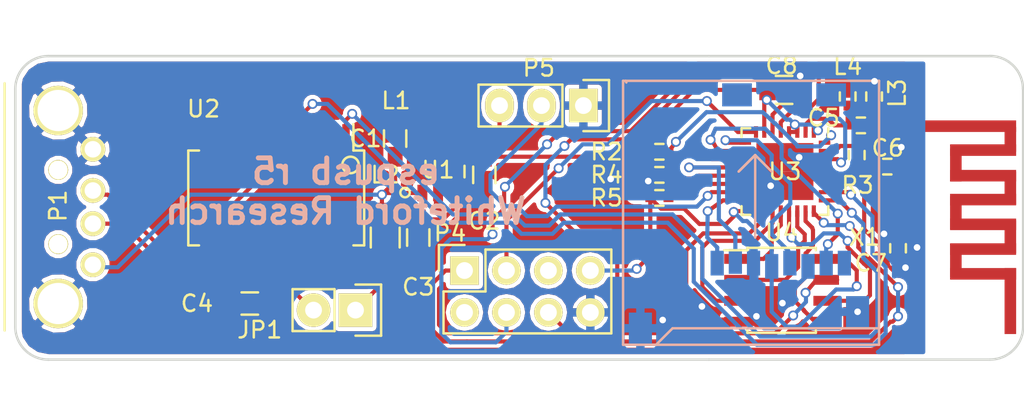
<source format=kicad_pcb>
(kicad_pcb (version 4) (host pcbnew "(2015-11-24 BZR 6329)-product")

  (general
    (links 104)
    (no_connects 13)
    (area 120.874999 91.475 189.22262 118.550001)
    (thickness 1.6)
    (drawings 11)
    (tracks 543)
    (zones 0)
    (modules 27)
    (nets 35)
  )

  (page A4)
  (layers
    (0 F.Cu signal)
    (31 B.Cu signal hide)
    (32 B.Adhes user)
    (33 F.Adhes user)
    (34 B.Paste user)
    (35 F.Paste user)
    (36 B.SilkS user)
    (37 F.SilkS user)
    (38 B.Mask user)
    (39 F.Mask user)
    (40 Dwgs.User user)
    (41 Cmts.User user)
    (42 Eco1.User user)
    (43 Eco2.User user)
    (44 Edge.Cuts user)
    (45 Margin user)
    (46 B.CrtYd user)
    (47 F.CrtYd user)
    (48 B.Fab user)
    (49 F.Fab user)
  )

  (setup
    (last_trace_width 0.25)
    (trace_clearance 0.2)
    (zone_clearance 0.254)
    (zone_45_only no)
    (trace_min 0.2)
    (segment_width 0.2)
    (edge_width 0.15)
    (via_size 0.6)
    (via_drill 0.4)
    (via_min_size 0.4)
    (via_min_drill 0.3)
    (uvia_size 0.3)
    (uvia_drill 0.1)
    (uvias_allowed no)
    (uvia_min_size 0.2)
    (uvia_min_drill 0.1)
    (pcb_text_width 0.3)
    (pcb_text_size 1.5 1.5)
    (mod_edge_width 0.15)
    (mod_text_size 1 1)
    (mod_text_width 0.15)
    (pad_size 1.524 1.524)
    (pad_drill 0.762)
    (pad_to_mask_clearance 0.2)
    (aux_axis_origin 0 0)
    (visible_elements FFFFFF7F)
    (pcbplotparams
      (layerselection 0x010f0_80000001)
      (usegerberextensions false)
      (excludeedgelayer true)
      (linewidth 0.100000)
      (plotframeref false)
      (viasonmask false)
      (mode 1)
      (useauxorigin false)
      (hpglpennumber 1)
      (hpglpenspeed 20)
      (hpglpendiameter 15)
      (hpglpenoverlay 2)
      (psnegative false)
      (psa4output false)
      (plotreference true)
      (plotvalue true)
      (plotinvisibletext false)
      (padsonsilk false)
      (subtractmaskfromsilk false)
      (outputformat 1)
      (mirror false)
      (drillshape 0)
      (scaleselection 1)
      (outputdirectory gerbers/))
  )

  (net 0 "")
  (net 1 +5V)
  (net 2 GND)
  (net 3 +3V3)
  (net 4 "Net-(C4-Pad1)")
  (net 5 "Net-(JP1-Pad1)")
  (net 6 "Net-(JP1-Pad2)")
  (net 7 "Net-(L1-Pad1)")
  (net 8 USB_DP)
  (net 9 USB_DM)
  (net 10 FT232_TX)
  (net 11 FT232_RX)
  (net 12 "Net-(A1-Pad1)")
  (net 13 "Net-(C5-Pad1)")
  (net 14 "Net-(C6-Pad1)")
  (net 15 "Net-(C7-Pad1)")
  (net 16 MTCK)
  (net 17 GPIO4)
  (net 18 MTMS)
  (net 19 MTDI)
  (net 20 CON1)
  (net 21 "Net-(P4-Pad3)")
  (net 22 "Net-(P4-Pad4)")
  (net 23 "Net-(P4-Pad6)")
  (net 24 "Net-(P5-Pad2)")
  (net 25 "Net-(R3-Pad2)")
  (net 26 "Net-(R4-Pad1)")
  (net 27 "Net-(R5-Pad1)")
  (net 28 F_HOLD)
  (net 29 F_WP)
  (net 30 F_CS)
  (net 31 F_CLK)
  (net 32 F_D0)
  (net 33 F_DI)
  (net 34 "Net-(R2-Pad2)")

  (net_class Default "This is the default net class."
    (clearance 0.2)
    (trace_width 0.25)
    (via_dia 0.6)
    (via_drill 0.4)
    (uvia_dia 0.3)
    (uvia_drill 0.1)
    (add_net +3V3)
    (add_net +5V)
    (add_net CON1)
    (add_net FT232_RX)
    (add_net FT232_TX)
    (add_net F_CLK)
    (add_net F_CS)
    (add_net F_D0)
    (add_net F_DI)
    (add_net F_HOLD)
    (add_net F_WP)
    (add_net GND)
    (add_net GPIO4)
    (add_net MTCK)
    (add_net MTDI)
    (add_net MTMS)
    (add_net "Net-(A1-Pad1)")
    (add_net "Net-(C4-Pad1)")
    (add_net "Net-(C5-Pad1)")
    (add_net "Net-(C6-Pad1)")
    (add_net "Net-(C7-Pad1)")
    (add_net "Net-(JP1-Pad1)")
    (add_net "Net-(JP1-Pad2)")
    (add_net "Net-(L1-Pad1)")
    (add_net "Net-(P4-Pad3)")
    (add_net "Net-(P4-Pad4)")
    (add_net "Net-(P4-Pad6)")
    (add_net "Net-(P5-Pad2)")
    (add_net "Net-(R2-Pad2)")
    (add_net "Net-(R3-Pad2)")
    (add_net "Net-(R4-Pad1)")
    (add_net "Net-(R5-Pad1)")
    (add_net USB_DM)
    (add_net USB_DP)
  )

  (net_class antenna ""
    (clearance 0.01)
    (trace_width 0.7)
    (via_dia 0.6)
    (via_drill 0.4)
    (uvia_dia 0.3)
    (uvia_drill 0.1)
  )

  (module espusb:SSOP-28_5.3x10.2mm_Pitch0.65mm (layer F.Cu) (tedit 57289C11) (tstamp 569AC5F3)
    (at 137.8 105.4 270)
    (descr "28-Lead Plastic Shrink Small Outline (SS)-5.30 mm Body [SSOP] (see Microchip Packaging Specification 00000049BS.pdf)")
    (tags "SSOP 0.65")
    (path /569AAC6F)
    (attr smd)
    (fp_text reference U2 (at -5.4 4.4 360) (layer F.SilkS)
      (effects (font (size 1 1) (thickness 0.15)))
    )
    (fp_text value FT232 (at -0.25 0.25 360) (layer F.Fab)
      (effects (font (size 1 1) (thickness 0.15)))
    )
    (fp_circle (center -2 -4.5) (end -1.5 -4.5) (layer F.SilkS) (width 0.15))
    (fp_line (start -4.75 -5.5) (end -4.75 5.5) (layer F.CrtYd) (width 0.05))
    (fp_line (start 4.75 -5.5) (end 4.75 5.5) (layer F.CrtYd) (width 0.05))
    (fp_line (start -4.75 -5.5) (end 4.75 -5.5) (layer F.CrtYd) (width 0.05))
    (fp_line (start -4.75 5.5) (end 4.75 5.5) (layer F.CrtYd) (width 0.05))
    (fp_line (start -2.875 -5.325) (end -2.875 -4.675) (layer F.SilkS) (width 0.15))
    (fp_line (start 2.875 -5.325) (end 2.875 -4.675) (layer F.SilkS) (width 0.15))
    (fp_line (start 2.875 5.325) (end 2.875 4.675) (layer F.SilkS) (width 0.15))
    (fp_line (start -2.875 5.325) (end -2.875 4.675) (layer F.SilkS) (width 0.15))
    (fp_line (start -2.875 -5.325) (end 2.875 -5.325) (layer F.SilkS) (width 0.15))
    (fp_line (start -2.875 5.325) (end 2.875 5.325) (layer F.SilkS) (width 0.15))
    (fp_line (start -2.875 -4.675) (end -4.475 -4.675) (layer F.SilkS) (width 0.15))
    (pad 1 smd rect (at -3.6 -4.225 270) (size 1.75 0.45) (layers F.Cu F.Paste F.Mask)
      (net 10 FT232_TX))
    (pad 2 smd rect (at -3.6 -3.575 270) (size 1.75 0.45) (layers F.Cu F.Paste F.Mask))
    (pad 3 smd rect (at -3.6 -2.925 270) (size 1.75 0.45) (layers F.Cu F.Paste F.Mask))
    (pad 4 smd rect (at -3.6 -2.275 270) (size 1.75 0.45) (layers F.Cu F.Paste F.Mask)
      (net 4 "Net-(C4-Pad1)"))
    (pad 5 smd rect (at -3.6 -1.625 270) (size 1.75 0.45) (layers F.Cu F.Paste F.Mask)
      (net 11 FT232_RX))
    (pad 6 smd rect (at -3.6 -0.975 270) (size 1.75 0.45) (layers F.Cu F.Paste F.Mask))
    (pad 7 smd rect (at -3.6 -0.325 270) (size 1.75 0.45) (layers F.Cu F.Paste F.Mask)
      (net 2 GND))
    (pad 8 smd rect (at -3.6 0.325 270) (size 1.75 0.45) (layers F.Cu F.Paste F.Mask))
    (pad 9 smd rect (at -3.6 0.975 270) (size 1.75 0.45) (layers F.Cu F.Paste F.Mask))
    (pad 10 smd rect (at -3.6 1.625 270) (size 1.75 0.45) (layers F.Cu F.Paste F.Mask))
    (pad 11 smd rect (at -3.6 2.275 270) (size 1.75 0.45) (layers F.Cu F.Paste F.Mask))
    (pad 12 smd rect (at -3.6 2.925 270) (size 1.75 0.45) (layers F.Cu F.Paste F.Mask))
    (pad 13 smd rect (at -3.6 3.575 270) (size 1.75 0.45) (layers F.Cu F.Paste F.Mask))
    (pad 14 smd rect (at -3.6 4.225 270) (size 1.75 0.45) (layers F.Cu F.Paste F.Mask))
    (pad 15 smd rect (at 3.6 4.225 270) (size 1.75 0.45) (layers F.Cu F.Paste F.Mask)
      (net 8 USB_DP))
    (pad 16 smd rect (at 3.6 3.575 270) (size 1.75 0.45) (layers F.Cu F.Paste F.Mask)
      (net 9 USB_DM))
    (pad 17 smd rect (at 3.6 2.925 270) (size 1.75 0.45) (layers F.Cu F.Paste F.Mask)
      (net 4 "Net-(C4-Pad1)"))
    (pad 18 smd rect (at 3.6 2.275 270) (size 1.75 0.45) (layers F.Cu F.Paste F.Mask)
      (net 2 GND))
    (pad 19 smd rect (at 3.6 1.625 270) (size 1.75 0.45) (layers F.Cu F.Paste F.Mask))
    (pad 20 smd rect (at 3.6 0.975 270) (size 1.75 0.45) (layers F.Cu F.Paste F.Mask)
      (net 6 "Net-(JP1-Pad2)"))
    (pad 21 smd rect (at 3.6 0.325 270) (size 1.75 0.45) (layers F.Cu F.Paste F.Mask)
      (net 2 GND))
    (pad 22 smd rect (at 3.6 -0.325 270) (size 1.75 0.45) (layers F.Cu F.Paste F.Mask))
    (pad 23 smd rect (at 3.6 -0.975 270) (size 1.75 0.45) (layers F.Cu F.Paste F.Mask))
    (pad 24 smd rect (at 3.6 -1.625 270) (size 1.75 0.45) (layers F.Cu F.Paste F.Mask))
    (pad 25 smd rect (at 3.6 -2.275 270) (size 1.75 0.45) (layers F.Cu F.Paste F.Mask)
      (net 2 GND))
    (pad 26 smd rect (at 3.6 -2.925 270) (size 1.75 0.45) (layers F.Cu F.Paste F.Mask)
      (net 2 GND))
    (pad 27 smd rect (at 3.6 -3.575 270) (size 1.75 0.45) (layers F.Cu F.Paste F.Mask))
    (pad 28 smd rect (at 3.6 -4.225 270) (size 1.75 0.45) (layers F.Cu F.Paste F.Mask))
    (model Housings_SSOP.3dshapes/SSOP-28_5.3x10.2mm_Pitch0.65mm.wrl
      (at (xyz 0 0 0))
      (scale (xyz 1 1 1))
      (rotate (xyz 0 0 0))
    )
  )

  (module Connect:USB_A (layer F.Cu) (tedit 5706DAE6) (tstamp 569AC5B4)
    (at 122.5 109.5 90)
    (descr "USB A connector")
    (tags "USB USB_A")
    (path /569A96AF)
    (fp_text reference P1 (at 3.62 2.09 90) (layer F.SilkS)
      (effects (font (size 1 1) (thickness 0.15)))
    )
    (fp_text value USB_A (at 3.83794 7.43458 90) (layer F.Fab) hide
      (effects (font (size 1 1) (thickness 0.15)))
    )
    (fp_line (start -5.3 -1.4) (end 11.95 -1.4) (layer F.CrtYd) (width 0.05))
    (fp_line (start 11.04986 -1.14512) (end -3.93614 -1.14512) (layer F.SilkS) (width 0.15))
    (pad 4 thru_hole circle (at 7.05 4.2) (size 1.50114 1.50114) (drill 1.00076) (layers *.Cu *.Mask F.SilkS)
      (net 2 GND))
    (pad 3 thru_hole circle (at 4.55 4.2) (size 1.50114 1.50114) (drill 1.00076) (layers *.Cu *.Mask F.SilkS)
      (net 8 USB_DP))
    (pad 2 thru_hole circle (at 2.54 4.2) (size 1.50114 1.50114) (drill 1.00076) (layers *.Cu *.Mask F.SilkS)
      (net 9 USB_DM))
    (pad 1 thru_hole circle (at 0.05 4.2) (size 1.50114 1.50114) (drill 1.00076) (layers *.Cu *.Mask F.SilkS)
      (net 1 +5V))
    (pad 5 thru_hole circle (at 9.4 2.1) (size 2.99974 2.99974) (drill 2.5) (layers *.Cu *.Mask F.SilkS)
      (net 2 GND))
    (pad 5 thru_hole circle (at -2.3 2.1) (size 2.99974 2.99974) (drill 2.5) (layers *.Cu *.Mask F.SilkS)
      (net 2 GND))
    (pad 6 thru_hole circle (at 5.8 2.1) (size 1.2 1.2) (drill 1.1) (layers *.Cu *.Mask F.SilkS))
    (pad 7 thru_hole circle (at 1.3 2.1) (size 1.2 1.2) (drill 1.1) (layers *.Cu *.Mask F.SilkS))
    (model Connect.3dshapes/USB_A.wrl
      (at (xyz 0.14 0 0))
      (scale (xyz 1 1 1))
      (rotate (xyz 0 0 90))
    )
  )

  (module Resistors_SMD:R_0603_HandSoldering (layer F.Cu) (tedit 57289BE3) (tstamp 569AC586)
    (at 145 101.8 90)
    (descr "Resistor SMD 0603, hand soldering")
    (tags "resistor 0603")
    (path /569A8272)
    (attr smd)
    (fp_text reference C1 (at 0 -1.8 180) (layer F.SilkS)
      (effects (font (size 1 1) (thickness 0.15)))
    )
    (fp_text value 4.7uF (at 0 1.9 90) (layer F.Fab) hide
      (effects (font (size 1 1) (thickness 0.15)))
    )
    (fp_line (start -2 -0.8) (end 2 -0.8) (layer F.CrtYd) (width 0.05))
    (fp_line (start -2 0.8) (end 2 0.8) (layer F.CrtYd) (width 0.05))
    (fp_line (start -2 -0.8) (end -2 0.8) (layer F.CrtYd) (width 0.05))
    (fp_line (start 2 -0.8) (end 2 0.8) (layer F.CrtYd) (width 0.05))
    (fp_line (start 0.5 0.675) (end -0.5 0.675) (layer F.SilkS) (width 0.15))
    (fp_line (start -0.5 -0.675) (end 0.5 -0.675) (layer F.SilkS) (width 0.15))
    (pad 1 smd rect (at -1.1 0 90) (size 1.2 0.9) (layers F.Cu F.Paste F.Mask)
      (net 1 +5V))
    (pad 2 smd rect (at 1.1 0 90) (size 1.2 0.9) (layers F.Cu F.Paste F.Mask)
      (net 2 GND))
    (model Resistors_SMD.3dshapes/R_0603_HandSoldering.wrl
      (at (xyz 0 0 0))
      (scale (xyz 1 1 1))
      (rotate (xyz 0 0 0))
    )
  )

  (module Resistors_SMD:R_0603_HandSoldering (layer F.Cu) (tedit 57289BDE) (tstamp 569AC58C)
    (at 150.4 104 270)
    (descr "Resistor SMD 0603, hand soldering")
    (tags "resistor 0603")
    (path /569A823B)
    (attr smd)
    (fp_text reference C2 (at 2.8 0 360) (layer F.SilkS)
      (effects (font (size 1 1) (thickness 0.15)))
    )
    (fp_text value 4.7uF (at 0 1.9 270) (layer F.Fab) hide
      (effects (font (size 1 1) (thickness 0.15)))
    )
    (fp_line (start -2 -0.8) (end 2 -0.8) (layer F.CrtYd) (width 0.05))
    (fp_line (start -2 0.8) (end 2 0.8) (layer F.CrtYd) (width 0.05))
    (fp_line (start -2 -0.8) (end -2 0.8) (layer F.CrtYd) (width 0.05))
    (fp_line (start 2 -0.8) (end 2 0.8) (layer F.CrtYd) (width 0.05))
    (fp_line (start 0.5 0.675) (end -0.5 0.675) (layer F.SilkS) (width 0.15))
    (fp_line (start -0.5 -0.675) (end 0.5 -0.675) (layer F.SilkS) (width 0.15))
    (pad 1 smd rect (at -1.1 0 270) (size 1.2 0.9) (layers F.Cu F.Paste F.Mask)
      (net 3 +3V3))
    (pad 2 smd rect (at 1.1 0 270) (size 1.2 0.9) (layers F.Cu F.Paste F.Mask)
      (net 2 GND))
    (model Resistors_SMD.3dshapes/R_0603_HandSoldering.wrl
      (at (xyz 0 0 0))
      (scale (xyz 1 1 1))
      (rotate (xyz 0 0 0))
    )
  )

  (module Resistors_SMD:R_0603_HandSoldering (layer F.Cu) (tedit 57289BE7) (tstamp 569AC592)
    (at 146.4 107.8 270)
    (descr "Resistor SMD 0603, hand soldering")
    (tags "resistor 0603")
    (path /569AC3DA)
    (attr smd)
    (fp_text reference C3 (at 3 0 360) (layer F.SilkS)
      (effects (font (size 1 1) (thickness 0.15)))
    )
    (fp_text value 10nF (at 0 1.9 270) (layer F.Fab) hide
      (effects (font (size 1 1) (thickness 0.15)))
    )
    (fp_line (start -2 -0.8) (end 2 -0.8) (layer F.CrtYd) (width 0.05))
    (fp_line (start -2 0.8) (end 2 0.8) (layer F.CrtYd) (width 0.05))
    (fp_line (start -2 -0.8) (end -2 0.8) (layer F.CrtYd) (width 0.05))
    (fp_line (start 2 -0.8) (end 2 0.8) (layer F.CrtYd) (width 0.05))
    (fp_line (start 0.5 0.675) (end -0.5 0.675) (layer F.SilkS) (width 0.15))
    (fp_line (start -0.5 -0.675) (end 0.5 -0.675) (layer F.SilkS) (width 0.15))
    (pad 1 smd rect (at -1.1 0 270) (size 1.2 0.9) (layers F.Cu F.Paste F.Mask)
      (net 1 +5V))
    (pad 2 smd rect (at 1.1 0 270) (size 1.2 0.9) (layers F.Cu F.Paste F.Mask)
      (net 2 GND))
    (model Resistors_SMD.3dshapes/R_0603_HandSoldering.wrl
      (at (xyz 0 0 0))
      (scale (xyz 1 1 1))
      (rotate (xyz 0 0 0))
    )
  )

  (module Resistors_SMD:R_0603_HandSoldering (layer F.Cu) (tedit 569AC6C0) (tstamp 569AC598)
    (at 136.2 111.8)
    (descr "Resistor SMD 0603, hand soldering")
    (tags "resistor 0603")
    (path /569ACA54)
    (attr smd)
    (fp_text reference C4 (at -3.2 0) (layer F.SilkS)
      (effects (font (size 1 1) (thickness 0.15)))
    )
    (fp_text value 100nF (at 0 1.9) (layer F.Fab) hide
      (effects (font (size 1 1) (thickness 0.15)))
    )
    (fp_line (start -2 -0.8) (end 2 -0.8) (layer F.CrtYd) (width 0.05))
    (fp_line (start -2 0.8) (end 2 0.8) (layer F.CrtYd) (width 0.05))
    (fp_line (start -2 -0.8) (end -2 0.8) (layer F.CrtYd) (width 0.05))
    (fp_line (start 2 -0.8) (end 2 0.8) (layer F.CrtYd) (width 0.05))
    (fp_line (start 0.5 0.675) (end -0.5 0.675) (layer F.SilkS) (width 0.15))
    (fp_line (start -0.5 -0.675) (end 0.5 -0.675) (layer F.SilkS) (width 0.15))
    (pad 1 smd rect (at -1.1 0) (size 1.2 0.9) (layers F.Cu F.Paste F.Mask)
      (net 4 "Net-(C4-Pad1)"))
    (pad 2 smd rect (at 1.1 0) (size 1.2 0.9) (layers F.Cu F.Paste F.Mask)
      (net 2 GND))
    (model Resistors_SMD.3dshapes/R_0603_HandSoldering.wrl
      (at (xyz 0 0 0))
      (scale (xyz 1 1 1))
      (rotate (xyz 0 0 0))
    )
  )

  (module Socket_Strips:Socket_Strip_Straight_1x02 (layer F.Cu) (tedit 569AD149) (tstamp 569AC59E)
    (at 142.6 112.2 180)
    (descr "Through hole socket strip")
    (tags "socket strip")
    (path /569AE5F1)
    (fp_text reference JP1 (at 5.8 -1.2 180) (layer F.SilkS)
      (effects (font (size 1 1) (thickness 0.15)))
    )
    (fp_text value JUMPER (at 0 -3.1 180) (layer F.Fab) hide
      (effects (font (size 1 1) (thickness 0.15)))
    )
    (fp_line (start -1.55 1.55) (end 0 1.55) (layer F.SilkS) (width 0.15))
    (fp_line (start 3.81 1.27) (end 1.27 1.27) (layer F.SilkS) (width 0.15))
    (fp_line (start -1.75 -1.75) (end -1.75 1.75) (layer F.CrtYd) (width 0.05))
    (fp_line (start 4.3 -1.75) (end 4.3 1.75) (layer F.CrtYd) (width 0.05))
    (fp_line (start -1.75 -1.75) (end 4.3 -1.75) (layer F.CrtYd) (width 0.05))
    (fp_line (start -1.75 1.75) (end 4.3 1.75) (layer F.CrtYd) (width 0.05))
    (fp_line (start 1.27 1.27) (end 1.27 -1.27) (layer F.SilkS) (width 0.15))
    (fp_line (start 0 -1.55) (end -1.55 -1.55) (layer F.SilkS) (width 0.15))
    (fp_line (start -1.55 -1.55) (end -1.55 1.55) (layer F.SilkS) (width 0.15))
    (fp_line (start 1.27 -1.27) (end 3.81 -1.27) (layer F.SilkS) (width 0.15))
    (fp_line (start 3.81 -1.27) (end 3.81 1.27) (layer F.SilkS) (width 0.15))
    (pad 1 thru_hole rect (at 0 0 180) (size 2.032 2.032) (drill 1.016) (layers *.Cu *.Mask F.SilkS)
      (net 5 "Net-(JP1-Pad1)"))
    (pad 2 thru_hole oval (at 2.54 0 180) (size 2.032 2.032) (drill 1.016) (layers *.Cu *.Mask F.SilkS)
      (net 6 "Net-(JP1-Pad2)"))
    (model Socket_Strips.3dshapes/Socket_Strip_Straight_1x02.wrl
      (at (xyz 0.05 0 0))
      (scale (xyz 1 1 1))
      (rotate (xyz 0 0 180))
    )
  )

  (module espusb:TDK_VLS_INDUCTOR (layer F.Cu) (tedit 569ACC61) (tstamp 569AC5A4)
    (at 147.6 99.6)
    (path /569A81F4)
    (fp_text reference L1 (at -2.55 -0.1) (layer F.SilkS)
      (effects (font (size 1 1) (thickness 0.15)))
    )
    (fp_text value 4.7uH (at 0 -7) (layer F.Fab) hide
      (effects (font (size 1 1) (thickness 0.15)))
    )
    (pad 1 smd rect (at -1 0) (size 1 3) (layers F.Cu F.Paste F.Mask)
      (net 7 "Net-(L1-Pad1)"))
    (pad 2 smd rect (at 1 0) (size 1 3) (layers F.Cu F.Paste F.Mask)
      (net 3 +3V3))
  )

  (module Resistors_SMD:R_0805_HandSoldering (layer F.Cu) (tedit 569AD081) (tstamp 569AC5AA)
    (at 144.4 107.8 270)
    (descr "Resistor SMD 0805, hand soldering")
    (tags "resistor 0805")
    (path /569AC200)
    (attr smd)
    (fp_text reference L2 (at -3.8 0 360) (layer F.SilkS)
      (effects (font (size 1 1) (thickness 0.15)))
    )
    (fp_text value "bead 0805" (at 0 2.1 270) (layer F.Fab) hide
      (effects (font (size 1 1) (thickness 0.15)))
    )
    (fp_line (start -2.4 -1) (end 2.4 -1) (layer F.CrtYd) (width 0.05))
    (fp_line (start -2.4 1) (end 2.4 1) (layer F.CrtYd) (width 0.05))
    (fp_line (start -2.4 -1) (end -2.4 1) (layer F.CrtYd) (width 0.05))
    (fp_line (start 2.4 -1) (end 2.4 1) (layer F.CrtYd) (width 0.05))
    (fp_line (start 0.6 0.875) (end -0.6 0.875) (layer F.SilkS) (width 0.15))
    (fp_line (start -0.6 -0.875) (end 0.6 -0.875) (layer F.SilkS) (width 0.15))
    (pad 1 smd rect (at -1.35 0 270) (size 1.5 1.3) (layers F.Cu F.Paste F.Mask)
      (net 1 +5V))
    (pad 2 smd rect (at 1.35 0 270) (size 1.5 1.3) (layers F.Cu F.Paste F.Mask)
      (net 5 "Net-(JP1-Pad1)"))
    (model Resistors_SMD.3dshapes/R_0805_HandSoldering.wrl
      (at (xyz 0 0 0))
      (scale (xyz 1 1 1))
      (rotate (xyz 0 0 0))
    )
  )

  (module espusb:TSOT-5 (layer F.Cu) (tedit 57289BD2) (tstamp 569AC5D3)
    (at 147.6 103.8)
    (descr "TSOP-6 MK06A housing 6pin")
    (path /569A81AF)
    (attr smd)
    (fp_text reference U1 (at 0 -0.1) (layer F.SilkS)
      (effects (font (size 1 1) (thickness 0.15)))
    )
    (fp_text value MCP1603 (at -0.4 7.4) (layer F.Fab) hide
      (effects (font (size 1 1) (thickness 0.15)))
    )
    (fp_circle (center -2 1.275) (end -1.825 1.5) (layer F.SilkS) (width 0.15))
    (fp_line (start 1.6002 -0.35052) (end 1.6002 0.35052) (layer F.SilkS) (width 0.15))
    (pad 1 smd rect (at -0.94996 1.30048) (size 0.6 1.00076) (layers F.Cu F.Paste F.Mask)
      (net 1 +5V))
    (pad 2 smd rect (at 0 1.30048) (size 0.6 1.00076) (layers F.Cu F.Paste F.Mask)
      (net 2 GND))
    (pad 3 smd rect (at 0.94996 1.30048) (size 0.6 1.00076) (layers F.Cu F.Paste F.Mask)
      (net 1 +5V))
    (pad 4 smd rect (at 0.94996 -1.5) (size 0.6 1.00076) (layers F.Cu F.Paste F.Mask)
      (net 3 +3V3))
    (pad 5 smd rect (at -0.94996 -1.5) (size 0.6 1.00076) (layers F.Cu F.Paste F.Mask)
      (net 7 "Net-(L1-Pad1)"))
    (model TO_SOT_Packages_SMD.3dshapes/TSOT-6-MK06A.wrl
      (at (xyz 0 0 0))
      (scale (xyz 1 1 1))
      (rotate (xyz 0 0 0))
    )
  )

  (module wifiantenna:wifi_antenna (layer F.Cu) (tedit 572B7C5C) (tstamp 572B560D)
    (at 178.6 103)
    (path /572B01F2/572B16C9)
    (fp_text reference A1 (at 0.4 9.275) (layer F.SilkS) hide
      (effects (font (size 1 1) (thickness 0.15)))
    )
    (fp_text value antenna (at 0.3 -3.4) (layer F.Fab)
      (effects (font (size 1 1) (thickness 0.15)))
    )
    (pad 1 smd rect (at 2 7) (size 4 0.7) (layers F.Cu F.Paste F.Mask)
      (net 12 "Net-(A1-Pad1)"))
    (pad 1 smd rect (at 0.35 6.2) (size 0.7 2) (layers F.Cu F.Paste F.Mask)
      (net 12 "Net-(A1-Pad1)"))
    (pad 1 smd rect (at 3.65 4.75) (size 0.7 2) (layers F.Cu F.Paste F.Mask)
      (net 12 "Net-(A1-Pad1)"))
    (pad 1 smd rect (at 2 5.5) (size 4 0.7) (layers F.Cu F.Paste F.Mask)
      (net 12 "Net-(A1-Pad1)"))
    (pad 1 smd rect (at 0.35 3.3) (size 0.7 2) (layers F.Cu F.Paste F.Mask)
      (net 12 "Net-(A1-Pad1)"))
    (pad 1 smd rect (at 2 4) (size 4 0.7) (layers F.Cu F.Paste F.Mask)
      (net 12 "Net-(A1-Pad1)"))
    (pad 1 smd rect (at 3.65 1.8) (size 0.7 2) (layers F.Cu F.Paste F.Mask)
      (net 12 "Net-(A1-Pad1)"))
    (pad 1 smd rect (at 2 2.5) (size 4 0.7) (layers F.Cu F.Paste F.Mask)
      (net 12 "Net-(A1-Pad1)"))
    (pad 1 smd rect (at 0.35 0.4) (size 0.7 2) (layers F.Cu F.Paste F.Mask)
      (net 12 "Net-(A1-Pad1)"))
    (pad 1 smd rect (at 0 -1.95) (size 8 0.7) (layers F.Cu F.Paste F.Mask)
      (net 12 "Net-(A1-Pad1)"))
    (pad 1 smd rect (at 2 -0.5) (size 4 0.7) (layers F.Cu F.Paste F.Mask)
      (net 12 "Net-(A1-Pad1)"))
    (pad 1 smd rect (at 3.65 -1.15) (size 0.7 1.5) (layers F.Cu F.Paste F.Mask)
      (net 12 "Net-(A1-Pad1)"))
    (pad 1 smd rect (at 2 1.05) (size 4 0.7) (layers F.Cu F.Paste F.Mask)
      (net 12 "Net-(A1-Pad1)"))
    (pad 1 smd rect (at 3.65 8.65) (size 0.7 4) (layers F.Cu F.Paste F.Mask)
      (net 12 "Net-(A1-Pad1)"))
    (pad 2 smd rect (at -2 1.9) (size 0.7 7) (layers F.Cu F.Paste F.Mask)
      (net 2 GND))
  )

  (module Capacitors_SMD:C_0402 (layer F.Cu) (tedit 572B7D41) (tstamp 572B5613)
    (at 173.2 101)
    (descr "Capacitor SMD 0402, reflow soldering, AVX (see smccp.pdf)")
    (tags "capacitor 0402")
    (path /572B01F2/572B1565)
    (attr smd)
    (fp_text reference C5 (at -2.25 -0.45) (layer F.SilkS)
      (effects (font (size 1 1) (thickness 0.15)))
    )
    (fp_text value 5.6pF (at 5.2 -3) (layer F.Fab) hide
      (effects (font (size 1 1) (thickness 0.15)))
    )
    (fp_line (start -1.15 -0.6) (end 1.15 -0.6) (layer F.CrtYd) (width 0.05))
    (fp_line (start -1.15 0.6) (end 1.15 0.6) (layer F.CrtYd) (width 0.05))
    (fp_line (start -1.15 -0.6) (end -1.15 0.6) (layer F.CrtYd) (width 0.05))
    (fp_line (start 1.15 -0.6) (end 1.15 0.6) (layer F.CrtYd) (width 0.05))
    (fp_line (start 0.25 -0.475) (end -0.25 -0.475) (layer F.SilkS) (width 0.15))
    (fp_line (start -0.25 0.475) (end 0.25 0.475) (layer F.SilkS) (width 0.15))
    (pad 1 smd rect (at -0.55 0) (size 0.6 0.5) (layers F.Cu F.Paste F.Mask)
      (net 13 "Net-(C5-Pad1)"))
    (pad 2 smd rect (at 0.55 0) (size 0.6 0.5) (layers F.Cu F.Paste F.Mask)
      (net 12 "Net-(A1-Pad1)"))
    (model Capacitors_SMD.3dshapes/C_0402.wrl
      (at (xyz 0 0 0))
      (scale (xyz 1 1 1))
      (rotate (xyz 0 0 0))
    )
  )

  (module Capacitors_SMD:C_0402 (layer F.Cu) (tedit 572B7D4A) (tstamp 572B5619)
    (at 174.8 103.5)
    (descr "Capacitor SMD 0402, reflow soldering, AVX (see smccp.pdf)")
    (tags "capacitor 0402")
    (path /572B01F2/572B065D)
    (attr smd)
    (fp_text reference C6 (at 0.025 -1.125) (layer F.SilkS)
      (effects (font (size 1 1) (thickness 0.15)))
    )
    (fp_text value 10pF (at 3.2 0) (layer F.Fab) hide
      (effects (font (size 1 1) (thickness 0.15)))
    )
    (fp_line (start -1.15 -0.6) (end 1.15 -0.6) (layer F.CrtYd) (width 0.05))
    (fp_line (start -1.15 0.6) (end 1.15 0.6) (layer F.CrtYd) (width 0.05))
    (fp_line (start -1.15 -0.6) (end -1.15 0.6) (layer F.CrtYd) (width 0.05))
    (fp_line (start 1.15 -0.6) (end 1.15 0.6) (layer F.CrtYd) (width 0.05))
    (fp_line (start 0.25 -0.475) (end -0.25 -0.475) (layer F.SilkS) (width 0.15))
    (fp_line (start -0.25 0.475) (end 0.25 0.475) (layer F.SilkS) (width 0.15))
    (pad 1 smd rect (at -0.55 0) (size 0.6 0.5) (layers F.Cu F.Paste F.Mask)
      (net 14 "Net-(C6-Pad1)"))
    (pad 2 smd rect (at 0.55 0) (size 0.6 0.5) (layers F.Cu F.Paste F.Mask)
      (net 2 GND))
    (model Capacitors_SMD.3dshapes/C_0402.wrl
      (at (xyz 0 0 0))
      (scale (xyz 1 1 1))
      (rotate (xyz 0 0 0))
    )
  )

  (module Capacitors_SMD:C_0402 (layer F.Cu) (tedit 572B7C52) (tstamp 572B561F)
    (at 175.45 108.45 270)
    (descr "Capacitor SMD 0402, reflow soldering, AVX (see smccp.pdf)")
    (tags "capacitor 0402")
    (path /572B01F2/572B0697)
    (attr smd)
    (fp_text reference C7 (at 0.9 1.65 360) (layer F.SilkS)
      (effects (font (size 1 1) (thickness 0.15)))
    )
    (fp_text value 10pF (at 3 0 270) (layer F.Fab) hide
      (effects (font (size 1 1) (thickness 0.15)))
    )
    (fp_line (start -1.15 -0.6) (end 1.15 -0.6) (layer F.CrtYd) (width 0.05))
    (fp_line (start -1.15 0.6) (end 1.15 0.6) (layer F.CrtYd) (width 0.05))
    (fp_line (start -1.15 -0.6) (end -1.15 0.6) (layer F.CrtYd) (width 0.05))
    (fp_line (start 1.15 -0.6) (end 1.15 0.6) (layer F.CrtYd) (width 0.05))
    (fp_line (start 0.25 -0.475) (end -0.25 -0.475) (layer F.SilkS) (width 0.15))
    (fp_line (start -0.25 0.475) (end 0.25 0.475) (layer F.SilkS) (width 0.15))
    (pad 1 smd rect (at -0.55 0 270) (size 0.6 0.5) (layers F.Cu F.Paste F.Mask)
      (net 15 "Net-(C7-Pad1)"))
    (pad 2 smd rect (at 0.55 0 270) (size 0.6 0.5) (layers F.Cu F.Paste F.Mask)
      (net 2 GND))
    (model Capacitors_SMD.3dshapes/C_0402.wrl
      (at (xyz 0 0 0))
      (scale (xyz 1 1 1))
      (rotate (xyz 0 0 0))
    )
  )

  (module Capacitors_SMD:C_0805 (layer F.Cu) (tedit 572B7D2F) (tstamp 572B5625)
    (at 168.55 98.85)
    (descr "Capacitor SMD 0805, reflow soldering, AVX (see smccp.pdf)")
    (tags "capacitor 0805")
    (path /572B01F2/572B3C60)
    (attr smd)
    (fp_text reference C8 (at -0.15 -1.475) (layer F.SilkS)
      (effects (font (size 1 1) (thickness 0.15)))
    )
    (fp_text value 10uF (at 0 2.1) (layer F.Fab) hide
      (effects (font (size 1 1) (thickness 0.15)))
    )
    (fp_line (start -1.8 -1) (end 1.8 -1) (layer F.CrtYd) (width 0.05))
    (fp_line (start -1.8 1) (end 1.8 1) (layer F.CrtYd) (width 0.05))
    (fp_line (start -1.8 -1) (end -1.8 1) (layer F.CrtYd) (width 0.05))
    (fp_line (start 1.8 -1) (end 1.8 1) (layer F.CrtYd) (width 0.05))
    (fp_line (start 0.5 -0.85) (end -0.5 -0.85) (layer F.SilkS) (width 0.15))
    (fp_line (start -0.5 0.85) (end 0.5 0.85) (layer F.SilkS) (width 0.15))
    (pad 1 smd rect (at -1 0) (size 1 1.25) (layers F.Cu F.Paste F.Mask)
      (net 3 +3V3))
    (pad 2 smd rect (at 1 0) (size 1 1.25) (layers F.Cu F.Paste F.Mask)
      (net 2 GND))
    (model Capacitors_SMD.3dshapes/C_0805.wrl
      (at (xyz 0 0 0))
      (scale (xyz 1 1 1))
      (rotate (xyz 0 0 0))
    )
  )

  (module microsd:MICROSD (layer B.Cu) (tedit 572B7C94) (tstamp 572B5635)
    (at 166.8 110.8)
    (path /572B01F2/572B8B7B)
    (fp_text reference CON1 (at -5.075 -1.425) (layer B.SilkS) hide
      (effects (font (size 1 1) (thickness 0.15)) (justify mirror))
    )
    (fp_text value SD_Card (at 0 4.9) (layer B.Fab) hide
      (effects (font (size 1 1) (thickness 0.15)) (justify mirror))
    )
    (fp_line (start 7.5 2.5) (end -5 2.5) (layer B.SilkS) (width 0.15))
    (fp_line (start -5 2.5) (end -6 3.5) (layer B.SilkS) (width 0.15))
    (fp_line (start -8 3.5) (end 7.5 3.5) (layer B.SilkS) (width 0.15))
    (fp_line (start 7.5 3.5) (end 7.5 -12.5) (layer B.SilkS) (width 0.15))
    (fp_line (start 7.5 -12.5) (end -8 -12.5) (layer B.SilkS) (width 0.15))
    (fp_line (start -8 -12.5) (end -8 3.5) (layer B.SilkS) (width 0.15))
    (fp_line (start 0 -3) (end 0 -8) (layer B.SilkS) (width 0.15))
    (fp_line (start 0 -8) (end -1 -7) (layer B.SilkS) (width 0.15))
    (fp_line (start -1 -7) (end 0 -8) (layer B.SilkS) (width 0.15))
    (fp_line (start 0 -8) (end 1 -7) (layer B.SilkS) (width 0.15))
    (fp_line (start -7.8 -12.4) (end -7.85 -12.5) (layer B.SilkS) (width 0.15))
    (pad 2 smd rect (at -1.2 -1.55) (size 0.8 1.5) (layers B.Cu B.Paste B.Mask)
      (net 16 MTCK))
    (pad 9 smd rect (at -6.95 2.5) (size 1.4 1.9) (layers B.Cu B.Paste B.Mask)
      (net 2 GND))
    (pad 9 smd rect (at 6.2 1.5) (size 1.4 1.9) (layers B.Cu B.Paste B.Mask)
      (net 2 GND))
    (pad 10 smd rect (at -1.1 -11.65) (size 1.8 1.4) (layers B.Cu B.Paste B.Mask))
    (pad 11 smd rect (at 4.6 -11.65) (size 1.8 1.4) (layers B.Cu B.Paste B.Mask))
    (pad 1 smd rect (at -2.3 -1.45) (size 0.8 1.5) (layers B.Cu B.Paste B.Mask)
      (net 17 GPIO4))
    (pad 3 smd rect (at -0.1 -1.45) (size 0.8 1.5) (layers B.Cu B.Paste B.Mask)
      (net 2 GND))
    (pad 4 smd rect (at 1 -1.25) (size 0.8 1.5) (layers B.Cu B.Paste B.Mask)
      (net 3 +3V3))
    (pad 5 smd rect (at 2.1 -1.45) (size 0.8 1.5) (layers B.Cu B.Paste B.Mask)
      (net 18 MTMS))
    (pad 6 smd rect (at 3.2 -1.25) (size 0.8 1.5) (layers B.Cu B.Paste B.Mask)
      (net 2 GND))
    (pad 7 smd rect (at 4.3 -1.45) (size 0.8 1.5) (layers B.Cu B.Paste B.Mask)
      (net 19 MTDI))
    (pad 8 smd rect (at 5.4 -1.45) (size 0.8 1.5) (layers B.Cu B.Paste B.Mask))
  )

  (module Capacitors_SMD:C_0402 (layer F.Cu) (tedit 572B5ADD) (tstamp 572B563B)
    (at 174 99.25 90)
    (descr "Capacitor SMD 0402, reflow soldering, AVX (see smccp.pdf)")
    (tags "capacitor 0402")
    (path /572B01F2/572B1522)
    (attr smd)
    (fp_text reference L3 (at 0.2 1.4 90) (layer F.SilkS)
      (effects (font (size 1 1) (thickness 0.15)))
    )
    (fp_text value INDUCTOR (at 0 1.7 90) (layer F.Fab) hide
      (effects (font (size 1 1) (thickness 0.15)))
    )
    (fp_line (start -1.15 -0.6) (end 1.15 -0.6) (layer F.CrtYd) (width 0.05))
    (fp_line (start -1.15 0.6) (end 1.15 0.6) (layer F.CrtYd) (width 0.05))
    (fp_line (start -1.15 -0.6) (end -1.15 0.6) (layer F.CrtYd) (width 0.05))
    (fp_line (start 1.15 -0.6) (end 1.15 0.6) (layer F.CrtYd) (width 0.05))
    (fp_line (start 0.25 -0.475) (end -0.25 -0.475) (layer F.SilkS) (width 0.15))
    (fp_line (start -0.25 0.475) (end 0.25 0.475) (layer F.SilkS) (width 0.15))
    (pad 1 smd rect (at -0.55 0 90) (size 0.6 0.5) (layers F.Cu F.Paste F.Mask)
      (net 12 "Net-(A1-Pad1)"))
    (pad 2 smd rect (at 0.55 0 90) (size 0.6 0.5) (layers F.Cu F.Paste F.Mask)
      (net 2 GND))
    (model Capacitors_SMD.3dshapes/C_0402.wrl
      (at (xyz 0 0 0))
      (scale (xyz 1 1 1))
      (rotate (xyz 0 0 0))
    )
  )

  (module Capacitors_SMD:C_0402 (layer F.Cu) (tedit 572B7D46) (tstamp 572B5641)
    (at 172.4 99.25 90)
    (descr "Capacitor SMD 0402, reflow soldering, AVX (see smccp.pdf)")
    (tags "capacitor 0402")
    (path /572B01F2/572B14DE)
    (attr smd)
    (fp_text reference L4 (at 1.825 0 180) (layer F.SilkS)
      (effects (font (size 1 1) (thickness 0.15)))
    )
    (fp_text value INDUCTOR (at 0 1.7 90) (layer F.Fab) hide
      (effects (font (size 1 1) (thickness 0.15)))
    )
    (fp_line (start -1.15 -0.6) (end 1.15 -0.6) (layer F.CrtYd) (width 0.05))
    (fp_line (start -1.15 0.6) (end 1.15 0.6) (layer F.CrtYd) (width 0.05))
    (fp_line (start -1.15 -0.6) (end -1.15 0.6) (layer F.CrtYd) (width 0.05))
    (fp_line (start 1.15 -0.6) (end 1.15 0.6) (layer F.CrtYd) (width 0.05))
    (fp_line (start 0.25 -0.475) (end -0.25 -0.475) (layer F.SilkS) (width 0.15))
    (fp_line (start -0.25 0.475) (end 0.25 0.475) (layer F.SilkS) (width 0.15))
    (pad 1 smd rect (at -0.55 0 90) (size 0.6 0.5) (layers F.Cu F.Paste F.Mask)
      (net 13 "Net-(C5-Pad1)"))
    (pad 2 smd rect (at 0.55 0 90) (size 0.6 0.5) (layers F.Cu F.Paste F.Mask)
      (net 2 GND))
    (model Capacitors_SMD.3dshapes/C_0402.wrl
      (at (xyz 0 0 0))
      (scale (xyz 1 1 1))
      (rotate (xyz 0 0 0))
    )
  )

  (module Capacitors_SMD:C_0402 (layer F.Cu) (tedit 572B5B2B) (tstamp 572B565A)
    (at 161 102.6)
    (descr "Capacitor SMD 0402, reflow soldering, AVX (see smccp.pdf)")
    (tags "capacitor 0402")
    (path /572B01F2/572B112A)
    (attr smd)
    (fp_text reference R2 (at -3.2 0) (layer F.SilkS)
      (effects (font (size 1 1) (thickness 0.15)))
    )
    (fp_text value 0 (at -1.8 0) (layer F.Fab)
      (effects (font (size 1 1) (thickness 0.15)))
    )
    (fp_line (start -1.15 -0.6) (end 1.15 -0.6) (layer F.CrtYd) (width 0.05))
    (fp_line (start -1.15 0.6) (end 1.15 0.6) (layer F.CrtYd) (width 0.05))
    (fp_line (start -1.15 -0.6) (end -1.15 0.6) (layer F.CrtYd) (width 0.05))
    (fp_line (start 1.15 -0.6) (end 1.15 0.6) (layer F.CrtYd) (width 0.05))
    (fp_line (start 0.25 -0.475) (end -0.25 -0.475) (layer F.SilkS) (width 0.15))
    (fp_line (start -0.25 0.475) (end 0.25 0.475) (layer F.SilkS) (width 0.15))
    (pad 1 smd rect (at -0.55 0) (size 0.6 0.5) (layers F.Cu F.Paste F.Mask)
      (net 3 +3V3))
    (pad 2 smd rect (at 0.55 0) (size 0.6 0.5) (layers F.Cu F.Paste F.Mask)
      (net 34 "Net-(R2-Pad2)"))
    (model Capacitors_SMD.3dshapes/C_0402.wrl
      (at (xyz 0 0 0))
      (scale (xyz 1 1 1))
      (rotate (xyz 0 0 0))
    )
  )

  (module Capacitors_SMD:C_0402 (layer F.Cu) (tedit 572B7D28) (tstamp 572B5660)
    (at 172.95 102.8 90)
    (descr "Capacitor SMD 0402, reflow soldering, AVX (see smccp.pdf)")
    (tags "capacitor 0402")
    (path /572B01F2/572B0D14)
    (attr smd)
    (fp_text reference R3 (at -1.825 0.05 180) (layer F.SilkS)
      (effects (font (size 1 1) (thickness 0.15)))
    )
    (fp_text value 12K (at 0 1.7 90) (layer F.Fab) hide
      (effects (font (size 1 1) (thickness 0.15)))
    )
    (fp_line (start -1.15 -0.6) (end 1.15 -0.6) (layer F.CrtYd) (width 0.05))
    (fp_line (start -1.15 0.6) (end 1.15 0.6) (layer F.CrtYd) (width 0.05))
    (fp_line (start -1.15 -0.6) (end -1.15 0.6) (layer F.CrtYd) (width 0.05))
    (fp_line (start 1.15 -0.6) (end 1.15 0.6) (layer F.CrtYd) (width 0.05))
    (fp_line (start 0.25 -0.475) (end -0.25 -0.475) (layer F.SilkS) (width 0.15))
    (fp_line (start -0.25 0.475) (end 0.25 0.475) (layer F.SilkS) (width 0.15))
    (pad 1 smd rect (at -0.55 0 90) (size 0.6 0.5) (layers F.Cu F.Paste F.Mask)
      (net 2 GND))
    (pad 2 smd rect (at 0.55 0 90) (size 0.6 0.5) (layers F.Cu F.Paste F.Mask)
      (net 25 "Net-(R3-Pad2)"))
    (model Capacitors_SMD.3dshapes/C_0402.wrl
      (at (xyz 0 0 0))
      (scale (xyz 1 1 1))
      (rotate (xyz 0 0 0))
    )
  )

  (module Capacitors_SMD:C_0402 (layer F.Cu) (tedit 572B5B30) (tstamp 572B5666)
    (at 161 104 180)
    (descr "Capacitor SMD 0402, reflow soldering, AVX (see smccp.pdf)")
    (tags "capacitor 0402")
    (path /572B01F2/572B292E)
    (attr smd)
    (fp_text reference R4 (at 3.2 0 180) (layer F.SilkS)
      (effects (font (size 1 1) (thickness 0.15)))
    )
    (fp_text value 0 (at 1.8 0 180) (layer F.Fab)
      (effects (font (size 1 1) (thickness 0.15)))
    )
    (fp_line (start -1.15 -0.6) (end 1.15 -0.6) (layer F.CrtYd) (width 0.05))
    (fp_line (start -1.15 0.6) (end 1.15 0.6) (layer F.CrtYd) (width 0.05))
    (fp_line (start -1.15 -0.6) (end -1.15 0.6) (layer F.CrtYd) (width 0.05))
    (fp_line (start 1.15 -0.6) (end 1.15 0.6) (layer F.CrtYd) (width 0.05))
    (fp_line (start 0.25 -0.475) (end -0.25 -0.475) (layer F.SilkS) (width 0.15))
    (fp_line (start -0.25 0.475) (end 0.25 0.475) (layer F.SilkS) (width 0.15))
    (pad 1 smd rect (at -0.55 0 180) (size 0.6 0.5) (layers F.Cu F.Paste F.Mask)
      (net 26 "Net-(R4-Pad1)"))
    (pad 2 smd rect (at 0.55 0 180) (size 0.6 0.5) (layers F.Cu F.Paste F.Mask)
      (net 2 GND))
    (model Capacitors_SMD.3dshapes/C_0402.wrl
      (at (xyz 0 0 0))
      (scale (xyz 1 1 1))
      (rotate (xyz 0 0 0))
    )
  )

  (module Capacitors_SMD:C_0402 (layer F.Cu) (tedit 572B5B28) (tstamp 572B566C)
    (at 161 105.4 180)
    (descr "Capacitor SMD 0402, reflow soldering, AVX (see smccp.pdf)")
    (tags "capacitor 0402")
    (path /572B01F2/572B2F14)
    (attr smd)
    (fp_text reference R5 (at 3.2 0 180) (layer F.SilkS)
      (effects (font (size 1 1) (thickness 0.15)))
    )
    (fp_text value 0 (at 1.8 0 180) (layer F.Fab)
      (effects (font (size 1 1) (thickness 0.15)))
    )
    (fp_line (start -1.15 -0.6) (end 1.15 -0.6) (layer F.CrtYd) (width 0.05))
    (fp_line (start -1.15 0.6) (end 1.15 0.6) (layer F.CrtYd) (width 0.05))
    (fp_line (start -1.15 -0.6) (end -1.15 0.6) (layer F.CrtYd) (width 0.05))
    (fp_line (start 1.15 -0.6) (end 1.15 0.6) (layer F.CrtYd) (width 0.05))
    (fp_line (start 0.25 -0.475) (end -0.25 -0.475) (layer F.SilkS) (width 0.15))
    (fp_line (start -0.25 0.475) (end 0.25 0.475) (layer F.SilkS) (width 0.15))
    (pad 1 smd rect (at -0.55 0 180) (size 0.6 0.5) (layers F.Cu F.Paste F.Mask)
      (net 27 "Net-(R5-Pad1)"))
    (pad 2 smd rect (at 0.55 0 180) (size 0.6 0.5) (layers F.Cu F.Paste F.Mask)
      (net 3 +3V3))
    (model Capacitors_SMD.3dshapes/C_0402.wrl
      (at (xyz 0 0 0))
      (scale (xyz 1 1 1))
      (rotate (xyz 0 0 0))
    )
  )

  (module Housings_DFN_QFN:QFN-32-1EP_5x5mm_Pitch0.5mm (layer F.Cu) (tedit 572B5AA9) (tstamp 572B5694)
    (at 168.6 103.8 270)
    (descr "UH Package; 32-Lead Plastic QFN (5mm x 5mm); (see Linear Technology QFN_32_05-08-1693.pdf)")
    (tags "QFN 0.5")
    (path /572B01F2/572B0233)
    (attr smd)
    (fp_text reference U3 (at 0 0 360) (layer F.SilkS)
      (effects (font (size 1 1) (thickness 0.15)))
    )
    (fp_text value esp8266 (at 0 3.75 270) (layer F.Fab) hide
      (effects (font (size 1 1) (thickness 0.15)))
    )
    (fp_line (start -3 -3) (end -3 3) (layer F.CrtYd) (width 0.05))
    (fp_line (start 3 -3) (end 3 3) (layer F.CrtYd) (width 0.05))
    (fp_line (start -3 -3) (end 3 -3) (layer F.CrtYd) (width 0.05))
    (fp_line (start -3 3) (end 3 3) (layer F.CrtYd) (width 0.05))
    (fp_line (start 2.625 -2.625) (end 2.625 -2.1) (layer F.SilkS) (width 0.15))
    (fp_line (start -2.625 2.625) (end -2.625 2.1) (layer F.SilkS) (width 0.15))
    (fp_line (start 2.625 2.625) (end 2.625 2.1) (layer F.SilkS) (width 0.15))
    (fp_line (start -2.625 -2.625) (end -2.1 -2.625) (layer F.SilkS) (width 0.15))
    (fp_line (start -2.625 2.625) (end -2.1 2.625) (layer F.SilkS) (width 0.15))
    (fp_line (start 2.625 2.625) (end 2.1 2.625) (layer F.SilkS) (width 0.15))
    (fp_line (start 2.625 -2.625) (end 2.1 -2.625) (layer F.SilkS) (width 0.15))
    (pad 1 smd rect (at -2.4 -1.75 270) (size 0.7 0.25) (layers F.Cu F.Paste F.Mask)
      (net 3 +3V3))
    (pad 2 smd rect (at -2.4 -1.25 270) (size 0.7 0.25) (layers F.Cu F.Paste F.Mask)
      (net 13 "Net-(C5-Pad1)"))
    (pad 3 smd rect (at -2.4 -0.75 270) (size 0.7 0.25) (layers F.Cu F.Paste F.Mask)
      (net 3 +3V3))
    (pad 4 smd rect (at -2.4 -0.25 270) (size 0.7 0.25) (layers F.Cu F.Paste F.Mask)
      (net 3 +3V3))
    (pad 5 smd rect (at -2.4 0.25 270) (size 0.7 0.25) (layers F.Cu F.Paste F.Mask)
      (net 22 "Net-(P4-Pad4)"))
    (pad 6 smd rect (at -2.4 0.75 270) (size 0.7 0.25) (layers F.Cu F.Paste F.Mask)
      (net 23 "Net-(P4-Pad6)"))
    (pad 7 smd rect (at -2.4 1.25 270) (size 0.7 0.25) (layers F.Cu F.Paste F.Mask)
      (net 3 +3V3))
    (pad 8 smd rect (at -2.4 1.75 270) (size 0.7 0.25) (layers F.Cu F.Paste F.Mask)
      (net 21 "Net-(P4-Pad3)"))
    (pad 9 smd rect (at -1.75 2.4) (size 0.7 0.25) (layers F.Cu F.Paste F.Mask)
      (net 18 MTMS))
    (pad 10 smd rect (at -1.25 2.4) (size 0.7 0.25) (layers F.Cu F.Paste F.Mask)
      (net 19 MTDI))
    (pad 11 smd rect (at -0.75 2.4) (size 0.7 0.25) (layers F.Cu F.Paste F.Mask)
      (net 3 +3V3))
    (pad 12 smd rect (at -0.25 2.4) (size 0.7 0.25) (layers F.Cu F.Paste F.Mask)
      (net 16 MTCK))
    (pad 13 smd rect (at 0.25 2.4) (size 0.7 0.25) (layers F.Cu F.Paste F.Mask)
      (net 26 "Net-(R4-Pad1)"))
    (pad 14 smd rect (at 0.75 2.4) (size 0.7 0.25) (layers F.Cu F.Paste F.Mask)
      (net 27 "Net-(R5-Pad1)"))
    (pad 15 smd rect (at 1.25 2.4) (size 0.7 0.25) (layers F.Cu F.Paste F.Mask)
      (net 24 "Net-(P5-Pad2)"))
    (pad 16 smd rect (at 1.75 2.4) (size 0.7 0.25) (layers F.Cu F.Paste F.Mask)
      (net 17 GPIO4))
    (pad 17 smd rect (at 2.4 1.75 270) (size 0.7 0.25) (layers F.Cu F.Paste F.Mask)
      (net 3 +3V3))
    (pad 18 smd rect (at 2.4 1.25 270) (size 0.7 0.25) (layers F.Cu F.Paste F.Mask)
      (net 28 F_HOLD))
    (pad 19 smd rect (at 2.4 0.75 270) (size 0.7 0.25) (layers F.Cu F.Paste F.Mask)
      (net 29 F_WP))
    (pad 20 smd rect (at 2.4 0.25 270) (size 0.7 0.25) (layers F.Cu F.Paste F.Mask)
      (net 30 F_CS))
    (pad 21 smd rect (at 2.4 -0.25 270) (size 0.7 0.25) (layers F.Cu F.Paste F.Mask)
      (net 31 F_CLK))
    (pad 22 smd rect (at 2.4 -0.75 270) (size 0.7 0.25) (layers F.Cu F.Paste F.Mask)
      (net 32 F_D0))
    (pad 23 smd rect (at 2.4 -1.25 270) (size 0.7 0.25) (layers F.Cu F.Paste F.Mask)
      (net 33 F_DI))
    (pad 24 smd rect (at 2.4 -1.75 270) (size 0.7 0.25) (layers F.Cu F.Paste F.Mask)
      (net 20 CON1))
    (pad 25 smd rect (at 1.75 -2.4) (size 0.7 0.25) (layers F.Cu F.Paste F.Mask)
      (net 10 FT232_TX))
    (pad 26 smd rect (at 1.25 -2.4) (size 0.7 0.25) (layers F.Cu F.Paste F.Mask)
      (net 11 FT232_RX))
    (pad 27 smd rect (at 0.75 -2.4) (size 0.7 0.25) (layers F.Cu F.Paste F.Mask)
      (net 15 "Net-(C7-Pad1)"))
    (pad 28 smd rect (at 0.25 -2.4) (size 0.7 0.25) (layers F.Cu F.Paste F.Mask)
      (net 14 "Net-(C6-Pad1)"))
    (pad 29 smd rect (at -0.25 -2.4) (size 0.7 0.25) (layers F.Cu F.Paste F.Mask)
      (net 3 +3V3))
    (pad 30 smd rect (at -0.75 -2.4) (size 0.7 0.25) (layers F.Cu F.Paste F.Mask)
      (net 3 +3V3))
    (pad 31 smd rect (at -1.25 -2.4) (size 0.7 0.25) (layers F.Cu F.Paste F.Mask)
      (net 25 "Net-(R3-Pad2)"))
    (pad 32 smd rect (at -1.75 -2.4) (size 0.7 0.25) (layers F.Cu F.Paste F.Mask)
      (net 34 "Net-(R2-Pad2)"))
    (pad 33 smd rect (at 0.8625 0.8625 270) (size 1.725 1.725) (layers F.Cu F.Paste F.Mask)
      (net 2 GND) (solder_paste_margin_ratio -0.2))
    (pad 33 smd rect (at 0.8625 -0.8625 270) (size 1.725 1.725) (layers F.Cu F.Paste F.Mask)
      (net 2 GND) (solder_paste_margin_ratio -0.2))
    (pad 33 smd rect (at -0.8625 0.8625 270) (size 1.725 1.725) (layers F.Cu F.Paste F.Mask)
      (net 2 GND) (solder_paste_margin_ratio -0.2))
    (pad 33 smd rect (at -0.8625 -0.8625 270) (size 1.725 1.725) (layers F.Cu F.Paste F.Mask)
      (net 2 GND) (solder_paste_margin_ratio -0.2))
    (model Housings_DFN_QFN.3dshapes/QFN-32-1EP_5x5mm_Pitch0.5mm.wrl
      (at (xyz 0 0 0))
      (scale (xyz 1 1 1))
      (rotate (xyz 0 0 0))
    )
  )

  (module Housings_SOIC:SOIC-8_3.9x4.9mm_Pitch1.27mm (layer F.Cu) (tedit 572B7C38) (tstamp 572B56A0)
    (at 168.4 111)
    (descr "8-Lead Plastic Small Outline (SN) - Narrow, 3.90 mm Body [SOIC] (see Microchip Packaging Specification 00000049BS.pdf)")
    (tags "SOIC 1.27")
    (path /572B01F2/572B4354)
    (attr smd)
    (fp_text reference U4 (at 0 -3.5) (layer F.SilkS)
      (effects (font (size 1 1) (thickness 0.15)))
    )
    (fp_text value SERFLASH (at 0 3.5) (layer F.Fab) hide
      (effects (font (size 1 1) (thickness 0.15)))
    )
    (fp_line (start -3.75 -2.75) (end -3.75 2.75) (layer F.CrtYd) (width 0.05))
    (fp_line (start 3.75 -2.75) (end 3.75 2.75) (layer F.CrtYd) (width 0.05))
    (fp_line (start -3.75 -2.75) (end 3.75 -2.75) (layer F.CrtYd) (width 0.05))
    (fp_line (start -3.75 2.75) (end 3.75 2.75) (layer F.CrtYd) (width 0.05))
    (fp_line (start -2.075 -2.575) (end -2.075 -2.43) (layer F.SilkS) (width 0.15))
    (fp_line (start 2.075 -2.575) (end 2.075 -2.43) (layer F.SilkS) (width 0.15))
    (fp_line (start 2.075 2.575) (end 2.075 2.43) (layer F.SilkS) (width 0.15))
    (fp_line (start -2.075 2.575) (end -2.075 2.43) (layer F.SilkS) (width 0.15))
    (fp_line (start -2.075 -2.575) (end 2.075 -2.575) (layer F.SilkS) (width 0.15))
    (fp_line (start -2.075 2.575) (end 2.075 2.575) (layer F.SilkS) (width 0.15))
    (fp_line (start -2.075 -2.43) (end -3.475 -2.43) (layer F.SilkS) (width 0.15))
    (pad 1 smd rect (at -2.7 -1.905) (size 1.55 0.6) (layers F.Cu F.Paste F.Mask)
      (net 30 F_CS))
    (pad 2 smd rect (at -2.7 -0.635) (size 1.55 0.6) (layers F.Cu F.Paste F.Mask)
      (net 32 F_D0))
    (pad 3 smd rect (at -2.7 0.635) (size 1.55 0.6) (layers F.Cu F.Paste F.Mask)
      (net 29 F_WP))
    (pad 4 smd rect (at -2.7 1.905) (size 1.55 0.6) (layers F.Cu F.Paste F.Mask)
      (net 2 GND))
    (pad 5 smd rect (at 2.7 1.905) (size 1.55 0.6) (layers F.Cu F.Paste F.Mask)
      (net 33 F_DI))
    (pad 6 smd rect (at 2.7 0.635) (size 1.55 0.6) (layers F.Cu F.Paste F.Mask)
      (net 31 F_CLK))
    (pad 7 smd rect (at 2.7 -0.635) (size 1.55 0.6) (layers F.Cu F.Paste F.Mask)
      (net 28 F_HOLD))
    (pad 8 smd rect (at 2.7 -1.905) (size 1.55 0.6) (layers F.Cu F.Paste F.Mask)
      (net 3 +3V3))
    (model Housings_SOIC.3dshapes/SOIC-8_3.9x4.9mm_Pitch1.27mm.wrl
      (at (xyz 0 0 0))
      (scale (xyz 1 1 1))
      (rotate (xyz 0 0 0))
    )
  )

  (module smdxtal:smd_xtal (layer F.Cu) (tedit 572B7C4D) (tstamp 572B56A8)
    (at 174.9 105.5)
    (path /572B01F2/572B054B)
    (fp_text reference X1 (at -1.475 2.275 180) (layer F.SilkS)
      (effects (font (size 1 1) (thickness 0.15)))
    )
    (fp_text value CRYSTAL_SMD (at 9 -1.8) (layer F.Fab) hide
      (effects (font (size 1 1) (thickness 0.15)))
    )
    (pad 1 smd rect (at -0.7 -0.6) (size 0.8 1.1) (layers F.Cu F.Paste F.Mask)
      (net 14 "Net-(C6-Pad1)"))
    (pad 3 smd rect (at 0.4 -0.6) (size 0.8 1.1) (layers F.Cu F.Paste F.Mask)
      (net 2 GND))
    (pad 3 smd rect (at -0.7 0.9) (size 0.8 1.1) (layers F.Cu F.Paste F.Mask)
      (net 2 GND))
    (pad 2 smd rect (at 0.4 0.9) (size 0.8 1.1) (layers F.Cu F.Paste F.Mask)
      (net 15 "Net-(C7-Pad1)"))
  )

  (module Socket_Strips:Socket_Strip_Straight_2x04 (layer F.Cu) (tedit 572B7C2D) (tstamp 572B5DA6)
    (at 149.2 109.8)
    (descr "Through hole socket strip")
    (tags "socket strip")
    (path /572B01F2/572C5A93)
    (fp_text reference P4 (at -0.875 -2.275) (layer F.SilkS)
      (effects (font (size 1 1) (thickness 0.15)))
    )
    (fp_text value CONN_02X04 (at 3.85 6.525) (layer F.Fab) hide
      (effects (font (size 1 1) (thickness 0.15)))
    )
    (fp_line (start -1.75 -1.75) (end -1.75 4.3) (layer F.CrtYd) (width 0.05))
    (fp_line (start 9.4 -1.75) (end 9.4 4.3) (layer F.CrtYd) (width 0.05))
    (fp_line (start -1.75 -1.75) (end 9.4 -1.75) (layer F.CrtYd) (width 0.05))
    (fp_line (start -1.75 4.3) (end 9.4 4.3) (layer F.CrtYd) (width 0.05))
    (fp_line (start 1.27 -1.27) (end 8.89 -1.27) (layer F.SilkS) (width 0.15))
    (fp_line (start 8.89 -1.27) (end 8.89 3.81) (layer F.SilkS) (width 0.15))
    (fp_line (start 8.89 3.81) (end -1.27 3.81) (layer F.SilkS) (width 0.15))
    (fp_line (start -1.27 3.81) (end -1.27 1.27) (layer F.SilkS) (width 0.15))
    (fp_line (start 0 -1.55) (end -1.55 -1.55) (layer F.SilkS) (width 0.15))
    (fp_line (start -1.27 1.27) (end 1.27 1.27) (layer F.SilkS) (width 0.15))
    (fp_line (start 1.27 1.27) (end 1.27 -1.27) (layer F.SilkS) (width 0.15))
    (fp_line (start -1.55 -1.55) (end -1.55 0) (layer F.SilkS) (width 0.15))
    (pad 1 thru_hole rect (at 0 0) (size 1.7272 1.7272) (drill 1.016) (layers *.Cu *.Mask F.SilkS)
      (net 20 CON1))
    (pad 2 thru_hole oval (at 0 2.54) (size 1.7272 1.7272) (drill 1.016) (layers *.Cu *.Mask F.SilkS))
    (pad 3 thru_hole oval (at 2.54 0) (size 1.7272 1.7272) (drill 1.016) (layers *.Cu *.Mask F.SilkS)
      (net 21 "Net-(P4-Pad3)"))
    (pad 4 thru_hole oval (at 2.54 2.54) (size 1.7272 1.7272) (drill 1.016) (layers *.Cu *.Mask F.SilkS)
      (net 22 "Net-(P4-Pad4)"))
    (pad 5 thru_hole oval (at 5.08 0) (size 1.7272 1.7272) (drill 1.016) (layers *.Cu *.Mask F.SilkS))
    (pad 6 thru_hole oval (at 5.08 2.54) (size 1.7272 1.7272) (drill 1.016) (layers *.Cu *.Mask F.SilkS)
      (net 23 "Net-(P4-Pad6)"))
    (pad 7 thru_hole oval (at 7.62 0) (size 1.7272 1.7272) (drill 1.016) (layers *.Cu *.Mask F.SilkS)
      (net 3 +3V3))
    (pad 8 thru_hole oval (at 7.62 2.54) (size 1.7272 1.7272) (drill 1.016) (layers *.Cu *.Mask F.SilkS)
      (net 2 GND))
    (model Socket_Strips.3dshapes/Socket_Strip_Straight_2x04.wrl
      (at (xyz 0.15 -0.05 0))
      (scale (xyz 1 1 1))
      (rotate (xyz 0 0 180))
    )
  )

  (module Socket_Strips:Socket_Strip_Straight_1x03 (layer F.Cu) (tedit 572B7C25) (tstamp 572B5DAD)
    (at 156.4 99.8 180)
    (descr "Through hole socket strip")
    (tags "socket strip")
    (path /572B01F2/572B3215)
    (fp_text reference P5 (at 2.7 2.275 180) (layer F.SilkS)
      (effects (font (size 1 1) (thickness 0.15)))
    )
    (fp_text value CONN_01X03 (at 0 -3.1 180) (layer F.Fab) hide
      (effects (font (size 1 1) (thickness 0.15)))
    )
    (fp_line (start 0 -1.55) (end -1.55 -1.55) (layer F.SilkS) (width 0.15))
    (fp_line (start -1.55 -1.55) (end -1.55 1.55) (layer F.SilkS) (width 0.15))
    (fp_line (start -1.55 1.55) (end 0 1.55) (layer F.SilkS) (width 0.15))
    (fp_line (start -1.75 -1.75) (end -1.75 1.75) (layer F.CrtYd) (width 0.05))
    (fp_line (start 6.85 -1.75) (end 6.85 1.75) (layer F.CrtYd) (width 0.05))
    (fp_line (start -1.75 -1.75) (end 6.85 -1.75) (layer F.CrtYd) (width 0.05))
    (fp_line (start -1.75 1.75) (end 6.85 1.75) (layer F.CrtYd) (width 0.05))
    (fp_line (start 1.27 -1.27) (end 6.35 -1.27) (layer F.SilkS) (width 0.15))
    (fp_line (start 6.35 -1.27) (end 6.35 1.27) (layer F.SilkS) (width 0.15))
    (fp_line (start 6.35 1.27) (end 1.27 1.27) (layer F.SilkS) (width 0.15))
    (fp_line (start 1.27 1.27) (end 1.27 -1.27) (layer F.SilkS) (width 0.15))
    (pad 1 thru_hole rect (at 0 0 180) (size 1.7272 2.032) (drill 1.016) (layers *.Cu *.Mask F.SilkS)
      (net 2 GND))
    (pad 2 thru_hole oval (at 2.54 0 180) (size 1.7272 2.032) (drill 1.016) (layers *.Cu *.Mask F.SilkS)
      (net 24 "Net-(P5-Pad2)"))
    (pad 3 thru_hole oval (at 5.08 0 180) (size 1.7272 2.032) (drill 1.016) (layers *.Cu *.Mask F.SilkS)
      (net 3 +3V3))
    (model Socket_Strips.3dshapes/Socket_Strip_Straight_1x03.wrl
      (at (xyz 0.1 0 0))
      (scale (xyz 1 1 1))
      (rotate (xyz 0 0 180))
    )
  )

  (gr_line (start 183.025 113.15) (end 183.025 98.8) (angle 90) (layer Edge.Cuts) (width 0.15))
  (gr_line (start 164 115.2) (end 181 115.2) (angle 90) (layer Edge.Cuts) (width 0.15))
  (gr_line (start 164 96.8) (end 181 96.8) (angle 90) (layer Edge.Cuts) (width 0.15))
  (gr_line (start 122 98.8) (end 122 113.2) (angle 90) (layer Edge.Cuts) (width 0.15))
  (gr_text "espusb r5\nWhiteford Research" (at 142 105) (layer B.SilkS)
    (effects (font (size 1.5 1.5) (thickness 0.3)) (justify mirror))
  )
  (gr_arc (start 181.015 98.795) (end 181.015 96.795) (angle 90) (layer Edge.Cuts) (width 0.15))
  (gr_arc (start 181.025 113.195) (end 183.025 113.195) (angle 90) (layer Edge.Cuts) (width 0.15))
  (gr_arc (start 124 113.2) (end 124 115.2) (angle 90) (layer Edge.Cuts) (width 0.15))
  (gr_arc (start 124 98.8) (end 122 98.8) (angle 90) (layer Edge.Cuts) (width 0.15))
  (gr_line (start 164 115.2) (end 124 115.2) (angle 90) (layer Edge.Cuts) (width 0.15))
  (gr_line (start 124 96.8) (end 164 96.8) (angle 90) (layer Edge.Cuts) (width 0.15))

  (segment (start 140 104) (end 140.075 103.925) (width 0.25) (layer F.Cu) (net 0) (tstamp 569AD183))
  (segment (start 148.54996 105.10048) (end 148.54996 106.05004) (width 0.25) (layer F.Cu) (net 1))
  (segment (start 147.9 106.7) (end 146.4 106.7) (width 0.25) (layer F.Cu) (net 1) (tstamp 572B6220))
  (segment (start 148.54996 106.05004) (end 147.9 106.7) (width 0.25) (layer F.Cu) (net 1) (tstamp 572B621F))
  (segment (start 146.65004 105.10048) (end 144.29952 105.10048) (width 0.25) (layer F.Cu) (net 1))
  (segment (start 144.29952 105.10048) (end 144.2 105.2) (width 0.25) (layer F.Cu) (net 1) (tstamp 572B621C))
  (segment (start 145 102.9) (end 145 104.4) (width 0.25) (layer F.Cu) (net 1))
  (segment (start 145 104.4) (end 144.2 105.2) (width 0.25) (layer F.Cu) (net 1) (tstamp 572B6218))
  (segment (start 126.85 109.6) (end 128.2 109.6) (width 0.25) (layer B.Cu) (net 1))
  (via (at 144.2 105.2) (size 0.6) (drill 0.4) (layers F.Cu B.Cu) (net 1))
  (segment (start 144.2 105.2) (end 132.6 105.2) (width 0.25) (layer B.Cu) (net 1) (tstamp 569ACFA1))
  (segment (start 132.6 105.2) (end 128.2 109.6) (width 0.25) (layer B.Cu) (net 1) (tstamp 569ACFA2))
  (segment (start 144.2 105.2) (end 144.2 106.25) (width 0.25) (layer F.Cu) (net 1) (tstamp 569ACF8E))
  (segment (start 126.85 109.6) (end 126.7 109.45) (width 0.25) (layer B.Cu) (net 1) (tstamp 5706DDC0))
  (segment (start 144.4 106.45) (end 144.2 106.25) (width 0.25) (layer F.Cu) (net 1))
  (segment (start 144.4 106.45) (end 144.65 106.7) (width 0.25) (layer F.Cu) (net 1))
  (segment (start 144.65 106.7) (end 146.4 106.7) (width 0.25) (layer F.Cu) (net 1) (tstamp 569ACF8B))
  (segment (start 176.6 104.9) (end 176.6 108.4) (width 0.25) (layer F.Cu) (net 2))
  (via (at 176.6 108.4) (size 0.6) (drill 0.4) (layers F.Cu B.Cu) (net 2))
  (segment (start 172.95 103.35) (end 173.375 103.35) (width 0.25) (layer F.Cu) (net 2))
  (segment (start 175.35 102.625) (end 175.65 102.325) (width 0.25) (layer F.Cu) (net 2) (tstamp 572B6F1E))
  (via (at 175.65 102.325) (size 0.6) (drill 0.4) (layers F.Cu B.Cu) (net 2))
  (segment (start 175.35 102.625) (end 175.35 103.5) (width 0.25) (layer F.Cu) (net 2))
  (segment (start 175 102.325) (end 175.65 102.325) (width 0.25) (layer F.Cu) (net 2) (tstamp 572B7A87))
  (segment (start 174.55 102.775) (end 175 102.325) (width 0.25) (layer F.Cu) (net 2) (tstamp 572B7A85))
  (segment (start 173.95 102.775) (end 174.55 102.775) (width 0.25) (layer F.Cu) (net 2) (tstamp 572B7A83))
  (segment (start 173.375 103.35) (end 173.95 102.775) (width 0.25) (layer F.Cu) (net 2) (tstamp 572B7A81))
  (segment (start 167.7375 104.6625) (end 167.4625 104.6625) (width 0.25) (layer B.Cu) (net 2))
  (segment (start 167.75 104.675) (end 167.7375 104.6625) (width 0.25) (layer B.Cu) (net 2) (tstamp 572B79CF))
  (via (at 167.7375 104.6625) (size 0.6) (drill 0.4) (layers F.Cu B.Cu) (net 2))
  (segment (start 161.425 103.275) (end 160.325 104.375) (width 0.25) (layer B.Cu) (net 2) (tstamp 572B79E3))
  (segment (start 161.9 103.275) (end 161.425 103.275) (width 0.25) (layer B.Cu) (net 2) (tstamp 572B79E1))
  (segment (start 162.5 102.675) (end 161.9 103.275) (width 0.25) (layer B.Cu) (net 2) (tstamp 572B79E0))
  (segment (start 163.225 102.675) (end 162.5 102.675) (width 0.25) (layer B.Cu) (net 2) (tstamp 572B79DE))
  (segment (start 163.325 102.775) (end 163.225 102.675) (width 0.25) (layer B.Cu) (net 2) (tstamp 572B79DD))
  (segment (start 165.575 102.775) (end 163.325 102.775) (width 0.25) (layer B.Cu) (net 2) (tstamp 572B79DC))
  (segment (start 167.4625 104.6625) (end 165.575 102.775) (width 0.25) (layer B.Cu) (net 2) (tstamp 572B79D9))
  (segment (start 160.45 104) (end 160.45 104.25) (width 0.25) (layer F.Cu) (net 2))
  (segment (start 160.45 104.25) (end 160.325 104.375) (width 0.25) (layer F.Cu) (net 2) (tstamp 572B7922))
  (via (at 160.325 104.375) (size 0.6) (drill 0.4) (layers F.Cu B.Cu) (net 2))
  (segment (start 160.325 104.375) (end 160.2 104.25) (width 0.25) (layer B.Cu) (net 2) (tstamp 572B7925))
  (segment (start 160.2 104.25) (end 158.05 104.25) (width 0.25) (layer B.Cu) (net 2) (tstamp 572B7926))
  (via (at 158.05 104.25) (size 0.6) (drill 0.4) (layers F.Cu B.Cu) (net 2))
  (segment (start 167.7375 102.9375) (end 169.4625 102.9375) (width 0.25) (layer F.Cu) (net 2))
  (segment (start 169.4625 102.9375) (end 169.4625 104.6625) (width 0.25) (layer F.Cu) (net 2))
  (via (at 169.4625 102.9375) (size 0.6) (drill 0.4) (layers F.Cu B.Cu) (net 2))
  (segment (start 169.4625 102.9375) (end 169.475 102.95) (width 0.25) (layer B.Cu) (net 2) (tstamp 572B7901))
  (segment (start 168.45 111.525) (end 168.45 111.775) (width 0.25) (layer B.Cu) (net 2) (tstamp 572B74BF))
  (via (at 168.45 111.775) (size 0.6) (drill 0.4) (layers F.Cu B.Cu) (net 2))
  (segment (start 168.45 111.775) (end 168.45 111.75) (width 0.25) (layer F.Cu) (net 2) (tstamp 572B74C7))
  (segment (start 168.45 110.875) (end 168.45 111.775) (width 0.25) (layer B.Cu) (net 2) (tstamp 572B7505))
  (segment (start 168.825 110.525) (end 168.45 110.875) (width 0.25) (layer B.Cu) (net 2) (tstamp 572B7504))
  (segment (start 169.5 110.525) (end 168.825 110.525) (width 0.25) (layer B.Cu) (net 2) (tstamp 572B7502))
  (segment (start 170 110.075) (end 169.5 110.525) (width 0.25) (layer B.Cu) (net 2) (tstamp 572B7501))
  (segment (start 170 109.55) (end 170 110.075) (width 0.25) (layer B.Cu) (net 2))
  (segment (start 170 109.55) (end 170 110.05) (width 0.25) (layer B.Cu) (net 2))
  (segment (start 173 112.3) (end 173.8 112.3) (width 0.25) (layer F.Cu) (net 2))
  (via (at 173 112.3) (size 0.6) (drill 0.4) (layers F.Cu B.Cu) (net 2))
  (segment (start 176.225 109.95) (end 175.9 109.625) (width 0.25) (layer F.Cu) (net 2) (tstamp 572B72A0))
  (segment (start 176.225 111.3) (end 176.225 109.95) (width 0.25) (layer F.Cu) (net 2) (tstamp 572B729D))
  (segment (start 175.775 111.75) (end 176.225 111.3) (width 0.25) (layer F.Cu) (net 2) (tstamp 572B729C))
  (segment (start 174.35 111.75) (end 175.775 111.75) (width 0.25) (layer F.Cu) (net 2) (tstamp 572B729B))
  (segment (start 173.8 112.3) (end 174.35 111.75) (width 0.25) (layer F.Cu) (net 2) (tstamp 572B729A))
  (segment (start 165.7 112.905) (end 164.505 112.905) (width 0.25) (layer F.Cu) (net 2))
  (via (at 163.575 111.975) (size 0.6) (drill 0.4) (layers F.Cu B.Cu) (net 2))
  (segment (start 164.505 112.905) (end 163.575 111.975) (width 0.25) (layer F.Cu) (net 2) (tstamp 572B7230))
  (segment (start 165.7 112.905) (end 165.855 112.75) (width 0.25) (layer F.Cu) (net 2))
  (segment (start 165.855 112.75) (end 166.7 112.75) (width 0.25) (layer F.Cu) (net 2) (tstamp 572B7207))
  (segment (start 166.7 112.75) (end 166.875 112.575) (width 0.25) (layer F.Cu) (net 2) (tstamp 572B720C))
  (via (at 166.875 112.575) (size 0.6) (drill 0.4) (layers F.Cu B.Cu) (net 2))
  (segment (start 166.875 112.575) (end 166.875 109.525) (width 0.25) (layer B.Cu) (net 2) (tstamp 572B720E))
  (segment (start 166.875 109.525) (end 166.7 109.35) (width 0.25) (layer B.Cu) (net 2) (tstamp 572B720F))
  (segment (start 169.525 98) (end 169.85 97.675) (width 0.25) (layer B.Cu) (net 2))
  (segment (start 174.025 98.325) (end 174.025 98.675) (width 0.25) (layer F.Cu) (net 2) (tstamp 572B714C) (status 20))
  (via (at 174.025 98.325) (size 0.6) (drill 0.4) (layers F.Cu B.Cu) (net 2))
  (segment (start 173.375 97.675) (end 174.025 98.325) (width 0.25) (layer B.Cu) (net 2) (tstamp 572B7149))
  (segment (start 173.3 97.675) (end 173.375 97.675) (width 0.25) (layer B.Cu) (net 2) (tstamp 572B7145))
  (segment (start 169.85 97.675) (end 173.3 97.675) (width 0.25) (layer B.Cu) (net 2) (tstamp 572B7138))
  (segment (start 174.025 98.675) (end 174 98.7) (width 0.25) (layer F.Cu) (net 2) (tstamp 572B714D) (status 30))
  (segment (start 169.55 98.85) (end 169.525 98.825) (width 0.25) (layer F.Cu) (net 2))
  (segment (start 169.525 98.825) (end 169.525 98) (width 0.25) (layer F.Cu) (net 2) (tstamp 572B7107))
  (via (at 169.525 98) (size 0.6) (drill 0.4) (layers F.Cu B.Cu) (net 2))
  (segment (start 169.525 98) (end 169.5 98) (width 0.25) (layer B.Cu) (net 2) (tstamp 572B710C))
  (segment (start 175.35 103.5) (end 175.375 103.525) (width 0.25) (layer F.Cu) (net 2))
  (segment (start 174.2 106.4) (end 174.275 106.475) (width 0.25) (layer F.Cu) (net 2))
  (segment (start 174.275 106.475) (end 174.275 107.25) (width 0.25) (layer F.Cu) (net 2) (tstamp 572B70BD))
  (segment (start 174.275 107.25) (end 174.6 107.575) (width 0.25) (layer F.Cu) (net 2) (tstamp 572B70BE))
  (via (at 174.6 107.575) (size 0.6) (drill 0.4) (layers F.Cu B.Cu) (net 2))
  (segment (start 174.6 107.575) (end 174.6 108.325) (width 0.25) (layer B.Cu) (net 2) (tstamp 572B70C1))
  (segment (start 174.6 108.325) (end 175.9 109.625) (width 0.25) (layer B.Cu) (net 2) (tstamp 572B70C2))
  (via (at 175.9 109.625) (size 0.6) (drill 0.4) (layers F.Cu B.Cu) (net 2))
  (segment (start 175.9 109.625) (end 175.9 109.45) (width 0.25) (layer F.Cu) (net 2) (tstamp 572B70C5))
  (segment (start 175.9 109.45) (end 175.45 109) (width 0.25) (layer F.Cu) (net 2) (tstamp 572B70C6))
  (segment (start 159.85 113.3) (end 160.7 113.3) (width 0.25) (layer B.Cu) (net 2))
  (segment (start 161.2 112.8) (end 161.25 112.8) (width 0.25) (layer F.Cu) (net 2) (tstamp 572B6E0A))
  (via (at 161.2 112.8) (size 0.6) (drill 0.4) (layers F.Cu B.Cu) (net 2))
  (segment (start 160.7 113.3) (end 161.2 112.8) (width 0.25) (layer B.Cu) (net 2) (tstamp 572B6E05))
  (segment (start 166.2 103.05) (end 164.2 103.05) (width 0.25) (layer F.Cu) (net 3))
  (segment (start 162.65 102.65) (end 162.05 103.25) (width 0.25) (layer F.Cu) (net 3) (tstamp 572B7D07))
  (segment (start 163.8 102.65) (end 162.65 102.65) (width 0.25) (layer F.Cu) (net 3) (tstamp 572B7D06))
  (segment (start 164.2 103.05) (end 163.8 102.65) (width 0.25) (layer F.Cu) (net 3) (tstamp 572B7D05))
  (segment (start 156.82 109.8) (end 159.525 109.8) (width 0.25) (layer B.Cu) (net 3))
  (segment (start 160.45 108.875) (end 160.45 105.4) (width 0.25) (layer F.Cu) (net 3) (tstamp 572B78B7))
  (segment (start 159.625 109.7) (end 160.45 108.875) (width 0.25) (layer F.Cu) (net 3) (tstamp 572B78B6))
  (via (at 159.625 109.7) (size 0.6) (drill 0.4) (layers F.Cu B.Cu) (net 3))
  (segment (start 159.525 109.8) (end 159.625 109.7) (width 0.25) (layer B.Cu) (net 3) (tstamp 572B78AE))
  (segment (start 165.5 106.25) (end 165.5 106.525) (width 0.25) (layer F.Cu) (net 3))
  (segment (start 162.5 106.05) (end 161.1 106.05) (width 0.25) (layer F.Cu) (net 3) (tstamp 572B6A44))
  (segment (start 161.1 106.05) (end 160.45 105.4) (width 0.25) (layer F.Cu) (net 3) (tstamp 572B6A48))
  (segment (start 163.425 106.975) (end 162.5 106.05) (width 0.25) (layer F.Cu) (net 3) (tstamp 572B778F))
  (segment (start 165.05 106.975) (end 163.425 106.975) (width 0.25) (layer F.Cu) (net 3) (tstamp 572B778E))
  (segment (start 165.5 106.525) (end 165.05 106.975) (width 0.25) (layer F.Cu) (net 3) (tstamp 572B778B))
  (segment (start 159.4 102.6) (end 160.45 102.6) (width 0.25) (layer F.Cu) (net 3))
  (segment (start 162.1 103.25) (end 162.05 103.25) (width 0.25) (layer F.Cu) (net 3) (tstamp 572B6DB0))
  (segment (start 162.05 103.25) (end 160.8 103.25) (width 0.25) (layer F.Cu) (net 3) (tstamp 572B7CF8))
  (segment (start 160.8 103.25) (end 160.45 102.9) (width 0.25) (layer F.Cu) (net 3) (tstamp 572B6DB2))
  (segment (start 160.45 102.9) (end 160.45 102.6) (width 0.25) (layer F.Cu) (net 3) (tstamp 572B6DB4))
  (segment (start 170.6 101.3) (end 170.6 101.2) (width 0.25) (layer B.Cu) (net 3))
  (segment (start 171.8 103.05) (end 171 103.05) (width 0.25) (layer F.Cu) (net 3) (tstamp 572B6D24))
  (segment (start 172 103.25) (end 171.8 103.05) (width 0.25) (layer F.Cu) (net 3) (tstamp 572B6D23))
  (via (at 172 103.25) (size 0.6) (drill 0.4) (layers F.Cu B.Cu) (net 3))
  (segment (start 172.25 103) (end 172 103.25) (width 0.25) (layer B.Cu) (net 3) (tstamp 572B6D21))
  (segment (start 172.25 100.95) (end 172.25 103) (width 0.25) (layer B.Cu) (net 3) (tstamp 572B6D1F))
  (segment (start 171.9 100.6) (end 172.25 100.95) (width 0.25) (layer B.Cu) (net 3) (tstamp 572B6D1E))
  (segment (start 171.2 100.6) (end 171.9 100.6) (width 0.25) (layer B.Cu) (net 3) (tstamp 572B6D1C))
  (segment (start 170.6 101.2) (end 171.2 100.6) (width 0.25) (layer B.Cu) (net 3) (tstamp 572B6D1A))
  (segment (start 170.35 101.4) (end 170.5 101.4) (width 0.25) (layer F.Cu) (net 3))
  (segment (start 170.25 100.95) (end 169.2 100.95) (width 0.25) (layer B.Cu) (net 3) (tstamp 572B6CFA))
  (segment (start 170.6 101.3) (end 170.25 100.95) (width 0.25) (layer B.Cu) (net 3) (tstamp 572B6CF9))
  (via (at 170.6 101.3) (size 0.6) (drill 0.4) (layers F.Cu B.Cu) (net 3))
  (segment (start 170.5 101.4) (end 170.6 101.3) (width 0.25) (layer F.Cu) (net 3) (tstamp 572B6CF7))
  (segment (start 169.35 101.4) (end 169.35 101.1) (width 0.25) (layer F.Cu) (net 3))
  (segment (start 169.35 101.1) (end 169.2 100.95) (width 0.25) (layer F.Cu) (net 3) (tstamp 572B6CD8))
  (segment (start 167.5 99.45) (end 167.55 99.4) (width 0.25) (layer F.Cu) (net 3) (tstamp 572B6CEC))
  (via (at 167.5 99.45) (size 0.6) (drill 0.4) (layers F.Cu B.Cu) (net 3))
  (segment (start 168.7 100.65) (end 167.5 99.45) (width 0.25) (layer B.Cu) (net 3) (tstamp 572B6CEA))
  (segment (start 168.9 100.65) (end 168.7 100.65) (width 0.25) (layer B.Cu) (net 3) (tstamp 572B6CE4))
  (segment (start 169.2 100.95) (end 168.9 100.65) (width 0.25) (layer B.Cu) (net 3) (tstamp 572B6CE3))
  (via (at 169.2 100.95) (size 0.6) (drill 0.4) (layers F.Cu B.Cu) (net 3))
  (segment (start 167.55 99.4) (end 167.55 98.85) (width 0.25) (layer F.Cu) (net 3) (tstamp 572B6CED))
  (segment (start 167.35 101.4) (end 167.35 99.05) (width 0.25) (layer F.Cu) (net 3))
  (segment (start 167.35 99.05) (end 167.55 98.85) (width 0.25) (layer F.Cu) (net 3) (tstamp 572B6CD3))
  (segment (start 164.15 98.85) (end 163.1 98.85) (width 0.25) (layer F.Cu) (net 3))
  (segment (start 159.3 102.6) (end 159.4 102.6) (width 0.25) (layer F.Cu) (net 3) (tstamp 572B68E9))
  (segment (start 159.4 102.6) (end 159.4 102.55) (width 0.25) (layer F.Cu) (net 3))
  (segment (start 162.75 99.2) (end 159.4 102.55) (width 0.25) (layer F.Cu) (net 3) (tstamp 572B6231))
  (segment (start 164.15 98.85) (end 167.55 98.85) (width 0.25) (layer F.Cu) (net 3))
  (segment (start 163.1 98.85) (end 162.75 99.2) (width 0.25) (layer F.Cu) (net 3) (tstamp 572B6CCA))
  (segment (start 169.35 101.4) (end 168.85 101.4) (width 0.25) (layer F.Cu) (net 3))
  (segment (start 169.35 101.4) (end 169.35 100.95) (width 0.25) (layer F.Cu) (net 3))
  (segment (start 171.1 109.095) (end 172.245 109.095) (width 0.25) (layer F.Cu) (net 3))
  (segment (start 167.8 112.3) (end 167.8 109.55) (width 0.25) (layer B.Cu) (net 3) (tstamp 572B6BD7))
  (segment (start 168.7 113.2) (end 167.8 112.3) (width 0.25) (layer B.Cu) (net 3) (tstamp 572B6BD6))
  (segment (start 169.45 113.2) (end 168.7 113.2) (width 0.25) (layer B.Cu) (net 3) (tstamp 572B6BD2))
  (segment (start 171.7 110.95) (end 169.45 113.2) (width 0.25) (layer B.Cu) (net 3) (tstamp 572B6BCF))
  (segment (start 172.75 110.95) (end 171.7 110.95) (width 0.25) (layer B.Cu) (net 3) (tstamp 572B6BC2))
  (segment (start 172.95 110.75) (end 172.75 110.95) (width 0.25) (layer B.Cu) (net 3) (tstamp 572B6BC1))
  (via (at 172.95 110.75) (size 0.6) (drill 0.4) (layers F.Cu B.Cu) (net 3))
  (segment (start 172.95 109.8) (end 172.95 110.75) (width 0.25) (layer F.Cu) (net 3) (tstamp 572B6BBD))
  (segment (start 172.245 109.095) (end 172.95 109.8) (width 0.25) (layer F.Cu) (net 3) (tstamp 572B6BBB))
  (segment (start 167.8 109.55) (end 167.8 108.3) (width 0.25) (layer B.Cu) (net 3))
  (segment (start 166.05 106.8) (end 165.5 106.25) (width 0.25) (layer B.Cu) (net 3) (tstamp 572B69BE))
  (segment (start 166.3 106.8) (end 166.05 106.8) (width 0.25) (layer B.Cu) (net 3) (tstamp 572B69BB))
  (segment (start 167.8 108.3) (end 166.3 106.8) (width 0.25) (layer B.Cu) (net 3) (tstamp 572B69B7))
  (segment (start 160.45 105.4) (end 159.45 105.4) (width 0.25) (layer F.Cu) (net 3))
  (segment (start 159.45 105.4) (end 159.35 105.3) (width 0.25) (layer F.Cu) (net 3) (tstamp 572B68EB))
  (segment (start 159.3 105.25) (end 159.3 102.6) (width 0.25) (layer F.Cu) (net 3) (tstamp 572B68E6))
  (segment (start 159.35 105.3) (end 159.3 105.25) (width 0.25) (layer F.Cu) (net 3) (tstamp 572B68E5))
  (segment (start 166.85 106.2) (end 165.55 106.2) (width 0.25) (layer F.Cu) (net 3))
  (via (at 165.5 106.25) (size 0.6) (drill 0.4) (layers F.Cu B.Cu) (net 3))
  (segment (start 165.55 106.2) (end 165.5 106.25) (width 0.25) (layer F.Cu) (net 3) (tstamp 572B68D3))
  (segment (start 171 103.55) (end 171 103.05) (width 0.25) (layer F.Cu) (net 3))
  (segment (start 167.3 99.1) (end 167.55 98.85) (width 0.25) (layer F.Cu) (net 3) (tstamp 572B6236) (status 30))
  (segment (start 150.4 102.9) (end 151.32 101.98) (width 0.25) (layer F.Cu) (net 3))
  (segment (start 151.32 101.98) (end 151.32 99.8) (width 0.25) (layer F.Cu) (net 3) (tstamp 572B622E))
  (segment (start 150.4 102.9) (end 158.5 102.9) (width 0.25) (layer F.Cu) (net 3))
  (segment (start 158.8 102.6) (end 159.3 102.6) (width 0.25) (layer F.Cu) (net 3) (tstamp 572B622A))
  (segment (start 158.5 102.9) (end 158.8 102.6) (width 0.25) (layer F.Cu) (net 3) (tstamp 572B6229))
  (segment (start 150.4 102.9) (end 149.14996 102.9) (width 0.25) (layer F.Cu) (net 3))
  (segment (start 149.14996 102.9) (end 148.54996 102.3) (width 0.25) (layer F.Cu) (net 3) (tstamp 572B6223))
  (segment (start 148.54996 102.3) (end 148.54996 99.65004) (width 0.25) (layer F.Cu) (net 3))
  (segment (start 148.54996 99.65004) (end 148.6 99.6) (width 0.25) (layer F.Cu) (net 3) (tstamp 572B6212))
  (segment (start 140.075 101.8) (end 140.075 103.125) (width 0.25) (layer F.Cu) (net 4))
  (segment (start 134.875 106.125) (end 137 104) (width 0.25) (layer F.Cu) (net 4) (tstamp 569AD17A))
  (segment (start 134.875 106.125) (end 134.875 109) (width 0.25) (layer F.Cu) (net 4))
  (segment (start 139.2 104) (end 137 104) (width 0.25) (layer F.Cu) (net 4) (tstamp 56B6743B))
  (segment (start 140.075 103.125) (end 139.2 104) (width 0.25) (layer F.Cu) (net 4) (tstamp 56B67437))
  (segment (start 134.875 109) (end 134.875 111.575) (width 0.25) (layer F.Cu) (net 4))
  (segment (start 134.875 111.575) (end 135.1 111.8) (width 0.25) (layer F.Cu) (net 4) (tstamp 569ACF78))
  (segment (start 142.6 112.2) (end 144.4 110.4) (width 0.25) (layer F.Cu) (net 5))
  (segment (start 144.4 110.4) (end 144.4 109.15) (width 0.25) (layer F.Cu) (net 5) (tstamp 569ACF87))
  (segment (start 140.06 112.2) (end 140 112.2) (width 0.25) (layer F.Cu) (net 6))
  (segment (start 140 112.2) (end 138.4 110.6) (width 0.25) (layer F.Cu) (net 6) (tstamp 569ACF80))
  (segment (start 138.4 110.6) (end 137 110.6) (width 0.25) (layer F.Cu) (net 6) (tstamp 569ACF81))
  (segment (start 137 110.6) (end 136.825 110.425) (width 0.25) (layer F.Cu) (net 6) (tstamp 569ACF83))
  (segment (start 136.825 110.425) (end 136.825 109) (width 0.25) (layer F.Cu) (net 6) (tstamp 569ACF84))
  (segment (start 146.65004 102.3) (end 146.65004 99.65004) (width 0.25) (layer F.Cu) (net 7))
  (segment (start 146.65004 99.65004) (end 146.6 99.6) (width 0.25) (layer F.Cu) (net 7) (tstamp 572B6215))
  (segment (start 128.8 106.4) (end 127.6 105.2) (width 0.25) (layer F.Cu) (net 8))
  (segment (start 132 109.6) (end 128.8 106.4) (width 0.25) (layer F.Cu) (net 8) (tstamp 569ACF70))
  (segment (start 133.4 109.6) (end 132 109.6) (width 0.25) (layer F.Cu) (net 8) (tstamp 569ACF6F))
  (segment (start 127.6 105.2) (end 126.95 105.2) (width 0.25) (layer F.Cu) (net 8) (tstamp 5706DDB6))
  (segment (start 126.95 105.2) (end 126.7 104.95) (width 0.25) (layer F.Cu) (net 8) (tstamp 5706DDB7))
  (segment (start 133.575 109) (end 133.575 109.425) (width 0.25) (layer F.Cu) (net 8))
  (segment (start 133.575 109.425) (end 133.4 109.6) (width 0.25) (layer F.Cu) (net 8) (tstamp 569ACF6E))
  (segment (start 126.70086 106.95914) (end 128.55914 106.95914) (width 0.25) (layer F.Cu) (net 9))
  (segment (start 134.225 110.175) (end 133.8 110.6) (width 0.25) (layer F.Cu) (net 9) (tstamp 569ACF66))
  (segment (start 133.8 110.6) (end 132.2 110.6) (width 0.25) (layer F.Cu) (net 9) (tstamp 569ACF67))
  (segment (start 132.2 110.6) (end 128.55914 106.95914) (width 0.25) (layer F.Cu) (net 9) (tstamp 569ACF68))
  (segment (start 134.225 110.175) (end 134.225 109) (width 0.25) (layer F.Cu) (net 9))
  (segment (start 126.70086 106.95914) (end 126.7 106.96) (width 0.25) (layer F.Cu) (net 9) (tstamp 5706DDBA))
  (segment (start 152.1 106.4) (end 152.175 106.4) (width 0.25) (layer B.Cu) (net 10))
  (segment (start 171.9 105.55) (end 172.65 106.3) (width 0.25) (layer F.Cu) (net 10) (tstamp 572B65FB))
  (via (at 172.65 106.3) (size 0.6) (drill 0.4) (layers F.Cu B.Cu) (net 10))
  (segment (start 172.65 106.3) (end 173.35 106.975) (width 0.25) (layer B.Cu) (net 10) (tstamp 572B6600))
  (segment (start 174.2 109.9) (end 174.2 113.4) (width 0.25) (layer B.Cu) (net 10) (tstamp 572B7066))
  (segment (start 173.35 109.05) (end 174.2 109.9) (width 0.25) (layer B.Cu) (net 10) (tstamp 572B7082))
  (segment (start 173.35 106.975) (end 173.35 109.05) (width 0.25) (layer B.Cu) (net 10) (tstamp 572B6601))
  (segment (start 142.025 101.8) (end 142.025 100.675) (width 0.25) (layer F.Cu) (net 10))
  (segment (start 142.025 100.675) (end 142.4 100.3) (width 0.25) (layer F.Cu) (net 10) (tstamp 572B6450))
  (via (at 142.4 100.3) (size 0.6) (drill 0.4) (layers F.Cu B.Cu) (net 10))
  (segment (start 142.4 100.3) (end 148.5 106.4) (width 0.25) (layer B.Cu) (net 10) (tstamp 572B6452))
  (segment (start 155.225 106.4) (end 161.8 106.4) (width 0.25) (layer B.Cu) (net 10) (tstamp 572B781C))
  (segment (start 148.5 106.4) (end 152.1 106.4) (width 0.25) (layer B.Cu) (net 10) (tstamp 572B6453))
  (segment (start 161.8 106.4) (end 163.6 108.2) (width 0.25) (layer B.Cu) (net 10) (tstamp 572B6455))
  (segment (start 163.6 108.2) (end 163.6 110.3) (width 0.25) (layer B.Cu) (net 10) (tstamp 572B6457))
  (segment (start 163.6 110.3) (end 167.1 113.8) (width 0.25) (layer B.Cu) (net 10) (tstamp 572B6459))
  (segment (start 167.1 113.8) (end 173.8 113.8) (width 0.25) (layer B.Cu) (net 10) (tstamp 572B645A))
  (segment (start 173.8 113.8) (end 174.2 113.4) (width 0.25) (layer B.Cu) (net 10) (tstamp 572B645C))
  (segment (start 171.9 105.55) (end 171 105.55) (width 0.25) (layer F.Cu) (net 10))
  (segment (start 155 106.4) (end 155.225 106.4) (width 0.25) (layer B.Cu) (net 10) (tstamp 572B7852))
  (segment (start 154.325 107.075) (end 155 106.4) (width 0.25) (layer B.Cu) (net 10) (tstamp 572B7850))
  (segment (start 152.85 107.075) (end 154.325 107.075) (width 0.25) (layer B.Cu) (net 10) (tstamp 572B784C))
  (segment (start 152.175 106.4) (end 152.85 107.075) (width 0.25) (layer B.Cu) (net 10) (tstamp 572B784A))
  (segment (start 171.05 105.6) (end 171 105.55) (width 0.25) (layer F.Cu) (net 10) (tstamp 572B6465))
  (segment (start 155.2 106.9) (end 154.525 107.575) (width 0.25) (layer B.Cu) (net 11))
  (segment (start 171 105.05) (end 172.45 105.05) (width 0.25) (layer F.Cu) (net 11))
  (segment (start 161.5 106.9) (end 155.2 106.9) (width 0.25) (layer B.Cu) (net 11) (tstamp 572B64FA))
  (segment (start 163.081801 108.481801) (end 161.5 106.9) (width 0.25) (layer B.Cu) (net 11) (tstamp 572B64F8))
  (segment (start 163.081801 110.481801) (end 163.081801 108.481801) (width 0.25) (layer B.Cu) (net 11) (tstamp 572B64F6))
  (segment (start 166.9 114.3) (end 163.081801 110.481801) (width 0.25) (layer B.Cu) (net 11) (tstamp 572B64F4))
  (segment (start 174 114.3) (end 166.9 114.3) (width 0.25) (layer B.Cu) (net 11) (tstamp 572B64F3))
  (segment (start 174.7 113.6) (end 174 114.3) (width 0.25) (layer B.Cu) (net 11) (tstamp 572B64F2))
  (segment (start 173.9 106.525) (end 173.9 108.775) (width 0.25) (layer B.Cu) (net 11) (tstamp 572B64F0))
  (segment (start 173.9 108.775) (end 174.7 109.575) (width 0.25) (layer B.Cu) (net 11) (tstamp 572B709A))
  (segment (start 174.7 109.575) (end 174.7 113.6) (width 0.25) (layer B.Cu) (net 11) (tstamp 572B70A5))
  (segment (start 172.6 105.2) (end 173.9 106.525) (width 0.25) (layer B.Cu) (net 11) (tstamp 572B64EF))
  (via (at 172.6 105.2) (size 0.6) (drill 0.4) (layers F.Cu B.Cu) (net 11))
  (segment (start 172.45 105.05) (end 172.6 105.2) (width 0.25) (layer F.Cu) (net 11) (tstamp 572B64ED))
  (segment (start 152.65 107.575) (end 151.975 106.9) (width 0.25) (layer B.Cu) (net 11) (tstamp 572B7843))
  (segment (start 154.525 107.575) (end 152.65 107.575) (width 0.25) (layer B.Cu) (net 11) (tstamp 572B783F))
  (segment (start 152.025 106.9) (end 151.975 106.9) (width 0.25) (layer B.Cu) (net 11) (tstamp 572B7826))
  (segment (start 151.975 106.9) (end 148.1 106.9) (width 0.25) (layer B.Cu) (net 11) (tstamp 572B7848))
  (segment (start 148.1 106.9) (end 140.9 99.7) (width 0.25) (layer B.Cu) (net 11) (tstamp 572B64FC))
  (segment (start 140.9 99.7) (end 140 99.7) (width 0.25) (layer B.Cu) (net 11) (tstamp 572B64FE))
  (via (at 140 99.7) (size 0.6) (drill 0.4) (layers F.Cu B.Cu) (net 11))
  (segment (start 140 99.7) (end 139.425 100.275) (width 0.25) (layer F.Cu) (net 11) (tstamp 572B6500))
  (segment (start 139.425 101.8) (end 139.425 100.275) (width 0.25) (layer F.Cu) (net 11) (tstamp 572B6501))
  (segment (start 174 99.8) (end 174 100.75) (width 0.25) (layer F.Cu) (net 12) (status C00000))
  (segment (start 174 100.75) (end 173.75 101) (width 0.25) (layer F.Cu) (net 12) (tstamp 572C3E7F) (status C00000))
  (segment (start 178.6 101.05) (end 173.8 101.05) (width 0.25) (layer F.Cu) (net 12) (status C00000))
  (segment (start 173.8 101.05) (end 173.75 101) (width 0.25) (layer F.Cu) (net 12) (tstamp 572C3E73) (status C00000))
  (segment (start 173.75 101) (end 174.575 101) (width 0.7) (layer F.Cu) (net 12) (status 400000))
  (segment (start 173.8 101.05) (end 173.75 101) (width 0.25) (layer F.Cu) (net 12) (tstamp 572C3C4D))
  (segment (start 172.4 99.8) (end 172.4 100.75) (width 0.25) (layer F.Cu) (net 13) (status 10))
  (segment (start 172.4 100.75) (end 172.65 101) (width 0.25) (layer F.Cu) (net 13) (tstamp 572B60B3))
  (segment (start 172.65 101) (end 171.6 101) (width 0.25) (layer F.Cu) (net 13))
  (segment (start 169.85 100.95) (end 169.85 101.4) (width 0.25) (layer F.Cu) (net 13) (tstamp 572B60A1))
  (segment (start 170.2 100.6) (end 169.85 100.95) (width 0.25) (layer F.Cu) (net 13) (tstamp 572B60A0))
  (segment (start 171.2 100.6) (end 170.2 100.6) (width 0.25) (layer F.Cu) (net 13) (tstamp 572B609F))
  (segment (start 171.6 101) (end 171.2 100.6) (width 0.25) (layer F.Cu) (net 13) (tstamp 572B609E))
  (segment (start 174.2 104.9) (end 174.1 104.9) (width 0.25) (layer F.Cu) (net 14))
  (segment (start 174.1 104.9) (end 173.25 104.05) (width 0.25) (layer F.Cu) (net 14) (tstamp 572B64B6))
  (segment (start 173.25 104.05) (end 171 104.05) (width 0.25) (layer F.Cu) (net 14) (tstamp 572B64B7))
  (segment (start 174.2 104.9) (end 174.2 103.55) (width 0.25) (layer F.Cu) (net 14))
  (segment (start 174.2 103.55) (end 174.25 103.5) (width 0.25) (layer F.Cu) (net 14) (tstamp 572B64B2))
  (segment (start 174.45 104.95) (end 174.5 105) (width 0.25) (layer F.Cu) (net 14) (tstamp 572B60E6) (status 30))
  (segment (start 175.45 107.9) (end 175.05 108.3) (width 0.25) (layer F.Cu) (net 15))
  (segment (start 172.95 104.55) (end 173.4 105) (width 0.25) (layer F.Cu) (net 15) (tstamp 572B64BA))
  (segment (start 173.4 105) (end 173.4 107.3) (width 0.25) (layer F.Cu) (net 15) (tstamp 572B64BB))
  (segment (start 172.95 104.55) (end 171 104.55) (width 0.25) (layer F.Cu) (net 15))
  (segment (start 174.325 108.225) (end 173.4 107.3) (width 0.25) (layer F.Cu) (net 15) (tstamp 572B6FC8))
  (segment (start 174.325 108.3) (end 174.325 108.225) (width 0.25) (layer F.Cu) (net 15) (tstamp 572B6FC3))
  (segment (start 175.05 108.3) (end 174.325 108.3) (width 0.25) (layer F.Cu) (net 15) (tstamp 572B6FBD))
  (segment (start 175.45 107.9) (end 175.45 106.55) (width 0.25) (layer F.Cu) (net 15))
  (segment (start 175.45 106.55) (end 175.3 106.4) (width 0.25) (layer F.Cu) (net 15) (tstamp 572B6F90))
  (segment (start 175.55 106.55) (end 175.6 106.5) (width 0.25) (layer F.Cu) (net 15) (tstamp 572B60E3) (status 30))
  (segment (start 165.35 103.55) (end 164.3 103.55) (width 0.25) (layer F.Cu) (net 16))
  (via (at 162.8 103.55) (size 0.6) (drill 0.4) (layers F.Cu B.Cu) (net 16))
  (segment (start 166.2 103.55) (end 165.35 103.55) (width 0.25) (layer F.Cu) (net 16))
  (segment (start 164.3 103.55) (end 162.8 103.55) (width 0.25) (layer F.Cu) (net 16) (tstamp 572B6DAA))
  (segment (start 164.6 106.7) (end 164.6 103.55) (width 0.25) (layer B.Cu) (net 16))
  (segment (start 165.6 107.7) (end 164.6 106.7) (width 0.25) (layer B.Cu) (net 16) (tstamp 572B6A1A))
  (segment (start 165.6 107.85) (end 165.6 107.7) (width 0.25) (layer B.Cu) (net 16))
  (segment (start 164.6 103.55) (end 162.8 103.55) (width 0.25) (layer B.Cu) (net 16) (tstamp 572B6D93))
  (segment (start 162.8 103.6) (end 162.8 103.55) (width 0.25) (layer B.Cu) (net 16) (tstamp 572B6A20))
  (segment (start 165.6 107.8) (end 165.6 107.85) (width 0.25) (layer B.Cu) (net 16) (tstamp 572B6359))
  (segment (start 165.6 107.85) (end 165.6 109.25) (width 0.25) (layer B.Cu) (net 16) (tstamp 572B6A18))
  (segment (start 163.925 106.2) (end 163.9 107.8) (width 0.25) (layer B.Cu) (net 17))
  (segment (start 164.5 108.4) (end 164.5 109.35) (width 0.25) (layer B.Cu) (net 17) (tstamp 572B6A15))
  (segment (start 163.9 107.8) (end 164.5 108.4) (width 0.25) (layer B.Cu) (net 17) (tstamp 572B6A12))
  (segment (start 164.85 105.55) (end 164.075 106.1) (width 0.25) (layer F.Cu) (net 17))
  (segment (start 166.2 105.55) (end 164.85 105.55) (width 0.25) (layer F.Cu) (net 17))
  (segment (start 163.925 106.2) (end 163.975 106.15) (width 0.25) (layer F.Cu) (net 17) (tstamp 572B6330))
  (via (at 163.925 106.2) (size 0.6) (drill 0.4) (layers F.Cu B.Cu) (net 17))
  (segment (start 163.925 106.2) (end 163.925 106.2) (width 0.25) (layer B.Cu) (net 17) (tstamp 572B632E))
  (segment (start 167.8 107.6) (end 167.8 106.875) (width 0.25) (layer B.Cu) (net 18))
  (segment (start 167.8 102.8) (end 166.9 101.9) (width 0.25) (layer B.Cu) (net 18) (tstamp 572B6447))
  (segment (start 166.9 101.9) (end 165 101.9) (width 0.25) (layer B.Cu) (net 18) (tstamp 572B6448))
  (via (at 165 101.9) (size 0.6) (drill 0.4) (layers F.Cu B.Cu) (net 18))
  (segment (start 165 101.9) (end 165.15 102.05) (width 0.25) (layer F.Cu) (net 18) (tstamp 572B644A))
  (segment (start 166.2 102.05) (end 165.15 102.05) (width 0.25) (layer F.Cu) (net 18) (tstamp 572B644B))
  (segment (start 167.8 107.6) (end 168.8 108.6) (width 0.25) (layer B.Cu) (net 18) (tstamp 572B63C7))
  (segment (start 167.8 103.4) (end 167.8 102.8) (width 0.25) (layer B.Cu) (net 18))
  (segment (start 168.925 104.525) (end 167.8 103.4) (width 0.25) (layer B.Cu) (net 18) (tstamp 572B79BF))
  (segment (start 168.925 105.75) (end 168.925 104.525) (width 0.25) (layer B.Cu) (net 18) (tstamp 572B79BC))
  (segment (start 167.8 106.875) (end 168.925 105.75) (width 0.25) (layer B.Cu) (net 18) (tstamp 572B79B6))
  (segment (start 168.9 109.35) (end 168.8 109.25) (width 0.25) (layer B.Cu) (net 18))
  (segment (start 168.8 109.25) (end 168.8 108.8) (width 0.25) (layer B.Cu) (net 18) (tstamp 572B63C5))
  (segment (start 168.8 108.8) (end 168.8 108.6) (width 0.25) (layer B.Cu) (net 18) (tstamp 572B63C6))
  (segment (start 166.2 102.55) (end 164.55 102.55) (width 0.25) (layer F.Cu) (net 19))
  (segment (start 164.55 102.55) (end 164.25 102.025) (width 0.25) (layer F.Cu) (net 19) (tstamp 572B76B7))
  (segment (start 164.25 102.025) (end 164.1 101.875) (width 0.25) (layer F.Cu) (net 19) (tstamp 572B6D44))
  (segment (start 171.1 109.35) (end 171.1 108.3) (width 0.25) (layer B.Cu) (net 19))
  (segment (start 164.1 101.875) (end 164.25 102.025) (width 0.25) (layer F.Cu) (net 19) (tstamp 572B642A))
  (via (at 164.1 101.875) (size 0.6) (drill 0.4) (layers F.Cu B.Cu) (net 19))
  (segment (start 164.4 101.2) (end 164.1 101.875) (width 0.25) (layer B.Cu) (net 19) (tstamp 572B6427))
  (segment (start 167.4 101.2) (end 164.4 101.2) (width 0.25) (layer B.Cu) (net 19) (tstamp 572B6425))
  (segment (start 168.4 102.2) (end 167.4 101.2) (width 0.25) (layer B.Cu) (net 19) (tstamp 572B6424))
  (segment (start 168.4 103) (end 168.4 102.2) (width 0.25) (layer B.Cu) (net 19) (tstamp 572B6422))
  (segment (start 171.8 106.35) (end 168.4 103) (width 0.25) (layer B.Cu) (net 19) (tstamp 572B6421))
  (via (at 171.8 106.35) (size 0.6) (drill 0.4) (layers F.Cu B.Cu) (net 19))
  (segment (start 171.8 107.6) (end 171.8 106.35) (width 0.25) (layer F.Cu) (net 19) (tstamp 572B641C))
  (segment (start 171.2 108.2) (end 171.8 107.6) (width 0.25) (layer F.Cu) (net 19) (tstamp 572B641B))
  (via (at 171.2 108.2) (size 0.6) (drill 0.4) (layers F.Cu B.Cu) (net 19))
  (segment (start 171.1 108.3) (end 171.2 108.2) (width 0.25) (layer B.Cu) (net 19) (tstamp 572B6419))
  (segment (start 175 110.35) (end 175.45 110.8) (width 0.25) (layer F.Cu) (net 20))
  (segment (start 149.2 109.8) (end 148.05 109.8) (width 0.25) (layer F.Cu) (net 20) (tstamp 572B6687))
  (segment (start 147.15 110.7) (end 148.05 109.8) (width 0.25) (layer F.Cu) (net 20) (tstamp 572B6683))
  (segment (start 147.15 113.3) (end 147.15 110.7) (width 0.25) (layer F.Cu) (net 20) (tstamp 572B6681))
  (segment (start 147.95 114.1) (end 147.15 113.3) (width 0.25) (layer F.Cu) (net 20) (tstamp 572B6680))
  (segment (start 149.35 114.1) (end 147.95 114.1) (width 0.25) (layer F.Cu) (net 20) (tstamp 572B667E))
  (segment (start 152.9 114.1) (end 149.35 114.1) (width 0.25) (layer F.Cu) (net 20) (tstamp 572B667B))
  (segment (start 158.55 114.1) (end 152.9 114.1) (width 0.25) (layer F.Cu) (net 20) (tstamp 572B666F))
  (segment (start 163.4 114.1) (end 158.55 114.1) (width 0.25) (layer F.Cu) (net 20) (tstamp 572B666A))
  (segment (start 173.8 114.1) (end 163.4 114.1) (width 0.25) (layer F.Cu) (net 20) (tstamp 572B6663))
  (segment (start 175 112.9) (end 173.8 114.1) (width 0.25) (layer F.Cu) (net 20) (tstamp 572B6662))
  (segment (start 173.6 108.95) (end 175 110.35) (width 0.25) (layer F.Cu) (net 20) (tstamp 572B6659))
  (segment (start 173.044301 108.394301) (end 173.044301 107.669301) (width 0.25) (layer F.Cu) (net 20) (tstamp 572B7054))
  (segment (start 173.044301 107.669301) (end 173.044301 107.619301) (width 0.25) (layer F.Cu) (net 20) (tstamp 572B7055))
  (segment (start 173.044301 107.619301) (end 172.525 107.1) (width 0.25) (layer F.Cu) (net 20) (tstamp 572B7056))
  (via (at 172.525 107.1) (size 0.6) (drill 0.4) (layers F.Cu B.Cu) (net 20))
  (segment (start 173.6 108.95) (end 173.044301 108.394301) (width 0.25) (layer F.Cu) (net 20))
  (segment (start 175.125 112.9) (end 175 112.9) (width 0.25) (layer F.Cu) (net 20) (tstamp 572B7273))
  (segment (start 175.45 112.575) (end 175.125 112.9) (width 0.25) (layer F.Cu) (net 20) (tstamp 572B7272))
  (via (at 175.45 112.575) (size 0.6) (drill 0.4) (layers F.Cu B.Cu) (net 20))
  (segment (start 175.45 112.45) (end 175.45 112.575) (width 0.25) (layer B.Cu) (net 20) (tstamp 572B726C))
  (segment (start 175.45 110.8) (end 175.45 112.45) (width 0.25) (layer B.Cu) (net 20) (tstamp 572B726B))
  (via (at 175.45 110.8) (size 0.6) (drill 0.4) (layers F.Cu B.Cu) (net 20))
  (segment (start 170.35 106.2) (end 170.35 106.3) (width 0.25) (layer F.Cu) (net 20))
  (segment (start 170.35 106.3) (end 170.95 106.9) (width 0.25) (layer F.Cu) (net 20) (tstamp 572B6635))
  (via (at 170.95 106.9) (size 0.6) (drill 0.4) (layers F.Cu B.Cu) (net 20))
  (segment (start 170.95 106.9) (end 171.1 107.05) (width 0.25) (layer B.Cu) (net 20) (tstamp 572B6637))
  (segment (start 171.1 107.05) (end 172.5 107.05) (width 0.25) (layer B.Cu) (net 20) (tstamp 572B6638))
  (segment (start 151.74 109.8) (end 151.74 106.76) (width 0.25) (layer F.Cu) (net 21))
  (segment (start 165.75 101.4) (end 166.85 101.4) (width 0.25) (layer F.Cu) (net 21) (tstamp 572B66E3))
  (segment (start 163.875 99.525) (end 165.75 101.4) (width 0.25) (layer F.Cu) (net 21) (tstamp 572B66E2))
  (via (at 163.875 99.525) (size 0.6) (drill 0.4) (layers F.Cu B.Cu) (net 21))
  (segment (start 160.525 99.525) (end 163.875 99.525) (width 0.25) (layer B.Cu) (net 21) (tstamp 572B66DE))
  (segment (start 157.9 102.15) (end 160.525 99.525) (width 0.25) (layer B.Cu) (net 21) (tstamp 572B66D7))
  (segment (start 156.35 102.15) (end 157.9 102.15) (width 0.25) (layer B.Cu) (net 21) (tstamp 572B66D6))
  (segment (start 154.9 103.6) (end 156.35 102.15) (width 0.25) (layer B.Cu) (net 21) (tstamp 572B66D5))
  (via (at 154.9 103.6) (size 0.6) (drill 0.4) (layers F.Cu B.Cu) (net 21))
  (segment (start 151.74 106.76) (end 154.9 103.6) (width 0.25) (layer F.Cu) (net 21) (tstamp 572B66CF))
  (segment (start 168.35 101.4) (end 168.35 100.8) (width 0.25) (layer F.Cu) (net 22))
  (segment (start 151.74 113.51) (end 151.74 112.34) (width 0.25) (layer B.Cu) (net 22) (tstamp 572B6850))
  (segment (start 151.1 114.15) (end 151.74 113.51) (width 0.25) (layer B.Cu) (net 22) (tstamp 572B684F))
  (segment (start 148.35 114.15) (end 151.1 114.15) (width 0.25) (layer B.Cu) (net 22) (tstamp 572B684D))
  (segment (start 147.8 113.6) (end 148.35 114.15) (width 0.25) (layer B.Cu) (net 22) (tstamp 572B684B))
  (segment (start 147.8 108.45) (end 147.8 113.6) (width 0.25) (layer B.Cu) (net 22) (tstamp 572B6845))
  (segment (start 148.35 107.9) (end 147.8 108.45) (width 0.25) (layer B.Cu) (net 22) (tstamp 572B6844))
  (segment (start 150.6 107.9) (end 148.35 107.9) (width 0.25) (layer B.Cu) (net 22) (tstamp 572B6843))
  (segment (start 150.9 107.6) (end 150.6 107.9) (width 0.25) (layer B.Cu) (net 22) (tstamp 572B6842))
  (via (at 150.9 107.6) (size 0.6) (drill 0.4) (layers F.Cu B.Cu) (net 22))
  (segment (start 150.9 106.75) (end 150.9 107.6) (width 0.25) (layer F.Cu) (net 22) (tstamp 572B6831))
  (segment (start 151.6 106.05) (end 150.9 106.75) (width 0.25) (layer F.Cu) (net 22) (tstamp 572B6830))
  (segment (start 151.6 104.775) (end 151.6 106.05) (width 0.25) (layer F.Cu) (net 22) (tstamp 572B682F))
  (segment (start 151.65 104.725) (end 151.6 104.775) (width 0.25) (layer F.Cu) (net 22) (tstamp 572B682E))
  (via (at 151.65 104.725) (size 0.6) (drill 0.4) (layers F.Cu B.Cu) (net 22))
  (segment (start 151.65 104.7) (end 151.65 104.725) (width 0.25) (layer B.Cu) (net 22) (tstamp 572B6821))
  (segment (start 154.2 102.15) (end 151.65 104.7) (width 0.25) (layer B.Cu) (net 22) (tstamp 572B6820))
  (via (at 154.2 102.15) (size 0.6) (drill 0.4) (layers F.Cu B.Cu) (net 22))
  (segment (start 155 101.35) (end 154.2 102.15) (width 0.25) (layer F.Cu) (net 22) (tstamp 572B681B))
  (segment (start 159.249998 101.35) (end 155 101.35) (width 0.25) (layer F.Cu) (net 22) (tstamp 572B6818))
  (segment (start 163.349998 97.25) (end 159.249998 101.35) (width 0.25) (layer F.Cu) (net 22) (tstamp 572B6811))
  (segment (start 169.9 97.25) (end 163.349998 97.25) (width 0.25) (layer F.Cu) (net 22) (tstamp 572B680F))
  (segment (start 170.65 98) (end 169.9 97.25) (width 0.25) (layer F.Cu) (net 22) (tstamp 572B680C))
  (segment (start 170.65 99.4) (end 170.65 98) (width 0.25) (layer F.Cu) (net 22) (tstamp 572B680A))
  (segment (start 170.15 99.9) (end 170.65 99.4) (width 0.25) (layer F.Cu) (net 22) (tstamp 572B6809))
  (segment (start 169.25 99.9) (end 170.15 99.9) (width 0.25) (layer F.Cu) (net 22) (tstamp 572B6803))
  (segment (start 168.35 100.8) (end 169.25 99.9) (width 0.25) (layer F.Cu) (net 22) (tstamp 572B67FF))
  (segment (start 158.45 108) (end 158.425 108) (width 0.25) (layer F.Cu) (net 23))
  (segment (start 167.85 100.35) (end 168.45 99.75) (width 0.25) (layer F.Cu) (net 23) (tstamp 572B679E))
  (segment (start 168.45 99.75) (end 168.45 97.9) (width 0.25) (layer F.Cu) (net 23) (tstamp 572B679F))
  (segment (start 168.45 97.9) (end 168.3 97.75) (width 0.25) (layer F.Cu) (net 23) (tstamp 572B67A1))
  (segment (start 168.3 97.75) (end 163.5 97.75) (width 0.25) (layer F.Cu) (net 23) (tstamp 572B67A4))
  (segment (start 163.5 97.75) (end 159.4 101.85) (width 0.25) (layer F.Cu) (net 23) (tstamp 572B67A7))
  (segment (start 159.4 101.85) (end 155.65 101.85) (width 0.25) (layer F.Cu) (net 23) (tstamp 572B67AF))
  (segment (start 155.65 101.85) (end 155.25 102.25) (width 0.25) (layer F.Cu) (net 23) (tstamp 572B67B7))
  (via (at 155.25 102.25) (size 0.6) (drill 0.4) (layers F.Cu B.Cu) (net 23))
  (segment (start 155.25 102.25) (end 154.1 103.4) (width 0.25) (layer B.Cu) (net 23) (tstamp 572B67C9))
  (segment (start 154.1 103.4) (end 154.1 105.7) (width 0.25) (layer B.Cu) (net 23) (tstamp 572B67CA))
  (via (at 154.1 105.7) (size 0.6) (drill 0.4) (layers F.Cu B.Cu) (net 23))
  (segment (start 154.1 105.7) (end 156.05 107.65) (width 0.25) (layer F.Cu) (net 23) (tstamp 572B67CF))
  (segment (start 158.45 108) (end 158.45 113.3) (width 0.25) (layer F.Cu) (net 23) (tstamp 572B67DA))
  (segment (start 158.45 113.3) (end 158.100002 113.649998) (width 0.25) (layer F.Cu) (net 23) (tstamp 572B67DB))
  (segment (start 158.100002 113.649998) (end 155.589998 113.649998) (width 0.25) (layer F.Cu) (net 23) (tstamp 572B67DD))
  (segment (start 154.28 112.34) (end 155.589998 113.649998) (width 0.25) (layer F.Cu) (net 23) (tstamp 572B67DE))
  (segment (start 167.85 100.35) (end 167.85 101.4) (width 0.25) (layer F.Cu) (net 23))
  (segment (start 158.075 107.65) (end 156.05 107.65) (width 0.25) (layer F.Cu) (net 23) (tstamp 572B7881))
  (segment (start 158.425 108) (end 158.075 107.65) (width 0.25) (layer F.Cu) (net 23) (tstamp 572B7880))
  (segment (start 153.86 99.8) (end 153.86 100.915) (width 0.25) (layer B.Cu) (net 24))
  (segment (start 164.15 105.05) (end 166.2 105.05) (width 0.25) (layer F.Cu) (net 24) (tstamp 572B786D))
  (segment (start 163.925 105.275) (end 164.15 105.05) (width 0.25) (layer F.Cu) (net 24) (tstamp 572B786C))
  (via (at 163.925 105.275) (size 0.6) (drill 0.4) (layers F.Cu B.Cu) (net 24))
  (segment (start 163.275 105.925) (end 163.925 105.275) (width 0.25) (layer B.Cu) (net 24) (tstamp 572B7866))
  (segment (start 154.775 105.925) (end 163.275 105.925) (width 0.25) (layer B.Cu) (net 24) (tstamp 572B7864))
  (segment (start 154.2 106.5) (end 154.775 105.925) (width 0.25) (layer B.Cu) (net 24) (tstamp 572B7861))
  (segment (start 152.975 106.5) (end 154.2 106.5) (width 0.25) (layer B.Cu) (net 24) (tstamp 572B7860))
  (segment (start 152.375 105.9) (end 152.975 106.5) (width 0.25) (layer B.Cu) (net 24) (tstamp 572B785F))
  (segment (start 151.675 105.9) (end 152.375 105.9) (width 0.25) (layer B.Cu) (net 24) (tstamp 572B785E))
  (segment (start 150.775 105) (end 151.675 105.9) (width 0.25) (layer B.Cu) (net 24) (tstamp 572B785D))
  (segment (start 150.775 104) (end 150.775 105) (width 0.25) (layer B.Cu) (net 24) (tstamp 572B785B))
  (segment (start 153.86 100.915) (end 150.775 104) (width 0.25) (layer B.Cu) (net 24) (tstamp 572B7858))
  (segment (start 172.95 102.25) (end 172.2 102.25) (width 0.25) (layer F.Cu) (net 25))
  (segment (start 171.65 102.55) (end 171 102.55) (width 0.25) (layer F.Cu) (net 25) (tstamp 572B60EA))
  (segment (start 171.95 102.25) (end 171.65 102.55) (width 0.25) (layer F.Cu) (net 25) (tstamp 572B60E9))
  (segment (start 172.2 102.25) (end 171.95 102.25) (width 0.25) (layer F.Cu) (net 25))
  (segment (start 166.2 104.05) (end 163.399998 104.05) (width 0.25) (layer F.Cu) (net 26))
  (segment (start 162.125 104) (end 161.55 104) (width 0.25) (layer F.Cu) (net 26) (tstamp 572B7729))
  (segment (start 162.35 104.225) (end 162.125 104) (width 0.25) (layer F.Cu) (net 26) (tstamp 572B7727))
  (segment (start 163.224998 104.225) (end 162.35 104.225) (width 0.25) (layer F.Cu) (net 26) (tstamp 572B7726))
  (segment (start 163.399998 104.05) (end 163.224998 104.225) (width 0.25) (layer F.Cu) (net 26) (tstamp 572B7723))
  (segment (start 166.2 104.55) (end 163.7 104.55) (width 0.25) (layer F.Cu) (net 27))
  (segment (start 162.2 104.75) (end 161.55 105.4) (width 0.25) (layer F.Cu) (net 27) (tstamp 572B7735))
  (segment (start 163.5 104.75) (end 162.2 104.75) (width 0.25) (layer F.Cu) (net 27) (tstamp 572B7731))
  (segment (start 163.7 104.55) (end 163.5 104.75) (width 0.25) (layer F.Cu) (net 27) (tstamp 572B772F))
  (segment (start 171.1 110.365) (end 170.51 110.365) (width 0.25) (layer F.Cu) (net 28))
  (segment (start 170.51 110.365) (end 169.85 111.15) (width 0.25) (layer F.Cu) (net 28) (tstamp 572B7517))
  (segment (start 167.4 113.6) (end 168 113.6) (width 0.25) (layer F.Cu) (net 28))
  (segment (start 164.2125 113.6125) (end 167.4 113.6) (width 0.25) (layer F.Cu) (net 28) (tstamp 572B6313))
  (segment (start 164.2125 113.6125) (end 162.6375 112.0375) (width 0.25) (layer F.Cu) (net 28) (tstamp 572B71F4))
  (segment (start 168.025 113.6) (end 168 113.6) (width 0.25) (layer F.Cu) (net 28) (tstamp 572B752D))
  (segment (start 169.1 112.525) (end 168.025 113.6) (width 0.25) (layer F.Cu) (net 28) (tstamp 572B752C))
  (via (at 169.1 112.525) (size 0.6) (drill 0.4) (layers F.Cu B.Cu) (net 28))
  (segment (start 169.875 111.7) (end 169.1 112.525) (width 0.25) (layer B.Cu) (net 28) (tstamp 572B7528))
  (segment (start 169.875 111.175) (end 169.875 111.7) (width 0.25) (layer B.Cu) (net 28) (tstamp 572B7522))
  (segment (start 169.85 111.15) (end 169.875 111.175) (width 0.25) (layer B.Cu) (net 28) (tstamp 572B7521))
  (via (at 169.85 111.15) (size 0.6) (drill 0.4) (layers F.Cu B.Cu) (net 28))
  (segment (start 162.6375 112.0375) (end 162.625 112.025) (width 0.25) (layer F.Cu) (net 28))
  (segment (start 167.35 106.65) (end 166.450002 107.549998) (width 0.25) (layer F.Cu) (net 28) (tstamp 572B630C))
  (segment (start 166.450002 107.549998) (end 163.650002 107.549998) (width 0.25) (layer F.Cu) (net 28) (tstamp 572B630D))
  (segment (start 163.650002 107.549998) (end 163 108.2) (width 0.25) (layer F.Cu) (net 28) (tstamp 572B630E))
  (segment (start 167.35 106.65) (end 167.35 106.2) (width 0.25) (layer F.Cu) (net 28))
  (segment (start 162.625 108.575) (end 163 108.2) (width 0.25) (layer F.Cu) (net 28) (tstamp 572B71F9))
  (segment (start 162.625 112.025) (end 162.625 108.575) (width 0.25) (layer F.Cu) (net 28) (tstamp 572B71F6))
  (segment (start 162.6125 112.0125) (end 162.6375 112.0375) (width 0.25) (layer F.Cu) (net 28) (tstamp 572B6312))
  (segment (start 171.765 110.365) (end 171.1 110.365) (width 0.25) (layer F.Cu) (net 28) (tstamp 572B631D))
  (segment (start 164 108) (end 166.8 108) (width 0.25) (layer F.Cu) (net 29))
  (segment (start 164.435 111.635) (end 163.6 110.8) (width 0.25) (layer F.Cu) (net 29) (tstamp 572B6250))
  (segment (start 163.6 110.8) (end 163.6 108.4) (width 0.25) (layer F.Cu) (net 29) (tstamp 572B6252))
  (segment (start 163.6 108.4) (end 164 108) (width 0.25) (layer F.Cu) (net 29) (tstamp 572B6253))
  (segment (start 165.7 111.635) (end 164.435 111.635) (width 0.25) (layer F.Cu) (net 29))
  (segment (start 167.85 106.913602) (end 167.2 107.563602) (width 0.25) (layer F.Cu) (net 29) (tstamp 572B6303))
  (segment (start 167.85 106.913602) (end 167.85 106.2) (width 0.25) (layer F.Cu) (net 29))
  (segment (start 167.2 107.6) (end 167.2 107.563602) (width 0.25) (layer F.Cu) (net 29) (tstamp 572B632B))
  (segment (start 166.8 108) (end 167.2 107.6) (width 0.25) (layer F.Cu) (net 29) (tstamp 572B632A))
  (segment (start 168.35 107.05) (end 167.8 107.6) (width 0.25) (layer F.Cu) (net 30))
  (segment (start 168.35 106.2) (end 168.35 107.05) (width 0.25) (layer F.Cu) (net 30) (tstamp 572B625C))
  (segment (start 167.305 109.095) (end 165.7 109.095) (width 0.25) (layer F.Cu) (net 30) (tstamp 572B6300))
  (segment (start 167.8 108.6) (end 167.305 109.095) (width 0.25) (layer F.Cu) (net 30) (tstamp 572B62FF))
  (segment (start 167.8 107.6) (end 167.8 108.6) (width 0.25) (layer F.Cu) (net 30) (tstamp 572B62FE))
  (segment (start 165.7 109.095) (end 166.305 109.095) (width 0.25) (layer F.Cu) (net 30))
  (segment (start 173.4 109.4) (end 173.413602 109.4) (width 0.25) (layer F.Cu) (net 31))
  (segment (start 172.4 108.4) (end 173.4 109.4) (width 0.25) (layer F.Cu) (net 31) (tstamp 572B62B7))
  (segment (start 173.415 111.635) (end 171.1 111.635) (width 0.25) (layer F.Cu) (net 31) (tstamp 572B6BB8))
  (segment (start 173.75 111.3) (end 173.415 111.635) (width 0.25) (layer F.Cu) (net 31) (tstamp 572B6BB7))
  (segment (start 173.75 109.736398) (end 173.75 111.3) (width 0.25) (layer F.Cu) (net 31) (tstamp 572B6BB5))
  (segment (start 173.413602 109.4) (end 173.75 109.736398) (width 0.25) (layer F.Cu) (net 31) (tstamp 572B6BB3))
  (segment (start 172.4 108.4) (end 172.4 108) (width 0.25) (layer F.Cu) (net 31))
  (segment (start 169.4 108.2) (end 170.25 108.2) (width 0.25) (layer B.Cu) (net 31) (tstamp 572B6553))
  (segment (start 170.25 108.2) (end 170.95 107.55) (width 0.25) (layer B.Cu) (net 31) (tstamp 572B6554))
  (segment (start 170.95 107.55) (end 171.9 107.55) (width 0.25) (layer B.Cu) (net 31) (tstamp 572B6555))
  (segment (start 171.9 107.55) (end 172.4 108) (width 0.25) (layer B.Cu) (net 31) (tstamp 572B6556))
  (segment (start 168.85 107.55) (end 169 107.8) (width 0.25) (layer F.Cu) (net 31) (tstamp 572B62AF))
  (via (at 169 107.8) (size 0.6) (drill 0.4) (layers F.Cu B.Cu) (net 31))
  (via (at 172.4 108) (size 0.6) (drill 0.4) (layers F.Cu B.Cu) (net 31))
  (segment (start 168.85 107.55) (end 168.85 106.2) (width 0.25) (layer F.Cu) (net 31))
  (segment (start 169 107.8) (end 169.4 108.2) (width 0.25) (layer B.Cu) (net 31))
  (segment (start 172.6 108.6) (end 172.4 108.4) (width 0.25) (layer F.Cu) (net 31) (tstamp 572B62B5))
  (segment (start 172.4 108.4) (end 172.4 108.4) (width 0.25) (layer F.Cu) (net 31) (tstamp 572B62B6))
  (segment (start 169.35 106.2) (end 169.35 107.15) (width 0.25) (layer F.Cu) (net 32))
  (segment (start 168.635 110.365) (end 165.7 110.365) (width 0.25) (layer F.Cu) (net 32) (tstamp 572B62AC))
  (segment (start 169.399998 109.600002) (end 168.635 110.365) (width 0.25) (layer F.Cu) (net 32) (tstamp 572B62AB))
  (segment (start 169.399998 108.400002) (end 169.399998 109.600002) (width 0.25) (layer F.Cu) (net 32) (tstamp 572B639F))
  (segment (start 169.8 108) (end 169.399998 108.400002) (width 0.25) (layer F.Cu) (net 32) (tstamp 572B639E))
  (segment (start 169.8 107.6) (end 169.8 108) (width 0.25) (layer F.Cu) (net 32) (tstamp 572B639D))
  (segment (start 169.35 107.15) (end 169.8 107.6) (width 0.25) (layer F.Cu) (net 32) (tstamp 572B639C))
  (segment (start 165.7 110.365) (end 166.435 110.365) (width 0.25) (layer F.Cu) (net 32))
  (segment (start 169.75 112.225) (end 169.75 112.2) (width 0.25) (layer F.Cu) (net 33))
  (segment (start 169.85 110.2) (end 169.85 109.600002) (width 0.25) (layer F.Cu) (net 33) (tstamp 572B7622))
  (segment (start 169.2 110.85) (end 169.85 110.2) (width 0.25) (layer F.Cu) (net 33) (tstamp 572B7621))
  (segment (start 169.2 111.65) (end 169.2 110.85) (width 0.25) (layer F.Cu) (net 33) (tstamp 572B7620))
  (segment (start 169.75 112.2) (end 169.2 111.65) (width 0.25) (layer F.Cu) (net 33) (tstamp 572B761F))
  (segment (start 171.1 112.905) (end 170.43 112.905) (width 0.25) (layer F.Cu) (net 33))
  (segment (start 170.43 112.905) (end 169.75 112.225) (width 0.25) (layer F.Cu) (net 33) (tstamp 572B743D))
  (segment (start 169.75 112.225) (end 169.825 112.3) (width 0.25) (layer F.Cu) (net 33) (tstamp 572B761D))
  (segment (start 169.825 109.825) (end 169.85 109.8) (width 0.25) (layer F.Cu) (net 33) (tstamp 572B7447))
  (segment (start 169.85 109.600002) (end 169.85 109.8) (width 0.25) (layer F.Cu) (net 33) (tstamp 572B7625))
  (segment (start 169.85 108.8) (end 169.85 109.600002) (width 0.25) (layer F.Cu) (net 33) (tstamp 572B6B15))
  (segment (start 169.85 108.8) (end 170.3 108.25) (width 0.25) (layer F.Cu) (net 33))
  (segment (start 170.25 107.2) (end 169.85 106.8) (width 0.25) (layer F.Cu) (net 33) (tstamp 572B6396))
  (segment (start 169.85 106.8) (end 169.85 106.249998) (width 0.25) (layer F.Cu) (net 33) (tstamp 572B6397))
  (segment (start 170.3 107.35) (end 170.25 107.2) (width 0.25) (layer F.Cu) (net 33) (tstamp 572B63B0))
  (segment (start 170.3 108.25) (end 170.3 107.35) (width 0.25) (layer F.Cu) (net 33) (tstamp 572B63AF))
  (segment (start 169.85 108.8) (end 169.85 108.75) (width 0.25) (layer F.Cu) (net 33) (tstamp 572B63AD))
  (segment (start 169.85 106.249998) (end 169.85 106.2) (width 0.25) (layer F.Cu) (net 33) (tstamp 572B6399))
  (segment (start 171.4 101.6) (end 170.725 102.275) (width 0.25) (layer B.Cu) (net 34))
  (segment (start 163.85 100.2) (end 162 102) (width 0.25) (layer B.Cu) (net 34) (tstamp 572B636D))
  (segment (start 162 102) (end 161.55 102.6) (width 0.25) (layer F.Cu) (net 34))
  (via (at 162 102) (size 0.6) (drill 0.4) (layers F.Cu B.Cu) (net 34))
  (segment (start 167.25 100.2) (end 163.85 100.2) (width 0.25) (layer B.Cu) (net 34) (tstamp 572B6757))
  (segment (start 167.7 100.6) (end 167.25 100.2) (width 0.25) (layer B.Cu) (net 34) (tstamp 572B7178))
  (segment (start 167.975 100.875) (end 167.7 100.6) (width 0.25) (layer B.Cu) (net 34) (tstamp 572B7174))
  (segment (start 168 100.875) (end 167.975 100.875) (width 0.25) (layer B.Cu) (net 34) (tstamp 572B716F))
  (segment (start 169.35 102.225) (end 168 100.875) (width 0.25) (layer B.Cu) (net 34) (tstamp 572B716E))
  (segment (start 169.35 102.275) (end 169.35 102.225) (width 0.25) (layer B.Cu) (net 34) (tstamp 572B716B))
  (segment (start 170.725 102.275) (end 169.35 102.275) (width 0.25) (layer B.Cu) (net 34) (tstamp 572B716A))
  (segment (start 171.4 101.55) (end 171.4 101.6) (width 0.25) (layer B.Cu) (net 34))
  (segment (start 171.4 101.6) (end 171.4 101.4) (width 0.25) (layer B.Cu) (net 34))
  (via (at 171.4 101.6) (size 0.6) (drill 0.4) (layers F.Cu B.Cu) (net 34))
  (segment (start 171.4 101.6) (end 171.4 101.65) (width 0.25) (layer F.Cu) (net 34) (tstamp 572B61BB))
  (segment (start 171 102.05) (end 171.4 101.65) (width 0.25) (layer F.Cu) (net 34) (tstamp 572B61BC))

  (zone (net 2) (net_name GND) (layer F.Cu) (tstamp 569AD15C) (hatch edge 0.508)
    (connect_pads (clearance 0.254))
    (min_thickness 0.254)
    (fill yes (arc_segments 16) (thermal_gap 0.254) (thermal_bridge_width 0.508))
    (polygon
      (pts
        (xy 172.4 118.5) (xy 122.4 118.5) (xy 122.4 93.5) (xy 175.95 93.4) (xy 175.95 118.4)
      )
    )
    (filled_polygon
      (pts
        (xy 159.040406 100.844) (xy 157.6446 100.844) (xy 157.6446 100.02225) (xy 157.54935 99.927) (xy 156.527 99.927)
        (xy 156.527 99.947) (xy 156.273 99.947) (xy 156.273 99.927) (xy 155.25065 99.927) (xy 155.1554 100.02225)
        (xy 155.1554 100.844) (xy 155 100.844) (xy 154.806362 100.882517) (xy 154.642204 100.992204) (xy 154.165439 101.468969)
        (xy 154.065135 101.468882) (xy 153.814748 101.572339) (xy 153.623013 101.763741) (xy 153.519118 102.013946) (xy 153.518882 102.284865)
        (xy 153.563975 102.394) (xy 151.621592 102.394) (xy 151.677796 102.337796) (xy 151.787483 102.173638) (xy 151.826 101.98)
        (xy 151.826 101.109776) (xy 152.200065 100.859834) (xy 152.46986 100.456057) (xy 152.5646 99.979769) (xy 152.5646 99.620231)
        (xy 152.6154 99.620231) (xy 152.6154 99.979769) (xy 152.71014 100.456057) (xy 152.979935 100.859834) (xy 153.383712 101.129629)
        (xy 153.86 101.224369) (xy 154.336288 101.129629) (xy 154.740065 100.859834) (xy 155.00986 100.456057) (xy 155.1046 99.979769)
        (xy 155.1046 99.620231) (xy 155.00986 99.143943) (xy 154.740065 98.740166) (xy 154.692247 98.708215) (xy 155.1554 98.708215)
        (xy 155.1554 99.57775) (xy 155.25065 99.673) (xy 156.273 99.673) (xy 156.273 98.49825) (xy 156.527 98.49825)
        (xy 156.527 99.673) (xy 157.54935 99.673) (xy 157.6446 99.57775) (xy 157.6446 98.708215) (xy 157.586596 98.568181)
        (xy 157.47942 98.461004) (xy 157.339386 98.403) (xy 156.62225 98.403) (xy 156.527 98.49825) (xy 156.273 98.49825)
        (xy 156.17775 98.403) (xy 155.460614 98.403) (xy 155.32058 98.461004) (xy 155.213404 98.568181) (xy 155.1554 98.708215)
        (xy 154.692247 98.708215) (xy 154.336288 98.470371) (xy 153.86 98.375631) (xy 153.383712 98.470371) (xy 152.979935 98.740166)
        (xy 152.71014 99.143943) (xy 152.6154 99.620231) (xy 152.5646 99.620231) (xy 152.46986 99.143943) (xy 152.200065 98.740166)
        (xy 151.796288 98.470371) (xy 151.32 98.375631) (xy 150.843712 98.470371) (xy 150.439935 98.740166) (xy 150.17014 99.143943)
        (xy 150.0754 99.620231) (xy 150.0754 99.979769) (xy 150.17014 100.456057) (xy 150.439935 100.859834) (xy 150.814 101.109776)
        (xy 150.814 101.770408) (xy 150.672872 101.911536) (xy 149.95 101.911536) (xy 149.80881 101.938103) (xy 149.679135 102.021546)
        (xy 149.592141 102.148866) (xy 149.561536 102.3) (xy 149.561536 102.394) (xy 149.359552 102.394) (xy 149.238424 102.272872)
        (xy 149.238424 101.79962) (xy 149.211857 101.65843) (xy 149.128414 101.528755) (xy 149.069446 101.488464) (xy 149.1 101.488464)
        (xy 149.24119 101.461897) (xy 149.370865 101.378454) (xy 149.457859 101.251134) (xy 149.488464 101.1) (xy 149.488464 98.1)
        (xy 149.461897 97.95881) (xy 149.378454 97.829135) (xy 149.251134 97.742141) (xy 149.1 97.711536) (xy 148.1 97.711536)
        (xy 147.95881 97.738103) (xy 147.829135 97.821546) (xy 147.742141 97.948866) (xy 147.711536 98.1) (xy 147.711536 101.1)
        (xy 147.738103 101.24119) (xy 147.821546 101.370865) (xy 147.948866 101.457859) (xy 148.04396 101.477116) (xy 148.04396 101.479427)
        (xy 147.979095 101.521166) (xy 147.892101 101.648486) (xy 147.861496 101.79962) (xy 147.861496 102.80038) (xy 147.888063 102.94157)
        (xy 147.971506 103.071245) (xy 148.098826 103.158239) (xy 148.24996 103.188844) (xy 148.723212 103.188844) (xy 148.792164 103.257796)
        (xy 148.956322 103.367483) (xy 149.14996 103.406) (xy 149.561536 103.406) (xy 149.561536 103.5) (xy 149.588103 103.64119)
        (xy 149.671546 103.770865) (xy 149.798866 103.857859) (xy 149.95 103.888464) (xy 150.85 103.888464) (xy 150.99119 103.861897)
        (xy 151.120865 103.778454) (xy 151.207859 103.651134) (xy 151.238464 103.5) (xy 151.238464 103.406) (xy 154.243179 103.406)
        (xy 154.219118 103.463946) (xy 154.21903 103.565378) (xy 152.106 105.678408) (xy 152.106 105.232036) (xy 152.226987 105.111259)
        (xy 152.330882 104.861054) (xy 152.331118 104.590135) (xy 152.227661 104.339748) (xy 152.036259 104.148013) (xy 151.786054 104.044118)
        (xy 151.515135 104.043882) (xy 151.264748 104.147339) (xy 151.150352 104.261536) (xy 151.065819 104.177004) (xy 150.925785 104.119)
        (xy 150.62225 104.119) (xy 150.527 104.21425) (xy 150.527 104.973) (xy 150.547 104.973) (xy 150.547 105.227)
        (xy 150.527 105.227) (xy 150.527 105.98575) (xy 150.62225 106.081) (xy 150.853408 106.081) (xy 150.542204 106.392204)
        (xy 150.432517 106.556362) (xy 150.394 106.75) (xy 150.394 107.142877) (xy 150.323013 107.213741) (xy 150.219118 107.463946)
        (xy 150.218882 107.734865) (xy 150.322339 107.985252) (xy 150.513741 108.176987) (xy 150.763946 108.280882) (xy 151.034865 108.281118)
        (xy 151.234 108.198838) (xy 151.234 108.653701) (xy 150.835552 108.919935) (xy 150.565757 109.323712) (xy 150.471017 109.8)
        (xy 150.565757 110.276288) (xy 150.835552 110.680065) (xy 151.239329 110.94986) (xy 151.715617 111.0446) (xy 151.764383 111.0446)
        (xy 152.240671 110.94986) (xy 152.644448 110.680065) (xy 152.914243 110.276288) (xy 153.008983 109.8) (xy 153.011017 109.8)
        (xy 153.105757 110.276288) (xy 153.375552 110.680065) (xy 153.779329 110.94986) (xy 154.255617 111.0446) (xy 154.304383 111.0446)
        (xy 154.780671 110.94986) (xy 155.184448 110.680065) (xy 155.454243 110.276288) (xy 155.548983 109.8) (xy 155.454243 109.323712)
        (xy 155.184448 108.919935) (xy 154.780671 108.65014) (xy 154.304383 108.5554) (xy 154.255617 108.5554) (xy 153.779329 108.65014)
        (xy 153.375552 108.919935) (xy 153.105757 109.323712) (xy 153.011017 109.8) (xy 153.008983 109.8) (xy 152.914243 109.323712)
        (xy 152.644448 108.919935) (xy 152.246 108.653701) (xy 152.246 106.969592) (xy 153.418915 105.796677) (xy 153.418882 105.834865)
        (xy 153.522339 106.085252) (xy 153.713741 106.276987) (xy 153.963946 106.380882) (xy 154.065378 106.38097) (xy 155.692204 108.007796)
        (xy 155.856362 108.117483) (xy 156.05 108.156) (xy 157.865408 108.156) (xy 157.944 108.234592) (xy 157.944 109.248518)
        (xy 157.724448 108.919935) (xy 157.320671 108.65014) (xy 156.844383 108.5554) (xy 156.795617 108.5554) (xy 156.319329 108.65014)
        (xy 155.915552 108.919935) (xy 155.645757 109.323712) (xy 155.551017 109.8) (xy 155.645757 110.276288) (xy 155.915552 110.680065)
        (xy 156.319329 110.94986) (xy 156.795617 111.0446) (xy 156.844383 111.0446) (xy 157.320671 110.94986) (xy 157.724448 110.680065)
        (xy 157.944 110.351482) (xy 157.944 111.830157) (xy 157.896305 111.714999) (xy 157.575199 111.35069) (xy 157.13912 111.136995)
        (xy 156.947 111.197135) (xy 156.947 112.213) (xy 156.967 112.213) (xy 156.967 112.467) (xy 156.947 112.467)
        (xy 156.947 112.487) (xy 156.693 112.487) (xy 156.693 112.467) (xy 155.677688 112.467) (xy 155.617007 112.659118)
        (xy 155.743695 112.965001) (xy 155.901465 113.143998) (xy 155.79959 113.143998) (xy 155.457169 112.801577) (xy 155.548983 112.34)
        (xy 155.485507 112.020882) (xy 155.617007 112.020882) (xy 155.677688 112.213) (xy 156.693 112.213) (xy 156.693 111.197135)
        (xy 156.50088 111.136995) (xy 156.064801 111.35069) (xy 155.743695 111.714999) (xy 155.617007 112.020882) (xy 155.485507 112.020882)
        (xy 155.454243 111.863712) (xy 155.184448 111.459935) (xy 154.780671 111.19014) (xy 154.304383 111.0954) (xy 154.255617 111.0954)
        (xy 153.779329 111.19014) (xy 153.375552 111.459935) (xy 153.105757 111.863712) (xy 153.011017 112.34) (xy 153.105757 112.816288)
        (xy 153.375552 113.220065) (xy 153.779329 113.48986) (xy 154.255617 113.5846) (xy 154.304383 113.5846) (xy 154.725285 113.500877)
        (xy 154.818408 113.594) (xy 148.159592 113.594) (xy 147.656 113.090408) (xy 147.656 112.34) (xy 147.931017 112.34)
        (xy 148.025757 112.816288) (xy 148.295552 113.220065) (xy 148.699329 113.48986) (xy 149.175617 113.5846) (xy 149.224383 113.5846)
        (xy 149.700671 113.48986) (xy 150.104448 113.220065) (xy 150.374243 112.816288) (xy 150.468983 112.34) (xy 150.471017 112.34)
        (xy 150.565757 112.816288) (xy 150.835552 113.220065) (xy 151.239329 113.48986) (xy 151.715617 113.5846) (xy 151.764383 113.5846)
        (xy 152.240671 113.48986) (xy 152.644448 113.220065) (xy 152.914243 112.816288) (xy 153.008983 112.34) (xy 152.914243 111.863712)
        (xy 152.644448 111.459935) (xy 152.240671 111.19014) (xy 151.764383 111.0954) (xy 151.715617 111.0954) (xy 151.239329 111.19014)
        (xy 150.835552 111.459935) (xy 150.565757 111.863712) (xy 150.471017 112.34) (xy 150.468983 112.34) (xy 150.374243 111.863712)
        (xy 150.104448 111.459935) (xy 149.700671 111.19014) (xy 149.224383 111.0954) (xy 149.175617 111.0954) (xy 148.699329 111.19014)
        (xy 148.295552 111.459935) (xy 148.025757 111.863712) (xy 147.931017 112.34) (xy 147.656 112.34) (xy 147.656 110.909592)
        (xy 147.947936 110.617656) (xy 147.947936 110.6636) (xy 147.974503 110.80479) (xy 148.057946 110.934465) (xy 148.185266 111.021459)
        (xy 148.3364 111.052064) (xy 150.0636 111.052064) (xy 150.20479 111.025497) (xy 150.334465 110.942054) (xy 150.421459 110.814734)
        (xy 150.452064 110.6636) (xy 150.452064 108.9364) (xy 150.425497 108.79521) (xy 150.342054 108.665535) (xy 150.214734 108.578541)
        (xy 150.0636 108.547936) (xy 148.3364 108.547936) (xy 148.19521 108.574503) (xy 148.065535 108.657946) (xy 147.978541 108.785266)
        (xy 147.947936 108.9364) (xy 147.947936 109.314302) (xy 147.856362 109.332517) (xy 147.692204 109.442204) (xy 146.792204 110.342204)
        (xy 146.682517 110.506362) (xy 146.644 110.7) (xy 146.644 113.3) (xy 146.682517 113.493638) (xy 146.792204 113.657796)
        (xy 147.592204 114.457796) (xy 147.756362 114.567483) (xy 147.95 114.606) (xy 173.8 114.606) (xy 173.993638 114.567483)
        (xy 174.157796 114.457796) (xy 175.230596 113.384996) (xy 175.318638 113.367483) (xy 175.482796 113.257796) (xy 175.484561 113.256031)
        (xy 175.584865 113.256118) (xy 175.823 113.157723) (xy 175.823 114.744) (xy 124.044911 114.744) (xy 123.412555 114.618216)
        (xy 122.914544 114.285456) (xy 122.581784 113.787445) (xy 122.527 113.512028) (xy 122.527 113.17535) (xy 123.404256 113.17535)
        (xy 123.578014 113.422709) (xy 124.276791 113.690285) (xy 125.024775 113.670082) (xy 125.621986 113.422709) (xy 125.795744 113.17535)
        (xy 124.6 111.979605) (xy 123.404256 113.17535) (xy 122.527 113.17535) (xy 122.527 111.476791) (xy 122.709715 111.476791)
        (xy 122.729918 112.224775) (xy 122.977291 112.821986) (xy 123.22465 112.995744) (xy 124.420395 111.8) (xy 124.779605 111.8)
        (xy 125.97535 112.995744) (xy 126.222709 112.821986) (xy 126.490285 112.123209) (xy 126.470082 111.375225) (xy 126.222709 110.778014)
        (xy 125.97535 110.604256) (xy 124.779605 111.8) (xy 124.420395 111.8) (xy 123.22465 110.604256) (xy 122.977291 110.778014)
        (xy 122.709715 111.476791) (xy 122.527 111.476791) (xy 122.527 110.42465) (xy 123.404256 110.42465) (xy 124.6 111.620395)
        (xy 125.795744 110.42465) (xy 125.621986 110.177291) (xy 124.923209 109.909715) (xy 124.175225 109.929918) (xy 123.578014 110.177291)
        (xy 123.404256 110.42465) (xy 122.527 110.42465) (xy 122.527 109.674096) (xy 125.568234 109.674096) (xy 125.740142 110.090146)
        (xy 126.05818 110.408739) (xy 126.473929 110.581373) (xy 126.924096 110.581766) (xy 127.340146 110.409858) (xy 127.658739 110.09182)
        (xy 127.831373 109.676071) (xy 127.831766 109.225904) (xy 127.659858 108.809854) (xy 127.34182 108.491261) (xy 126.926071 108.318627)
        (xy 126.475904 108.318234) (xy 126.059854 108.490142) (xy 125.741261 108.80818) (xy 125.568627 109.223929) (xy 125.568234 109.674096)
        (xy 122.527 109.674096) (xy 122.527 108.394277) (xy 123.61883 108.394277) (xy 123.767864 108.754966) (xy 124.043583 109.031166)
        (xy 124.404011 109.180829) (xy 124.794277 109.18117) (xy 125.154966 109.032136) (xy 125.431166 108.756417) (xy 125.580829 108.395989)
        (xy 125.58117 108.005723) (xy 125.432136 107.645034) (xy 125.156417 107.368834) (xy 124.795989 107.219171) (xy 124.405723 107.21883)
        (xy 124.045034 107.367864) (xy 123.768834 107.643583) (xy 123.619171 108.004011) (xy 123.61883 108.394277) (xy 122.527 108.394277)
        (xy 122.527 105.174096) (xy 125.568234 105.174096) (xy 125.740142 105.590146) (xy 126.05818 105.908739) (xy 126.169348 105.9549)
        (xy 126.059854 106.000142) (xy 125.741261 106.31818) (xy 125.568627 106.733929) (xy 125.568234 107.184096) (xy 125.740142 107.600146)
        (xy 126.05818 107.918739) (xy 126.473929 108.091373) (xy 126.924096 108.091766) (xy 127.340146 107.919858) (xy 127.658739 107.60182)
        (xy 127.715493 107.46514) (xy 128.349548 107.46514) (xy 131.842204 110.957796) (xy 132.006362 111.067483) (xy 132.2 111.106)
        (xy 133.8 111.106) (xy 133.993638 111.067483) (xy 134.157796 110.957796) (xy 134.369 110.746592) (xy 134.369 110.986186)
        (xy 134.35881 110.988103) (xy 134.229135 111.071546) (xy 134.142141 111.198866) (xy 134.111536 111.35) (xy 134.111536 112.25)
        (xy 134.138103 112.39119) (xy 134.221546 112.520865) (xy 134.348866 112.607859) (xy 134.5 112.638464) (xy 135.7 112.638464)
        (xy 135.84119 112.611897) (xy 135.970865 112.528454) (xy 136.057859 112.401134) (xy 136.088464 112.25) (xy 136.088464 112.02225)
        (xy 136.319 112.02225) (xy 136.319 112.325785) (xy 136.377004 112.465819) (xy 136.48418 112.572996) (xy 136.624214 112.631)
        (xy 137.07775 112.631) (xy 137.173 112.53575) (xy 137.173 111.927) (xy 137.427 111.927) (xy 137.427 112.53575)
        (xy 137.52225 112.631) (xy 137.975786 112.631) (xy 138.11582 112.572996) (xy 138.222996 112.465819) (xy 138.281 112.325785)
        (xy 138.281 112.02225) (xy 138.18575 111.927) (xy 137.427 111.927) (xy 137.173 111.927) (xy 136.41425 111.927)
        (xy 136.319 112.02225) (xy 136.088464 112.02225) (xy 136.088464 111.35) (xy 136.061897 111.20881) (xy 135.978454 111.079135)
        (xy 135.851134 110.992141) (xy 135.7 110.961536) (xy 135.381 110.961536) (xy 135.381 110.19225) (xy 135.4125 110.16075)
        (xy 135.4125 110.092519) (xy 135.457859 110.026134) (xy 135.488464 109.875) (xy 135.488464 108.125) (xy 135.561536 108.125)
        (xy 135.561536 109.875) (xy 135.588103 110.01619) (xy 135.6375 110.092956) (xy 135.6375 110.16075) (xy 135.73275 110.256)
        (xy 135.825785 110.256) (xy 135.854469 110.244119) (xy 135.95 110.263464) (xy 136.319 110.263464) (xy 136.319 110.425)
        (xy 136.357517 110.618638) (xy 136.467204 110.782796) (xy 136.642204 110.957796) (xy 136.658972 110.969) (xy 136.624214 110.969)
        (xy 136.48418 111.027004) (xy 136.377004 111.134181) (xy 136.319 111.274215) (xy 136.319 111.57775) (xy 136.41425 111.673)
        (xy 137.173 111.673) (xy 137.173 111.653) (xy 137.427 111.653) (xy 137.427 111.673) (xy 138.18575 111.673)
        (xy 138.281 111.57775) (xy 138.281 111.274215) (xy 138.226112 111.141704) (xy 138.745106 111.660698) (xy 138.741971 111.665391)
        (xy 138.635631 112.2) (xy 138.741971 112.734609) (xy 139.044803 113.187828) (xy 139.498022 113.49066) (xy 140.032631 113.597)
        (xy 140.087369 113.597) (xy 140.621978 113.49066) (xy 141.075197 113.187828) (xy 141.195536 113.007728) (xy 141.195536 113.216)
        (xy 141.222103 113.35719) (xy 141.305546 113.486865) (xy 141.432866 113.573859) (xy 141.584 113.604464) (xy 143.616 113.604464)
        (xy 143.75719 113.577897) (xy 143.886865 113.494454) (xy 143.973859 113.367134) (xy 144.004464 113.216) (xy 144.004464 111.511128)
        (xy 144.757796 110.757796) (xy 144.867483 110.593638) (xy 144.906 110.4) (xy 144.906 110.288464) (xy 145.05 110.288464)
        (xy 145.19119 110.261897) (xy 145.320865 110.178454) (xy 145.407859 110.051134) (xy 145.438464 109.9) (xy 145.438464 109.12225)
        (xy 145.569 109.12225) (xy 145.569 109.575786) (xy 145.627004 109.71582) (xy 145.734181 109.822996) (xy 145.874215 109.881)
        (xy 146.17775 109.881) (xy 146.273 109.78575) (xy 146.273 109.027) (xy 146.527 109.027) (xy 146.527 109.78575)
        (xy 146.62225 109.881) (xy 146.925785 109.881) (xy 147.065819 109.822996) (xy 147.172996 109.71582) (xy 147.231 109.575786)
        (xy 147.231 109.12225) (xy 147.13575 109.027) (xy 146.527 109.027) (xy 146.273 109.027) (xy 145.66425 109.027)
        (xy 145.569 109.12225) (xy 145.438464 109.12225) (xy 145.438464 108.4) (xy 145.411897 108.25881) (xy 145.389636 108.224214)
        (xy 145.569 108.224214) (xy 145.569 108.67775) (xy 145.66425 108.773) (xy 146.273 108.773) (xy 146.273 108.01425)
        (xy 146.527 108.01425) (xy 146.527 108.773) (xy 147.13575 108.773) (xy 147.231 108.67775) (xy 147.231 108.224214)
        (xy 147.172996 108.08418) (xy 147.065819 107.977004) (xy 146.925785 107.919) (xy 146.62225 107.919) (xy 146.527 108.01425)
        (xy 146.273 108.01425) (xy 146.17775 107.919) (xy 145.874215 107.919) (xy 145.734181 107.977004) (xy 145.627004 108.08418)
        (xy 145.569 108.224214) (xy 145.389636 108.224214) (xy 145.328454 108.129135) (xy 145.201134 108.042141) (xy 145.05 108.011536)
        (xy 143.75 108.011536) (xy 143.60881 108.038103) (xy 143.479135 108.121546) (xy 143.392141 108.248866) (xy 143.361536 108.4)
        (xy 143.361536 109.9) (xy 143.388103 110.04119) (xy 143.471546 110.170865) (xy 143.598866 110.257859) (xy 143.75 110.288464)
        (xy 143.795944 110.288464) (xy 143.288872 110.795536) (xy 141.584 110.795536) (xy 141.44281 110.822103) (xy 141.313135 110.905546)
        (xy 141.226141 111.032866) (xy 141.195536 111.184) (xy 141.195536 111.392272) (xy 141.075197 111.212172) (xy 140.621978 110.90934)
        (xy 140.087369 110.803) (xy 140.032631 110.803) (xy 139.498022 110.90934) (xy 139.454208 110.938616) (xy 138.779056 110.263464)
        (xy 139 110.263464) (xy 139.10367 110.243957) (xy 139.2 110.263464) (xy 139.65 110.263464) (xy 139.747805 110.245061)
        (xy 139.774215 110.256) (xy 139.86725 110.256) (xy 139.9625 110.16075) (xy 139.9625 110.092519) (xy 140.007859 110.026134)
        (xy 140.038464 109.875) (xy 140.038464 109.22225) (xy 140.119 109.22225) (xy 140.119 109.950786) (xy 140.177004 110.09082)
        (xy 140.1875 110.101316) (xy 140.1875 110.16075) (xy 140.28275 110.256) (xy 140.375785 110.256) (xy 140.4 110.24597)
        (xy 140.424215 110.256) (xy 140.51725 110.256) (xy 140.6125 110.16075) (xy 140.6125 110.101316) (xy 140.622996 110.09082)
        (xy 140.681 109.950786) (xy 140.681 109.22225) (xy 140.6125 109.15375) (xy 140.6125 109.127) (xy 140.1875 109.127)
        (xy 140.1875 109.15375) (xy 140.119 109.22225) (xy 140.038464 109.22225) (xy 140.038464 108.125) (xy 140.024204 108.049214)
        (xy 140.119 108.049214) (xy 140.119 108.77775) (xy 140.1875 108.84625) (xy 140.1875 108.873) (xy 140.6125 108.873)
        (xy 140.6125 108.84625) (xy 140.681 108.77775) (xy 140.681 108.125) (xy 140.761536 108.125) (xy 140.761536 109.875)
        (xy 140.788103 110.01619) (xy 140.8375 110.092956) (xy 140.8375 110.16075) (xy 140.93275 110.256) (xy 141.025785 110.256)
        (xy 141.054469 110.244119) (xy 141.15 110.263464) (xy 141.6 110.263464) (xy 141.70367 110.243957) (xy 141.8 110.263464)
        (xy 142.25 110.263464) (xy 142.39119 110.236897) (xy 142.520865 110.153454) (xy 142.607859 110.026134) (xy 142.638464 109.875)
        (xy 142.638464 108.125) (xy 142.611897 107.98381) (xy 142.528454 107.854135) (xy 142.401134 107.767141) (xy 142.25 107.736536)
        (xy 141.8 107.736536) (xy 141.69633 107.756043) (xy 141.6 107.736536) (xy 141.15 107.736536) (xy 141.052195 107.754939)
        (xy 141.025785 107.744) (xy 140.93275 107.744) (xy 140.8375 107.83925) (xy 140.8375 107.907481) (xy 140.792141 107.973866)
        (xy 140.761536 108.125) (xy 140.681 108.125) (xy 140.681 108.049214) (xy 140.622996 107.90918) (xy 140.6125 107.898684)
        (xy 140.6125 107.83925) (xy 140.51725 107.744) (xy 140.424215 107.744) (xy 140.4 107.75403) (xy 140.375785 107.744)
        (xy 140.28275 107.744) (xy 140.1875 107.83925) (xy 140.1875 107.898684) (xy 140.177004 107.90918) (xy 140.119 108.049214)
        (xy 140.024204 108.049214) (xy 140.011897 107.98381) (xy 139.9625 107.907044) (xy 139.9625 107.83925) (xy 139.86725 107.744)
        (xy 139.774215 107.744) (xy 139.745531 107.755881) (xy 139.65 107.736536) (xy 139.2 107.736536) (xy 139.09633 107.756043)
        (xy 139 107.736536) (xy 138.55 107.736536) (xy 138.44633 107.756043) (xy 138.35 107.736536) (xy 137.9 107.736536)
        (xy 137.802195 107.754939) (xy 137.775785 107.744) (xy 137.68275 107.744) (xy 137.5875 107.83925) (xy 137.5875 107.907481)
        (xy 137.542141 107.973866) (xy 137.511536 108.125) (xy 137.511536 109.147) (xy 137.438464 109.147) (xy 137.438464 108.125)
        (xy 137.411897 107.98381) (xy 137.3625 107.907044) (xy 137.3625 107.83925) (xy 137.26725 107.744) (xy 137.174215 107.744)
        (xy 137.145531 107.755881) (xy 137.05 107.736536) (xy 136.6 107.736536) (xy 136.49633 107.756043) (xy 136.4 107.736536)
        (xy 135.95 107.736536) (xy 135.852195 107.754939) (xy 135.825785 107.744) (xy 135.73275 107.744) (xy 135.6375 107.83925)
        (xy 135.6375 107.907481) (xy 135.592141 107.973866) (xy 135.561536 108.125) (xy 135.488464 108.125) (xy 135.461897 107.98381)
        (xy 135.4125 107.907044) (xy 135.4125 107.83925) (xy 135.381 107.80775) (xy 135.381 106.334592) (xy 136.015592 105.7)
        (xy 143.361536 105.7) (xy 143.361536 107.2) (xy 143.388103 107.34119) (xy 143.471546 107.470865) (xy 143.598866 107.557859)
        (xy 143.75 107.588464) (xy 145.05 107.588464) (xy 145.19119 107.561897) (xy 145.320865 107.478454) (xy 145.407859 107.351134)
        (xy 145.437249 107.206) (xy 145.561536 107.206) (xy 145.561536 107.3) (xy 145.588103 107.44119) (xy 145.671546 107.570865)
        (xy 145.798866 107.657859) (xy 145.95 107.688464) (xy 146.85 107.688464) (xy 146.99119 107.661897) (xy 147.120865 107.578454)
        (xy 147.207859 107.451134) (xy 147.238464 107.3) (xy 147.238464 107.206) (xy 147.9 107.206) (xy 148.093638 107.167483)
        (xy 148.257796 107.057796) (xy 148.907756 106.407836) (xy 149.017443 106.243678) (xy 149.05596 106.05004) (xy 149.05596 105.921053)
        (xy 149.120825 105.879314) (xy 149.207819 105.751994) (xy 149.238424 105.60086) (xy 149.238424 105.32225) (xy 149.569 105.32225)
        (xy 149.569 105.775786) (xy 149.627004 105.91582) (xy 149.734181 106.022996) (xy 149.874215 106.081) (xy 150.17775 106.081)
        (xy 150.273 105.98575) (xy 150.273 105.227) (xy 149.66425 105.227) (xy 149.569 105.32225) (xy 149.238424 105.32225)
        (xy 149.238424 104.6001) (xy 149.211857 104.45891) (xy 149.189531 104.424214) (xy 149.569 104.424214) (xy 149.569 104.87775)
        (xy 149.66425 104.973) (xy 150.273 104.973) (xy 150.273 104.21425) (xy 150.17775 104.119) (xy 149.874215 104.119)
        (xy 149.734181 104.177004) (xy 149.627004 104.28418) (xy 149.569 104.424214) (xy 149.189531 104.424214) (xy 149.128414 104.329235)
        (xy 149.001094 104.242241) (xy 148.84996 104.211636) (xy 148.24996 104.211636) (xy 148.10877 104.238203) (xy 148.074752 104.260093)
        (xy 147.975786 104.2191) (xy 147.82225 104.2191) (xy 147.727 104.31435) (xy 147.727 104.97348) (xy 147.747 104.97348)
        (xy 147.747 105.22748) (xy 147.727 105.22748) (xy 147.727 105.88661) (xy 147.82225 105.98186) (xy 147.902548 105.98186)
        (xy 147.690408 106.194) (xy 147.238464 106.194) (xy 147.238464 106.1) (xy 147.21556 105.978275) (xy 147.224214 105.98186)
        (xy 147.37775 105.98186) (xy 147.473 105.88661) (xy 147.473 105.22748) (xy 147.453 105.22748) (xy 147.453 104.97348)
        (xy 147.473 104.97348) (xy 147.473 104.31435) (xy 147.37775 104.2191) (xy 147.224214 104.2191) (xy 147.126526 104.259564)
        (xy 147.101174 104.242241) (xy 146.95004 104.211636) (xy 146.35004 104.211636) (xy 146.20885 104.238203) (xy 146.079175 104.321646)
        (xy 145.992181 104.448966) (xy 145.962714 104.59448) (xy 145.46692 104.59448) (xy 145.467483 104.593638) (xy 145.506 104.4)
        (xy 145.506 103.877927) (xy 145.59119 103.861897) (xy 145.720865 103.778454) (xy 145.807859 103.651134) (xy 145.838464 103.5)
        (xy 145.838464 102.3) (xy 145.811897 102.15881) (xy 145.728454 102.029135) (xy 145.601134 101.942141) (xy 145.45 101.911536)
        (xy 144.55 101.911536) (xy 144.40881 101.938103) (xy 144.279135 102.021546) (xy 144.192141 102.148866) (xy 144.161536 102.3)
        (xy 144.161536 103.5) (xy 144.188103 103.64119) (xy 144.271546 103.770865) (xy 144.398866 103.857859) (xy 144.494 103.877124)
        (xy 144.494 104.190408) (xy 144.165439 104.518969) (xy 144.065135 104.518882) (xy 143.814748 104.622339) (xy 143.623013 104.813741)
        (xy 143.519118 105.063946) (xy 143.518882 105.334865) (xy 143.538827 105.383136) (xy 143.479135 105.421546) (xy 143.392141 105.548866)
        (xy 143.361536 105.7) (xy 136.015592 105.7) (xy 137.209592 104.506) (xy 139.2 104.506) (xy 139.393638 104.467483)
        (xy 139.557796 104.357796) (xy 139.608395 104.307197) (xy 139.642204 104.357796) (xy 139.806362 104.467483) (xy 140 104.506)
        (xy 140.193638 104.467483) (xy 140.357796 104.357796) (xy 140.432796 104.282796) (xy 140.542483 104.118638) (xy 140.581 103.925)
        (xy 140.542483 103.731362) (xy 140.432796 103.567204) (xy 140.382197 103.533395) (xy 140.432796 103.482796) (xy 140.542483 103.318638)
        (xy 140.581 103.125) (xy 140.581 103.063464) (xy 140.95 103.063464) (xy 141.05367 103.043957) (xy 141.15 103.063464)
        (xy 141.6 103.063464) (xy 141.70367 103.043957) (xy 141.8 103.063464) (xy 142.25 103.063464) (xy 142.39119 103.036897)
        (xy 142.520865 102.953454) (xy 142.607859 102.826134) (xy 142.638464 102.675) (xy 142.638464 100.938312) (xy 142.677337 100.92225)
        (xy 144.169 100.92225) (xy 144.169 101.375786) (xy 144.227004 101.51582) (xy 144.334181 101.622996) (xy 144.474215 101.681)
        (xy 144.77775 101.681) (xy 144.873 101.58575) (xy 144.873 100.827) (xy 144.26425 100.827) (xy 144.169 100.92225)
        (xy 142.677337 100.92225) (xy 142.785252 100.877661) (xy 142.976987 100.686259) (xy 143.080882 100.436054) (xy 143.081118 100.165135)
        (xy 143.022892 100.024214) (xy 144.169 100.024214) (xy 144.169 100.47775) (xy 144.26425 100.573) (xy 144.873 100.573)
        (xy 144.873 99.81425) (xy 145.127 99.81425) (xy 145.127 100.573) (xy 145.147 100.573) (xy 145.147 100.827)
        (xy 145.127 100.827) (xy 145.127 101.58575) (xy 145.22225 101.681) (xy 145.525785 101.681) (xy 145.665819 101.622996)
        (xy 145.772996 101.51582) (xy 145.830503 101.376985) (xy 145.948866 101.457859) (xy 146.1 101.488464) (xy 146.129996 101.488464)
        (xy 146.079175 101.521166) (xy 145.992181 101.648486) (xy 145.961576 101.79962) (xy 145.961576 102.80038) (xy 145.988143 102.94157)
        (xy 146.071586 103.071245) (xy 146.198906 103.158239) (xy 146.35004 103.188844) (xy 146.95004 103.188844) (xy 147.09123 103.162277)
        (xy 147.220905 103.078834) (xy 147.307899 102.951514) (xy 147.338504 102.80038) (xy 147.338504 101.79962) (xy 147.311937 101.65843)
        (xy 147.228494 101.528755) (xy 147.15604 101.479249) (xy 147.15604 101.477919) (xy 147.24119 101.461897) (xy 147.370865 101.378454)
        (xy 147.457859 101.251134) (xy 147.488464 101.1) (xy 147.488464 98.1) (xy 147.461897 97.95881) (xy 147.378454 97.829135)
        (xy 147.251134 97.742141) (xy 147.1 97.711536) (xy 146.1 97.711536) (xy 145.95881 97.738103) (xy 145.829135 97.821546)
        (xy 145.742141 97.948866) (xy 145.711536 98.1) (xy 145.711536 99.822721) (xy 145.665819 99.777004) (xy 145.525785 99.719)
        (xy 145.22225 99.719) (xy 145.127 99.81425) (xy 144.873 99.81425) (xy 144.77775 99.719) (xy 144.474215 99.719)
        (xy 144.334181 99.777004) (xy 144.227004 99.88418) (xy 144.169 100.024214) (xy 143.022892 100.024214) (xy 142.977661 99.914748)
        (xy 142.786259 99.723013) (xy 142.536054 99.619118) (xy 142.265135 99.618882) (xy 142.014748 99.722339) (xy 141.823013 99.913741)
        (xy 141.719118 100.163946) (xy 141.71903 100.265378) (xy 141.667204 100.317204) (xy 141.557517 100.481362) (xy 141.546542 100.536536)
        (xy 141.15 100.536536) (xy 141.04633 100.556043) (xy 140.95 100.536536) (xy 140.5 100.536536) (xy 140.39633 100.556043)
        (xy 140.3 100.536536) (xy 139.931 100.536536) (xy 139.931 100.484592) (xy 140.034561 100.381031) (xy 140.134865 100.381118)
        (xy 140.385252 100.277661) (xy 140.576987 100.086259) (xy 140.680882 99.836054) (xy 140.681118 99.565135) (xy 140.577661 99.314748)
        (xy 140.386259 99.123013) (xy 140.136054 99.019118) (xy 139.865135 99.018882) (xy 139.614748 99.122339) (xy 139.423013 99.313741)
        (xy 139.319118 99.563946) (xy 139.31903 99.665378) (xy 139.067204 99.917204) (xy 138.957517 100.081362) (xy 138.919 100.275)
        (xy 138.919 100.536536) (xy 138.55 100.536536) (xy 138.452195 100.554939) (xy 138.425785 100.544) (xy 138.33275 100.544)
        (xy 138.2375 100.63925) (xy 138.2375 100.707481) (xy 138.192141 100.773866) (xy 138.161536 100.925) (xy 138.161536 102.675)
        (xy 138.188103 102.81619) (xy 138.2375 102.892956) (xy 138.2375 102.96075) (xy 138.33275 103.056) (xy 138.425785 103.056)
        (xy 138.454469 103.044119) (xy 138.55 103.063464) (xy 139 103.063464) (xy 139.10367 103.043957) (xy 139.2 103.063464)
        (xy 139.420944 103.063464) (xy 138.990408 103.494) (xy 137 103.494) (xy 136.806362 103.532517) (xy 136.642204 103.642204)
        (xy 134.517204 105.767204) (xy 134.407517 105.931362) (xy 134.369 106.125) (xy 134.369 107.736536) (xy 134 107.736536)
        (xy 133.89633 107.756043) (xy 133.8 107.736536) (xy 133.35 107.736536) (xy 133.20881 107.763103) (xy 133.079135 107.846546)
        (xy 132.992141 107.973866) (xy 132.961536 108.125) (xy 132.961536 109.094) (xy 132.209592 109.094) (xy 127.957796 104.842204)
        (xy 127.831738 104.757975) (xy 127.831766 104.725904) (xy 127.659858 104.309854) (xy 127.34182 103.991261) (xy 126.926071 103.818627)
        (xy 126.475904 103.818234) (xy 126.059854 103.990142) (xy 125.741261 104.30818) (xy 125.568627 104.723929) (xy 125.568234 105.174096)
        (xy 122.527 105.174096) (xy 122.527 103.894277) (xy 123.61883 103.894277) (xy 123.767864 104.254966) (xy 124.043583 104.531166)
        (xy 124.404011 104.680829) (xy 124.794277 104.68117) (xy 125.154966 104.532136) (xy 125.431166 104.256417) (xy 125.580829 103.895989)
        (xy 125.58117 103.505723) (xy 125.489086 103.282861) (xy 126.046744 103.282861) (xy 126.128715 103.452371) (xy 126.555793 103.594691)
        (xy 127.004824 103.562743) (xy 127.271285 103.452371) (xy 127.353256 103.282861) (xy 126.7 102.629605) (xy 126.046744 103.282861)
        (xy 125.489086 103.282861) (xy 125.432136 103.145034) (xy 125.156417 102.868834) (xy 124.795989 102.719171) (xy 124.405723 102.71883)
        (xy 124.045034 102.867864) (xy 123.768834 103.143583) (xy 123.619171 103.504011) (xy 123.61883 103.894277) (xy 122.527 103.894277)
        (xy 122.527 102.305793) (xy 125.555309 102.305793) (xy 125.587257 102.754824) (xy 125.697629 103.021285) (xy 125.867139 103.103256)
        (xy 126.520395 102.45) (xy 126.879605 102.45) (xy 127.532861 103.103256) (xy 127.702371 103.021285) (xy 127.844691 102.594207)
        (xy 127.812743 102.145176) (xy 127.702371 101.878715) (xy 127.532861 101.796744) (xy 126.879605 102.45) (xy 126.520395 102.45)
        (xy 125.867139 101.796744) (xy 125.697629 101.878715) (xy 125.555309 102.305793) (xy 122.527 102.305793) (xy 122.527 101.47535)
        (xy 123.404256 101.47535) (xy 123.578014 101.722709) (xy 124.276791 101.990285) (xy 125.024775 101.970082) (xy 125.621986 101.722709)
        (xy 125.696143 101.617139) (xy 126.046744 101.617139) (xy 126.7 102.270395) (xy 127.353256 101.617139) (xy 127.271285 101.447629)
        (xy 126.844207 101.305309) (xy 126.395176 101.337257) (xy 126.128715 101.447629) (xy 126.046744 101.617139) (xy 125.696143 101.617139)
        (xy 125.795744 101.47535) (xy 124.6 100.279605) (xy 123.404256 101.47535) (xy 122.527 101.47535) (xy 122.527 99.776791)
        (xy 122.709715 99.776791) (xy 122.729918 100.524775) (xy 122.977291 101.121986) (xy 123.22465 101.295744) (xy 124.420395 100.1)
        (xy 124.779605 100.1) (xy 125.97535 101.295744) (xy 126.222709 101.121986) (xy 126.298138 100.925) (xy 132.961536 100.925)
        (xy 132.961536 102.675) (xy 132.988103 102.81619) (xy 133.071546 102.945865) (xy 133.198866 103.032859) (xy 133.35 103.063464)
        (xy 133.8 103.063464) (xy 133.90367 103.043957) (xy 134 103.063464) (xy 134.45 103.063464) (xy 134.55367 103.043957)
        (xy 134.65 103.063464) (xy 135.1 103.063464) (xy 135.20367 103.043957) (xy 135.3 103.063464) (xy 135.75 103.063464)
        (xy 135.85367 103.043957) (xy 135.95 103.063464) (xy 136.4 103.063464) (xy 136.50367 103.043957) (xy 136.6 103.063464)
        (xy 137.05 103.063464) (xy 137.15367 103.043957) (xy 137.25 103.063464) (xy 137.7 103.063464) (xy 137.797805 103.045061)
        (xy 137.824215 103.056) (xy 137.91725 103.056) (xy 138.0125 102.96075) (xy 138.0125 102.892519) (xy 138.057859 102.826134)
        (xy 138.088464 102.675) (xy 138.088464 100.925) (xy 138.061897 100.78381) (xy 138.0125 100.707044) (xy 138.0125 100.63925)
        (xy 137.91725 100.544) (xy 137.824215 100.544) (xy 137.795531 100.555881) (xy 137.7 100.536536) (xy 137.25 100.536536)
        (xy 137.14633 100.556043) (xy 137.05 100.536536) (xy 136.6 100.536536) (xy 136.49633 100.556043) (xy 136.4 100.536536)
        (xy 135.95 100.536536) (xy 135.84633 100.556043) (xy 135.75 100.536536) (xy 135.3 100.536536) (xy 135.19633 100.556043)
        (xy 135.1 100.536536) (xy 134.65 100.536536) (xy 134.54633 100.556043) (xy 134.45 100.536536) (xy 134 100.536536)
        (xy 133.89633 100.556043) (xy 133.8 100.536536) (xy 133.35 100.536536) (xy 133.20881 100.563103) (xy 133.079135 100.646546)
        (xy 132.992141 100.773866) (xy 132.961536 100.925) (xy 126.298138 100.925) (xy 126.490285 100.423209) (xy 126.470082 99.675225)
        (xy 126.222709 99.078014) (xy 125.97535 98.904256) (xy 124.779605 100.1) (xy 124.420395 100.1) (xy 123.22465 98.904256)
        (xy 122.977291 99.078014) (xy 122.709715 99.776791) (xy 122.527 99.776791) (xy 122.527 98.72465) (xy 123.404256 98.72465)
        (xy 124.6 99.920395) (xy 125.795744 98.72465) (xy 125.621986 98.477291) (xy 124.923209 98.209715) (xy 124.175225 98.229918)
        (xy 123.578014 98.477291) (xy 123.404256 98.72465) (xy 122.527 98.72465) (xy 122.527 98.487972) (xy 122.581784 98.212555)
        (xy 122.914544 97.714544) (xy 123.412555 97.381784) (xy 124.044911 97.256) (xy 162.628406 97.256)
      )
    )
    (filled_polygon
      (pts
        (xy 161.1 106.556) (xy 162.290408 106.556) (xy 163.067204 107.332796) (xy 163.117803 107.366605) (xy 162.267204 108.217204)
        (xy 162.157517 108.381362) (xy 162.119 108.575) (xy 162.119 111.949658) (xy 162.1065 112.0125) (xy 162.145017 112.206138)
        (xy 162.254704 112.370296) (xy 163.478408 113.594) (xy 158.850423 113.594) (xy 158.917483 113.493638) (xy 158.956 113.3)
        (xy 158.956 109.864193) (xy 159.047339 110.085252) (xy 159.238741 110.276987) (xy 159.488946 110.380882) (xy 159.759865 110.381118)
        (xy 160.010252 110.277661) (xy 160.201987 110.086259) (xy 160.305882 109.836054) (xy 160.30597 109.734622) (xy 160.807796 109.232796)
        (xy 160.917483 109.068638) (xy 160.956 108.875) (xy 160.956 106.527357)
      )
    )
    (filled_polygon
      (pts
        (xy 174.768969 110.834561) (xy 174.768882 110.934865) (xy 174.872339 111.185252) (xy 175.063741 111.376987) (xy 175.313946 111.480882)
        (xy 175.584865 111.481118) (xy 175.823 111.382723) (xy 175.823 111.992507) (xy 175.586054 111.894118) (xy 175.315135 111.893882)
        (xy 175.064748 111.997339) (xy 174.873013 112.188741) (xy 174.769118 112.438946) (xy 174.769102 112.457413) (xy 174.642204 112.542204)
        (xy 173.590408 113.594) (xy 168.746592 113.594) (xy 169.134561 113.206031) (xy 169.234865 113.206118) (xy 169.485252 113.102661)
        (xy 169.676987 112.911259) (xy 169.689803 112.880395) (xy 169.936536 113.127128) (xy 169.936536 113.205) (xy 169.963103 113.34619)
        (xy 170.046546 113.475865) (xy 170.173866 113.562859) (xy 170.325 113.593464) (xy 171.875 113.593464) (xy 172.01619 113.566897)
        (xy 172.145865 113.483454) (xy 172.232859 113.356134) (xy 172.263464 113.205) (xy 172.263464 112.605) (xy 172.236897 112.46381)
        (xy 172.153454 112.334135) (xy 172.058813 112.26947) (xy 172.145865 112.213454) (xy 172.195371 112.141) (xy 173.415 112.141)
        (xy 173.608638 112.102483) (xy 173.772796 111.992796) (xy 174.107796 111.657796) (xy 174.124744 111.632432) (xy 174.217483 111.493638)
        (xy 174.256 111.3) (xy 174.256 110.321592)
      )
    )
    (filled_polygon
      (pts
        (xy 168.694 111.65) (xy 168.732517 111.843638) (xy 168.782972 111.91915) (xy 168.714748 111.947339) (xy 168.523013 112.138741)
        (xy 168.419118 112.388946) (xy 168.41903 112.490378) (xy 167.815408 113.094) (xy 167.4 113.094) (xy 167.399008 113.094197)
        (xy 167.398016 113.094004) (xy 166.825001 113.096251) (xy 166.76075 113.032) (xy 165.827 113.032) (xy 165.827 113.052)
        (xy 165.573 113.052) (xy 165.573 113.032) (xy 164.63925 113.032) (xy 164.566141 113.105109) (xy 164.42127 113.105678)
        (xy 163.131 111.815408) (xy 163.131 110.986012) (xy 163.132517 110.993638) (xy 163.242204 111.157796) (xy 164.077204 111.992796)
        (xy 164.241362 112.102483) (xy 164.435 112.141) (xy 164.604807 112.141) (xy 164.646546 112.205865) (xy 164.739561 112.26942)
        (xy 164.70918 112.282004) (xy 164.602004 112.389181) (xy 164.544 112.529215) (xy 164.544 112.68275) (xy 164.63925 112.778)
        (xy 165.573 112.778) (xy 165.573 112.758) (xy 165.827 112.758) (xy 165.827 112.778) (xy 166.76075 112.778)
        (xy 166.856 112.68275) (xy 166.856 112.529215) (xy 166.797996 112.389181) (xy 166.69082 112.282004) (xy 166.659497 112.26903)
        (xy 166.745865 112.213454) (xy 166.832859 112.086134) (xy 166.863464 111.935) (xy 166.863464 111.335) (xy 166.836897 111.19381)
        (xy 166.753454 111.064135) (xy 166.658813 110.99947) (xy 166.745865 110.943454) (xy 166.795371 110.871) (xy 168.635 110.871)
        (xy 168.694 110.859264)
      )
    )
    (filled_polygon
      (pts
        (xy 174.325 108.806) (xy 174.84725 108.806) (xy 174.91425 108.873) (xy 175.325 108.873) (xy 175.325 108.853)
        (xy 175.575 108.853) (xy 175.575 108.873) (xy 175.597 108.873) (xy 175.597 109.127) (xy 175.575 109.127)
        (xy 175.575 109.58575) (xy 175.67025 109.681) (xy 175.775785 109.681) (xy 175.823 109.661443) (xy 175.823 110.217507)
        (xy 175.586054 110.119118) (xy 175.484622 110.11903) (xy 174.991704 109.626112) (xy 175.124215 109.681) (xy 175.22975 109.681)
        (xy 175.325 109.58575) (xy 175.325 109.127) (xy 174.91425 109.127) (xy 174.819 109.22225) (xy 174.819 109.375786)
        (xy 174.873887 109.508295) (xy 174.1335 108.767908)
      )
    )
    (filled_polygon
      (pts
        (xy 158.794 105.25) (xy 158.832517 105.443638) (xy 158.942204 105.607796) (xy 159.092204 105.757796) (xy 159.256362 105.867483)
        (xy 159.45 105.906) (xy 159.861981 105.906) (xy 159.871546 105.920865) (xy 159.944 105.970371) (xy 159.944 108.665408)
        (xy 159.590439 109.018969) (xy 159.490135 109.018882) (xy 159.239748 109.122339) (xy 159.048013 109.313741) (xy 158.956 109.535331)
        (xy 158.956 108) (xy 158.917483 107.806362) (xy 158.807796 107.642204) (xy 158.732454 107.591862) (xy 158.432796 107.292204)
        (xy 158.268638 107.182517) (xy 158.075 107.144) (xy 156.259592 107.144) (xy 154.781031 105.665439) (xy 154.781118 105.565135)
        (xy 154.677661 105.314748) (xy 154.486259 105.123013) (xy 154.236054 105.019118) (xy 154.196508 105.019084) (xy 154.934561 104.281031)
        (xy 155.034865 104.281118) (xy 155.285252 104.177661) (xy 155.476987 103.986259) (xy 155.580882 103.736054) (xy 155.581118 103.465135)
        (xy 155.556684 103.406) (xy 158.5 103.406) (xy 158.693638 103.367483) (xy 158.794 103.300423)
      )
    )
    (filled_polygon
      (pts
        (xy 174.327 106.273) (xy 174.347 106.273) (xy 174.347 106.527) (xy 174.327 106.527) (xy 174.327 107.23575)
        (xy 174.42225 107.331) (xy 174.675786 107.331) (xy 174.74237 107.30342) (xy 174.748866 107.307859) (xy 174.9 107.338464)
        (xy 174.917575 107.338464) (xy 174.842141 107.448866) (xy 174.811536 107.6) (xy 174.811536 107.794) (xy 174.609592 107.794)
        (xy 174.062171 107.246579) (xy 174.073 107.23575) (xy 174.073 106.527) (xy 174.053 106.527) (xy 174.053 106.273)
        (xy 174.073 106.273) (xy 174.073 106.253) (xy 174.327 106.253)
      )
    )
    (filled_polygon
      (pts
        (xy 174.321546 101.670865) (xy 174.448866 101.757859) (xy 174.6 101.788464) (xy 175.823 101.788464) (xy 175.823 102.909268)
        (xy 175.725786 102.869) (xy 175.57225 102.869) (xy 175.477 102.96425) (xy 175.477 103.375) (xy 175.497 103.375)
        (xy 175.497 103.625) (xy 175.477 103.625) (xy 175.477 104.01425) (xy 175.427 104.06425) (xy 175.427 104.773)
        (xy 175.447 104.773) (xy 175.447 105.027) (xy 175.427 105.027) (xy 175.427 105.047) (xy 175.173 105.047)
        (xy 175.173 105.027) (xy 175.153 105.027) (xy 175.153 104.773) (xy 175.173 104.773) (xy 175.173 104.08575)
        (xy 175.223 104.03575) (xy 175.223 103.625) (xy 175.203 103.625) (xy 175.203 103.375) (xy 175.223 103.375)
        (xy 175.223 102.96425) (xy 175.12775 102.869) (xy 174.974214 102.869) (xy 174.83418 102.927004) (xy 174.800886 102.960298)
        (xy 174.701134 102.892141) (xy 174.55 102.861536) (xy 173.95 102.861536) (xy 173.80881 102.888103) (xy 173.679135 102.971546)
        (xy 173.592141 103.098866) (xy 173.567004 103.222998) (xy 173.485752 103.222998) (xy 173.581 103.12775) (xy 173.581 102.974214)
        (xy 173.522996 102.83418) (xy 173.489702 102.800886) (xy 173.557859 102.701134) (xy 173.588464 102.55) (xy 173.588464 101.95)
        (xy 173.561897 101.80881) (xy 173.478454 101.679135) (xy 173.405843 101.629522) (xy 173.45 101.638464) (xy 174.05 101.638464)
        (xy 174.19119 101.611897) (xy 174.256542 101.569845)
      )
    )
    (filled_polygon
      (pts
        (xy 160.577 103.875) (xy 160.597 103.875) (xy 160.597 104.125) (xy 160.577 104.125) (xy 160.577 104.53575)
        (xy 160.67225 104.631) (xy 160.825786 104.631) (xy 160.96582 104.572996) (xy 160.999114 104.539702) (xy 161.098866 104.607859)
        (xy 161.25 104.638464) (xy 161.595944 104.638464) (xy 161.472872 104.761536) (xy 161.25 104.761536) (xy 161.10881 104.788103)
        (xy 160.998814 104.858883) (xy 160.901134 104.792141) (xy 160.75 104.761536) (xy 160.15 104.761536) (xy 160.00881 104.788103)
        (xy 159.879135 104.871546) (xy 159.863793 104.894) (xy 159.806 104.894) (xy 159.806 104.415111) (xy 159.827004 104.465819)
        (xy 159.93418 104.572996) (xy 160.074214 104.631) (xy 160.22775 104.631) (xy 160.323 104.53575) (xy 160.323 104.125)
        (xy 160.303 104.125) (xy 160.303 103.875) (xy 160.323 103.875) (xy 160.323 103.853) (xy 160.577 103.853)
      )
    )
    (filled_polygon
      (pts
        (xy 167.8645 102.8105) (xy 169.3355 102.8105) (xy 169.3355 102.7905) (xy 169.5895 102.7905) (xy 169.5895 102.8105)
        (xy 169.6095 102.8105) (xy 169.6095 103.0645) (xy 169.5895 103.0645) (xy 169.5895 104.5355) (xy 169.6095 104.5355)
        (xy 169.6095 104.7895) (xy 169.5895 104.7895) (xy 169.5895 104.8095) (xy 169.3355 104.8095) (xy 169.3355 104.7895)
        (xy 167.8645 104.7895) (xy 167.8645 104.8095) (xy 167.6105 104.8095) (xy 167.6105 104.7895) (xy 167.5905 104.7895)
        (xy 167.5905 104.5355) (xy 167.6105 104.5355) (xy 167.6105 103.0645) (xy 167.8645 103.0645) (xy 167.8645 104.5355)
        (xy 169.3355 104.5355) (xy 169.3355 103.0645) (xy 167.8645 103.0645) (xy 167.6105 103.0645) (xy 167.5905 103.0645)
        (xy 167.5905 102.8105) (xy 167.6105 102.8105) (xy 167.6105 102.7905) (xy 167.8645 102.7905)
      )
    )
    (filled_polygon
      (pts
        (xy 173.075 103.223) (xy 173.097 103.223) (xy 173.097 103.477) (xy 173.075 103.477) (xy 173.075 103.497)
        (xy 172.825 103.497) (xy 172.825 103.477) (xy 172.803 103.477) (xy 172.803 103.223) (xy 172.825 103.223)
        (xy 172.825 103.203) (xy 173.075 103.203)
      )
    )
    (filled_polygon
      (pts
        (xy 175.823 100.311536) (xy 174.638464 100.311536) (xy 174.638464 99.85) (xy 174.611897 99.70881) (xy 174.54068 99.598135)
        (xy 174.572996 99.56582) (xy 174.631 99.425786) (xy 174.631 99.27225) (xy 174.53575 99.177) (xy 174.125 99.177)
        (xy 174.125 99.197) (xy 173.875 99.197) (xy 173.875 99.177) (xy 173.46425 99.177) (xy 173.369 99.27225)
        (xy 173.369 99.425786) (xy 173.427004 99.56582) (xy 173.460298 99.599114) (xy 173.392141 99.698866) (xy 173.361536 99.85)
        (xy 173.361536 100.378182) (xy 173.30881 100.388103) (xy 173.198814 100.458883) (xy 173.101134 100.392141) (xy 173.038464 100.37945)
        (xy 173.038464 99.85) (xy 173.011897 99.70881) (xy 172.94068 99.598135) (xy 172.972996 99.56582) (xy 173.031 99.425786)
        (xy 173.031 99.27225) (xy 172.93575 99.177) (xy 172.525 99.177) (xy 172.525 99.197) (xy 172.275 99.197)
        (xy 172.275 99.177) (xy 171.86425 99.177) (xy 171.769 99.27225) (xy 171.769 99.425786) (xy 171.827004 99.56582)
        (xy 171.860298 99.599114) (xy 171.792141 99.698866) (xy 171.761536 99.85) (xy 171.761536 100.445944) (xy 171.557796 100.242204)
        (xy 171.393638 100.132517) (xy 171.2 100.094) (xy 170.671592 100.094) (xy 171.007796 99.757796) (xy 171.117483 99.593638)
        (xy 171.156 99.4) (xy 171.156 98.674214) (xy 171.769 98.674214) (xy 171.769 98.82775) (xy 171.86425 98.923)
        (xy 172.275 98.923) (xy 172.275 98.46425) (xy 172.525 98.46425) (xy 172.525 98.923) (xy 172.93575 98.923)
        (xy 173.031 98.82775) (xy 173.031 98.674214) (xy 173.369 98.674214) (xy 173.369 98.82775) (xy 173.46425 98.923)
        (xy 173.875 98.923) (xy 173.875 98.46425) (xy 174.125 98.46425) (xy 174.125 98.923) (xy 174.53575 98.923)
        (xy 174.631 98.82775) (xy 174.631 98.674214) (xy 174.572996 98.53418) (xy 174.465819 98.427004) (xy 174.325785 98.369)
        (xy 174.22025 98.369) (xy 174.125 98.46425) (xy 173.875 98.46425) (xy 173.77975 98.369) (xy 173.674215 98.369)
        (xy 173.534181 98.427004) (xy 173.427004 98.53418) (xy 173.369 98.674214) (xy 173.031 98.674214) (xy 172.972996 98.53418)
        (xy 172.865819 98.427004) (xy 172.725785 98.369) (xy 172.62025 98.369) (xy 172.525 98.46425) (xy 172.275 98.46425)
        (xy 172.17975 98.369) (xy 172.074215 98.369) (xy 171.934181 98.427004) (xy 171.827004 98.53418) (xy 171.769 98.674214)
        (xy 171.156 98.674214) (xy 171.156 98) (xy 171.117483 97.806362) (xy 171.007796 97.642204) (xy 170.621592 97.256)
        (xy 175.823 97.256)
      )
    )
    (filled_polygon
      (pts
        (xy 169.778408 97.844) (xy 169.77225 97.844) (xy 169.677 97.93925) (xy 169.677 98.723) (xy 169.697 98.723)
        (xy 169.697 98.977) (xy 169.677 98.977) (xy 169.677 98.997) (xy 169.423 98.997) (xy 169.423 98.977)
        (xy 169.403 98.977) (xy 169.403 98.723) (xy 169.423 98.723) (xy 169.423 97.93925) (xy 169.32775 97.844)
        (xy 168.974214 97.844) (xy 168.947095 97.855233) (xy 168.927357 97.756) (xy 169.690408 97.756)
      )
    )
  )
  (zone (net 2) (net_name GND) (layer B.Cu) (tstamp 569AD15C) (hatch edge 0.508)
    (connect_pads (clearance 0.254))
    (min_thickness 0.254)
    (fill yes (arc_segments 16) (thermal_gap 0.254) (thermal_bridge_width 0.508))
    (polygon
      (pts
        (xy 172.4 118.5) (xy 122.4 118.5) (xy 122.4 93.5) (xy 177.1 93.55) (xy 177.1 118.55)
      )
    )
    (filled_polygon
      (pts
        (xy 176.973 114.744) (xy 174.228783 114.744) (xy 174.357796 114.657796) (xy 175.057796 113.957796) (xy 175.167483 113.793638)
        (xy 175.206 113.6) (xy 175.206 113.211059) (xy 175.313946 113.255882) (xy 175.584865 113.256118) (xy 175.835252 113.152661)
        (xy 176.026987 112.961259) (xy 176.130882 112.711054) (xy 176.131118 112.440135) (xy 176.027661 112.189748) (xy 175.956 112.117962)
        (xy 175.956 111.257123) (xy 176.026987 111.186259) (xy 176.130882 110.936054) (xy 176.131118 110.665135) (xy 176.027661 110.414748)
        (xy 175.836259 110.223013) (xy 175.586054 110.119118) (xy 175.315135 110.118882) (xy 175.206 110.163975) (xy 175.206 109.575)
        (xy 175.167483 109.381362) (xy 175.057796 109.217204) (xy 174.406 108.565408) (xy 174.406 106.525) (xy 174.387204 106.430508)
        (xy 174.369306 106.335823) (xy 174.367962 106.333769) (xy 174.367483 106.331362) (xy 174.313957 106.251255) (xy 174.261187 106.170627)
        (xy 173.281025 105.171617) (xy 173.281118 105.065135) (xy 173.177661 104.814748) (xy 172.986259 104.623013) (xy 172.736054 104.519118)
        (xy 172.465135 104.518882) (xy 172.214748 104.622339) (xy 172.023013 104.813741) (xy 171.919118 105.063946) (xy 171.918882 105.334865)
        (xy 172.022339 105.585252) (xy 172.211876 105.775119) (xy 172.200098 105.786876) (xy 172.186259 105.773013) (xy 171.936054 105.669118)
        (xy 171.829813 105.669025) (xy 168.906 102.788209) (xy 168.906 102.503783) (xy 168.992204 102.632796) (xy 169.156362 102.742483)
        (xy 169.35 102.781) (xy 170.725 102.781) (xy 170.918638 102.742483) (xy 171.082796 102.632796) (xy 171.434561 102.281031)
        (xy 171.534865 102.281118) (xy 171.744 102.194706) (xy 171.744 102.618934) (xy 171.614748 102.672339) (xy 171.423013 102.863741)
        (xy 171.319118 103.113946) (xy 171.318882 103.384865) (xy 171.422339 103.635252) (xy 171.613741 103.826987) (xy 171.863946 103.930882)
        (xy 172.134865 103.931118) (xy 172.385252 103.827661) (xy 172.576987 103.636259) (xy 172.680882 103.386054) (xy 172.681002 103.248236)
        (xy 172.717483 103.193638) (xy 172.756 103) (xy 172.756 100.95) (xy 172.717483 100.756362) (xy 172.607796 100.592204)
        (xy 172.257796 100.242204) (xy 172.252199 100.238464) (xy 172.3 100.238464) (xy 172.44119 100.211897) (xy 172.570865 100.128454)
        (xy 172.657859 100.001134) (xy 172.688464 99.85) (xy 172.688464 98.45) (xy 172.661897 98.30881) (xy 172.578454 98.179135)
        (xy 172.451134 98.092141) (xy 172.3 98.061536) (xy 170.5 98.061536) (xy 170.35881 98.088103) (xy 170.229135 98.171546)
        (xy 170.142141 98.298866) (xy 170.111536 98.45) (xy 170.111536 99.85) (xy 170.138103 99.99119) (xy 170.221546 100.120865)
        (xy 170.348866 100.207859) (xy 170.5 100.238464) (xy 170.847801 100.238464) (xy 170.842204 100.242204) (xy 170.538504 100.545904)
        (xy 170.443638 100.482517) (xy 170.25 100.444) (xy 169.657123 100.444) (xy 169.586259 100.373013) (xy 169.336054 100.269118)
        (xy 169.223098 100.26902) (xy 169.093638 100.182517) (xy 168.911974 100.146382) (xy 168.181031 99.415439) (xy 168.181118 99.315135)
        (xy 168.077661 99.064748) (xy 167.886259 98.873013) (xy 167.636054 98.769118) (xy 167.365135 98.768882) (xy 167.114748 98.872339)
        (xy 166.988464 98.998404) (xy 166.988464 98.45) (xy 166.961897 98.30881) (xy 166.878454 98.179135) (xy 166.751134 98.092141)
        (xy 166.6 98.061536) (xy 164.8 98.061536) (xy 164.65881 98.088103) (xy 164.529135 98.171546) (xy 164.442141 98.298866)
        (xy 164.411536 98.45) (xy 164.411536 99.098551) (xy 164.261259 98.948013) (xy 164.011054 98.844118) (xy 163.740135 98.843882)
        (xy 163.489748 98.947339) (xy 163.417962 99.019) (xy 160.525 99.019) (xy 160.331362 99.057517) (xy 160.209802 99.138741)
        (xy 160.167204 99.167204) (xy 157.690408 101.644) (xy 156.35 101.644) (xy 156.156362 101.682517) (xy 156.044117 101.757517)
        (xy 155.992204 101.792204) (xy 155.85456 101.929848) (xy 155.827661 101.864748) (xy 155.636259 101.673013) (xy 155.386054 101.569118)
        (xy 155.115135 101.568882) (xy 154.864748 101.672339) (xy 154.774924 101.762007) (xy 154.586259 101.573013) (xy 154.336054 101.469118)
        (xy 154.065135 101.468882) (xy 153.991133 101.499459) (xy 154.217796 101.272796) (xy 154.309958 101.134866) (xy 154.336288 101.129629)
        (xy 154.740065 100.859834) (xy 155.00986 100.456057) (xy 155.096149 100.02225) (xy 155.1554 100.02225) (xy 155.1554 100.891785)
        (xy 155.213404 101.031819) (xy 155.32058 101.138996) (xy 155.460614 101.197) (xy 156.17775 101.197) (xy 156.273 101.10175)
        (xy 156.273 99.927) (xy 156.527 99.927) (xy 156.527 101.10175) (xy 156.62225 101.197) (xy 157.339386 101.197)
        (xy 157.47942 101.138996) (xy 157.586596 101.031819) (xy 157.6446 100.891785) (xy 157.6446 100.02225) (xy 157.54935 99.927)
        (xy 156.527 99.927) (xy 156.273 99.927) (xy 155.25065 99.927) (xy 155.1554 100.02225) (xy 155.096149 100.02225)
        (xy 155.1046 99.979769) (xy 155.1046 99.620231) (xy 155.00986 99.143943) (xy 154.740065 98.740166) (xy 154.692247 98.708215)
        (xy 155.1554 98.708215) (xy 155.1554 99.57775) (xy 155.25065 99.673) (xy 156.273 99.673) (xy 156.273 98.49825)
        (xy 156.527 98.49825) (xy 156.527 99.673) (xy 157.54935 99.673) (xy 157.6446 99.57775) (xy 157.6446 98.708215)
        (xy 157.586596 98.568181) (xy 157.47942 98.461004) (xy 157.339386 98.403) (xy 156.62225 98.403) (xy 156.527 98.49825)
        (xy 156.273 98.49825) (xy 156.17775 98.403) (xy 155.460614 98.403) (xy 155.32058 98.461004) (xy 155.213404 98.568181)
        (xy 155.1554 98.708215) (xy 154.692247 98.708215) (xy 154.336288 98.470371) (xy 153.86 98.375631) (xy 153.383712 98.470371)
        (xy 152.979935 98.740166) (xy 152.71014 99.143943) (xy 152.6154 99.620231) (xy 152.6154 99.979769) (xy 152.71014 100.456057)
        (xy 152.979935 100.859834) (xy 153.111599 100.947809) (xy 150.417204 103.642204) (xy 150.307517 103.806362) (xy 150.269 104)
        (xy 150.269 105) (xy 150.307517 105.193638) (xy 150.417204 105.357796) (xy 150.953408 105.894) (xy 148.709592 105.894)
        (xy 143.081031 100.265439) (xy 143.081118 100.165135) (xy 142.977661 99.914748) (xy 142.786259 99.723013) (xy 142.538735 99.620231)
        (xy 150.0754 99.620231) (xy 150.0754 99.979769) (xy 150.17014 100.456057) (xy 150.439935 100.859834) (xy 150.843712 101.129629)
        (xy 151.32 101.224369) (xy 151.796288 101.129629) (xy 152.200065 100.859834) (xy 152.46986 100.456057) (xy 152.5646 99.979769)
        (xy 152.5646 99.620231) (xy 152.46986 99.143943) (xy 152.200065 98.740166) (xy 151.796288 98.470371) (xy 151.32 98.375631)
        (xy 150.843712 98.470371) (xy 150.439935 98.740166) (xy 150.17014 99.143943) (xy 150.0754 99.620231) (xy 142.538735 99.620231)
        (xy 142.536054 99.619118) (xy 142.265135 99.618882) (xy 142.014748 99.722339) (xy 141.826176 99.910584) (xy 141.257796 99.342204)
        (xy 141.093638 99.232517) (xy 140.9 99.194) (xy 140.457123 99.194) (xy 140.386259 99.123013) (xy 140.136054 99.019118)
        (xy 139.865135 99.018882) (xy 139.614748 99.122339) (xy 139.423013 99.313741) (xy 139.319118 99.563946) (xy 139.318882 99.834865)
        (xy 139.422339 100.085252) (xy 139.613741 100.276987) (xy 139.863946 100.380882) (xy 140.134865 100.381118) (xy 140.385252 100.277661)
        (xy 140.457038 100.206) (xy 140.690408 100.206) (xy 147.742204 107.257796) (xy 147.906362 107.367483) (xy 148.1 107.406)
        (xy 148.289672 107.406) (xy 148.156362 107.432517) (xy 147.992204 107.542204) (xy 147.442204 108.092204) (xy 147.332517 108.256362)
        (xy 147.294 108.45) (xy 147.294 113.6) (xy 147.332517 113.793638) (xy 147.442204 113.957796) (xy 147.992204 114.507796)
        (xy 148.156362 114.617483) (xy 148.35 114.656) (xy 151.1 114.656) (xy 151.293638 114.617483) (xy 151.457796 114.507796)
        (xy 152.097796 113.867796) (xy 152.148305 113.792204) (xy 152.207483 113.703638) (xy 152.246 113.51) (xy 152.246 113.486299)
        (xy 152.644448 113.220065) (xy 152.914243 112.816288) (xy 153.008983 112.34) (xy 153.011017 112.34) (xy 153.105757 112.816288)
        (xy 153.375552 113.220065) (xy 153.779329 113.48986) (xy 154.255617 113.5846) (xy 154.304383 113.5846) (xy 154.780671 113.48986)
        (xy 155.184448 113.220065) (xy 155.454243 112.816288) (xy 155.485506 112.659118) (xy 155.617007 112.659118) (xy 155.743695 112.965001)
        (xy 156.064801 113.32931) (xy 156.50088 113.543005) (xy 156.693 113.482865) (xy 156.693 112.467) (xy 156.947 112.467)
        (xy 156.947 113.482865) (xy 157.13912 113.543005) (xy 157.181473 113.52225) (xy 158.769 113.52225) (xy 158.769 114.325785)
        (xy 158.827004 114.465819) (xy 158.93418 114.572996) (xy 159.074214 114.631) (xy 159.62775 114.631) (xy 159.723 114.53575)
        (xy 159.723 113.427) (xy 159.977 113.427) (xy 159.977 114.53575) (xy 160.07225 114.631) (xy 160.625786 114.631)
        (xy 160.76582 114.572996) (xy 160.872996 114.465819) (xy 160.931 114.325785) (xy 160.931 113.52225) (xy 160.83575 113.427)
        (xy 159.977 113.427) (xy 159.723 113.427) (xy 158.86425 113.427) (xy 158.769 113.52225) (xy 157.181473 113.52225)
        (xy 157.575199 113.32931) (xy 157.896305 112.965001) (xy 158.022993 112.659118) (xy 157.962312 112.467) (xy 156.947 112.467)
        (xy 156.693 112.467) (xy 155.677688 112.467) (xy 155.617007 112.659118) (xy 155.485506 112.659118) (xy 155.548983 112.34)
        (xy 155.535898 112.274215) (xy 158.769 112.274215) (xy 158.769 113.07775) (xy 158.86425 113.173) (xy 159.723 113.173)
        (xy 159.723 112.06425) (xy 159.977 112.06425) (xy 159.977 113.173) (xy 160.83575 113.173) (xy 160.931 113.07775)
        (xy 160.931 112.274215) (xy 160.872996 112.134181) (xy 160.76582 112.027004) (xy 160.625786 111.969) (xy 160.07225 111.969)
        (xy 159.977 112.06425) (xy 159.723 112.06425) (xy 159.62775 111.969) (xy 159.074214 111.969) (xy 158.93418 112.027004)
        (xy 158.827004 112.134181) (xy 158.769 112.274215) (xy 155.535898 112.274215) (xy 155.485507 112.020882) (xy 155.617007 112.020882)
        (xy 155.677688 112.213) (xy 156.693 112.213) (xy 156.693 111.197135) (xy 156.947 111.197135) (xy 156.947 112.213)
        (xy 157.962312 112.213) (xy 158.022993 112.020882) (xy 157.896305 111.714999) (xy 157.575199 111.35069) (xy 157.13912 111.136995)
        (xy 156.947 111.197135) (xy 156.693 111.197135) (xy 156.50088 111.136995) (xy 156.064801 111.35069) (xy 155.743695 111.714999)
        (xy 155.617007 112.020882) (xy 155.485507 112.020882) (xy 155.454243 111.863712) (xy 155.184448 111.459935) (xy 154.780671 111.19014)
        (xy 154.304383 111.0954) (xy 154.255617 111.0954) (xy 153.779329 111.19014) (xy 153.375552 111.459935) (xy 153.105757 111.863712)
        (xy 153.011017 112.34) (xy 153.008983 112.34) (xy 152.914243 111.863712) (xy 152.644448 111.459935) (xy 152.240671 111.19014)
        (xy 151.764383 111.0954) (xy 151.715617 111.0954) (xy 151.239329 111.19014) (xy 150.835552 111.459935) (xy 150.565757 111.863712)
        (xy 150.471017 112.34) (xy 150.565757 112.816288) (xy 150.835552 113.220065) (xy 151.122566 113.411842) (xy 150.890408 113.644)
        (xy 148.559592 113.644) (xy 148.306 113.390408) (xy 148.306 113.227046) (xy 148.699329 113.48986) (xy 149.175617 113.5846)
        (xy 149.224383 113.5846) (xy 149.700671 113.48986) (xy 150.104448 113.220065) (xy 150.374243 112.816288) (xy 150.468983 112.34)
        (xy 150.374243 111.863712) (xy 150.104448 111.459935) (xy 149.700671 111.19014) (xy 149.224383 111.0954) (xy 149.175617 111.0954)
        (xy 148.699329 111.19014) (xy 148.306 111.452954) (xy 148.306 111.045908) (xy 148.3364 111.052064) (xy 150.0636 111.052064)
        (xy 150.20479 111.025497) (xy 150.334465 110.942054) (xy 150.421459 110.814734) (xy 150.452064 110.6636) (xy 150.452064 109.8)
        (xy 150.471017 109.8) (xy 150.565757 110.276288) (xy 150.835552 110.680065) (xy 151.239329 110.94986) (xy 151.715617 111.0446)
        (xy 151.764383 111.0446) (xy 152.240671 110.94986) (xy 152.644448 110.680065) (xy 152.914243 110.276288) (xy 153.008983 109.8)
        (xy 153.011017 109.8) (xy 153.105757 110.276288) (xy 153.375552 110.680065) (xy 153.779329 110.94986) (xy 154.255617 111.0446)
        (xy 154.304383 111.0446) (xy 154.780671 110.94986) (xy 155.184448 110.680065) (xy 155.454243 110.276288) (xy 155.548983 109.8)
        (xy 155.551017 109.8) (xy 155.645757 110.276288) (xy 155.915552 110.680065) (xy 156.319329 110.94986) (xy 156.795617 111.0446)
        (xy 156.844383 111.0446) (xy 157.320671 110.94986) (xy 157.724448 110.680065) (xy 157.97439 110.306) (xy 159.308612 110.306)
        (xy 159.488946 110.380882) (xy 159.759865 110.381118) (xy 160.010252 110.277661) (xy 160.201987 110.086259) (xy 160.305882 109.836054)
        (xy 160.306118 109.565135) (xy 160.202661 109.314748) (xy 160.011259 109.123013) (xy 159.761054 109.019118) (xy 159.490135 109.018882)
        (xy 159.239748 109.122339) (xy 159.067788 109.294) (xy 157.97439 109.294) (xy 157.724448 108.919935) (xy 157.320671 108.65014)
        (xy 156.844383 108.5554) (xy 156.795617 108.5554) (xy 156.319329 108.65014) (xy 155.915552 108.919935) (xy 155.645757 109.323712)
        (xy 155.551017 109.8) (xy 155.548983 109.8) (xy 155.454243 109.323712) (xy 155.184448 108.919935) (xy 154.780671 108.65014)
        (xy 154.304383 108.5554) (xy 154.255617 108.5554) (xy 153.779329 108.65014) (xy 153.375552 108.919935) (xy 153.105757 109.323712)
        (xy 153.011017 109.8) (xy 153.008983 109.8) (xy 152.914243 109.323712) (xy 152.644448 108.919935) (xy 152.240671 108.65014)
        (xy 151.764383 108.5554) (xy 151.715617 108.5554) (xy 151.239329 108.65014) (xy 150.835552 108.919935) (xy 150.565757 109.323712)
        (xy 150.471017 109.8) (xy 150.452064 109.8) (xy 150.452064 108.9364) (xy 150.425497 108.79521) (xy 150.342054 108.665535)
        (xy 150.214734 108.578541) (xy 150.0636 108.547936) (xy 148.417656 108.547936) (xy 148.559592 108.406) (xy 150.6 108.406)
        (xy 150.793638 108.367483) (xy 150.923038 108.281021) (xy 151.034865 108.281118) (xy 151.285252 108.177661) (xy 151.476987 107.986259)
        (xy 151.580882 107.736054) (xy 151.581118 107.465135) (xy 151.556684 107.406) (xy 151.765408 107.406) (xy 152.292204 107.932796)
        (xy 152.456362 108.042483) (xy 152.65 108.081) (xy 154.525 108.081) (xy 154.718638 108.042483) (xy 154.882796 107.932796)
        (xy 155.409592 107.406) (xy 161.290408 107.406) (xy 162.575801 108.691393) (xy 162.575801 110.481801) (xy 162.614318 110.675439)
        (xy 162.724005 110.839597) (xy 166.542204 114.657796) (xy 166.671217 114.744) (xy 124.044911 114.744) (xy 123.412555 114.618216)
        (xy 122.914544 114.285456) (xy 122.581784 113.787445) (xy 122.527 113.512028) (xy 122.527 113.17535) (xy 123.404256 113.17535)
        (xy 123.578014 113.422709) (xy 124.276791 113.690285) (xy 125.024775 113.670082) (xy 125.621986 113.422709) (xy 125.795744 113.17535)
        (xy 124.6 111.979605) (xy 123.404256 113.17535) (xy 122.527 113.17535) (xy 122.527 111.476791) (xy 122.709715 111.476791)
        (xy 122.729918 112.224775) (xy 122.977291 112.821986) (xy 123.22465 112.995744) (xy 124.420395 111.8) (xy 124.779605 111.8)
        (xy 125.97535 112.995744) (xy 126.222709 112.821986) (xy 126.46088 112.2) (xy 138.635631 112.2) (xy 138.741971 112.734609)
        (xy 139.044803 113.187828) (xy 139.498022 113.49066) (xy 140.032631 113.597) (xy 140.087369 113.597) (xy 140.621978 113.49066)
        (xy 141.075197 113.187828) (xy 141.195536 113.007728) (xy 141.195536 113.216) (xy 141.222103 113.35719) (xy 141.305546 113.486865)
        (xy 141.432866 113.573859) (xy 141.584 113.604464) (xy 143.616 113.604464) (xy 143.75719 113.577897) (xy 143.886865 113.494454)
        (xy 143.973859 113.367134) (xy 144.004464 113.216) (xy 144.004464 111.184) (xy 143.977897 111.04281) (xy 143.894454 110.913135)
        (xy 143.767134 110.826141) (xy 143.616 110.795536) (xy 141.584 110.795536) (xy 141.44281 110.822103) (xy 141.313135 110.905546)
        (xy 141.226141 111.032866) (xy 141.195536 111.184) (xy 141.195536 111.392272) (xy 141.075197 111.212172) (xy 140.621978 110.90934)
        (xy 140.087369 110.803) (xy 140.032631 110.803) (xy 139.498022 110.90934) (xy 139.044803 111.212172) (xy 138.741971 111.665391)
        (xy 138.635631 112.2) (xy 126.46088 112.2) (xy 126.490285 112.123209) (xy 126.470082 111.375225) (xy 126.222709 110.778014)
        (xy 125.97535 110.604256) (xy 124.779605 111.8) (xy 124.420395 111.8) (xy 123.22465 110.604256) (xy 122.977291 110.778014)
        (xy 122.709715 111.476791) (xy 122.527 111.476791) (xy 122.527 110.42465) (xy 123.404256 110.42465) (xy 124.6 111.620395)
        (xy 125.795744 110.42465) (xy 125.621986 110.177291) (xy 124.923209 109.909715) (xy 124.175225 109.929918) (xy 123.578014 110.177291)
        (xy 123.404256 110.42465) (xy 122.527 110.42465) (xy 122.527 109.674096) (xy 125.568234 109.674096) (xy 125.740142 110.090146)
        (xy 126.05818 110.408739) (xy 126.473929 110.581373) (xy 126.924096 110.581766) (xy 127.340146 110.409858) (xy 127.644534 110.106)
        (xy 128.2 110.106) (xy 128.393638 110.067483) (xy 128.557796 109.957796) (xy 132.809592 105.706) (xy 143.742877 105.706)
        (xy 143.813741 105.776987) (xy 144.063946 105.880882) (xy 144.334865 105.881118) (xy 144.585252 105.777661) (xy 144.776987 105.586259)
        (xy 144.880882 105.336054) (xy 144.881118 105.065135) (xy 144.777661 104.814748) (xy 144.586259 104.623013) (xy 144.336054 104.519118)
        (xy 144.065135 104.518882) (xy 143.814748 104.622339) (xy 143.742962 104.694) (xy 132.6 104.694) (xy 132.406362 104.732517)
        (xy 132.294117 104.807517) (xy 132.242204 104.842204) (xy 127.990408 109.094) (xy 127.777264 109.094) (xy 127.659858 108.809854)
        (xy 127.34182 108.491261) (xy 126.926071 108.318627) (xy 126.475904 108.318234) (xy 126.059854 108.490142) (xy 125.741261 108.80818)
        (xy 125.568627 109.223929) (xy 125.568234 109.674096) (xy 122.527 109.674096) (xy 122.527 108.394277) (xy 123.61883 108.394277)
        (xy 123.767864 108.754966) (xy 124.043583 109.031166) (xy 124.404011 109.180829) (xy 124.794277 109.18117) (xy 125.154966 109.032136)
        (xy 125.431166 108.756417) (xy 125.580829 108.395989) (xy 125.58117 108.005723) (xy 125.432136 107.645034) (xy 125.156417 107.368834)
        (xy 124.795989 107.219171) (xy 124.405723 107.21883) (xy 124.045034 107.367864) (xy 123.768834 107.643583) (xy 123.619171 108.004011)
        (xy 123.61883 108.394277) (xy 122.527 108.394277) (xy 122.527 105.174096) (xy 125.568234 105.174096) (xy 125.740142 105.590146)
        (xy 126.05818 105.908739) (xy 126.169348 105.9549) (xy 126.059854 106.000142) (xy 125.741261 106.31818) (xy 125.568627 106.733929)
        (xy 125.568234 107.184096) (xy 125.740142 107.600146) (xy 126.05818 107.918739) (xy 126.473929 108.091373) (xy 126.924096 108.091766)
        (xy 127.340146 107.919858) (xy 127.658739 107.60182) (xy 127.831373 107.186071) (xy 127.831766 106.735904) (xy 127.659858 106.319854)
        (xy 127.34182 106.001261) (xy 127.230652 105.9551) (xy 127.340146 105.909858) (xy 127.658739 105.59182) (xy 127.831373 105.176071)
        (xy 127.831766 104.725904) (xy 127.659858 104.309854) (xy 127.34182 103.991261) (xy 126.926071 103.818627) (xy 126.475904 103.818234)
        (xy 126.059854 103.990142) (xy 125.741261 104.30818) (xy 125.568627 104.723929) (xy 125.568234 105.174096) (xy 122.527 105.174096)
        (xy 122.527 103.894277) (xy 123.61883 103.894277) (xy 123.767864 104.254966) (xy 124.043583 104.531166) (xy 124.404011 104.680829)
        (xy 124.794277 104.68117) (xy 125.154966 104.532136) (xy 125.431166 104.256417) (xy 125.580829 103.895989) (xy 125.58117 103.505723)
        (xy 125.489086 103.282861) (xy 126.046744 103.282861) (xy 126.128715 103.452371) (xy 126.555793 103.594691) (xy 127.004824 103.562743)
        (xy 127.271285 103.452371) (xy 127.353256 103.282861) (xy 126.7 102.629605) (xy 126.046744 103.282861) (xy 125.489086 103.282861)
        (xy 125.432136 103.145034) (xy 125.156417 102.868834) (xy 124.795989 102.719171) (xy 124.405723 102.71883) (xy 124.045034 102.867864)
        (xy 123.768834 103.143583) (xy 123.619171 103.504011) (xy 123.61883 103.894277) (xy 122.527 103.894277) (xy 122.527 102.305793)
        (xy 125.555309 102.305793) (xy 125.587257 102.754824) (xy 125.697629 103.021285) (xy 125.867139 103.103256) (xy 126.520395 102.45)
        (xy 126.879605 102.45) (xy 127.532861 103.103256) (xy 127.702371 103.021285) (xy 127.844691 102.594207) (xy 127.812743 102.145176)
        (xy 127.702371 101.878715) (xy 127.532861 101.796744) (xy 126.879605 102.45) (xy 126.520395 102.45) (xy 125.867139 101.796744)
        (xy 125.697629 101.878715) (xy 125.555309 102.305793) (xy 122.527 102.305793) (xy 122.527 101.47535) (xy 123.404256 101.47535)
        (xy 123.578014 101.722709) (xy 124.276791 101.990285) (xy 125.024775 101.970082) (xy 125.621986 101.722709) (xy 125.696143 101.617139)
        (xy 126.046744 101.617139) (xy 126.7 102.270395) (xy 127.353256 101.617139) (xy 127.271285 101.447629) (xy 126.844207 101.305309)
        (xy 126.395176 101.337257) (xy 126.128715 101.447629) (xy 126.046744 101.617139) (xy 125.696143 101.617139) (xy 125.795744 101.47535)
        (xy 124.6 100.279605) (xy 123.404256 101.47535) (xy 122.527 101.47535) (xy 122.527 99.776791) (xy 122.709715 99.776791)
        (xy 122.729918 100.524775) (xy 122.977291 101.121986) (xy 123.22465 101.295744) (xy 124.420395 100.1) (xy 124.779605 100.1)
        (xy 125.97535 101.295744) (xy 126.222709 101.121986) (xy 126.490285 100.423209) (xy 126.470082 99.675225) (xy 126.222709 99.078014)
        (xy 125.97535 98.904256) (xy 124.779605 100.1) (xy 124.420395 100.1) (xy 123.22465 98.904256) (xy 122.977291 99.078014)
        (xy 122.709715 99.776791) (xy 122.527 99.776791) (xy 122.527 98.72465) (xy 123.404256 98.72465) (xy 124.6 99.920395)
        (xy 125.795744 98.72465) (xy 125.621986 98.477291) (xy 124.923209 98.209715) (xy 124.175225 98.229918) (xy 123.578014 98.477291)
        (xy 123.404256 98.72465) (xy 122.527 98.72465) (xy 122.527 98.487972) (xy 122.581784 98.212555) (xy 122.914544 97.714544)
        (xy 123.412555 97.381784) (xy 124.044911 97.256) (xy 176.973 97.256)
      )
    )
    (filled_polygon
      (pts
        (xy 166.05 107.306) (xy 166.090408 107.306) (xy 167.003408 108.219) (xy 166.92225 108.219) (xy 166.827 108.31425)
        (xy 166.827 109.223) (xy 166.847 109.223) (xy 166.847 109.477) (xy 166.827 109.477) (xy 166.827 110.38575)
        (xy 166.92225 110.481) (xy 167.06372 110.481) (xy 167.121546 110.570865) (xy 167.248866 110.657859) (xy 167.294 110.666999)
        (xy 167.294 112.3) (xy 167.332517 112.493638) (xy 167.442204 112.657796) (xy 168.078408 113.294) (xy 167.309592 113.294)
        (xy 164.504056 110.488464) (xy 164.9 110.488464) (xy 165.04119 110.461897) (xy 165.166007 110.38158) (xy 165.2 110.388464)
        (xy 166 110.388464) (xy 166.041786 110.380601) (xy 166.08418 110.422996) (xy 166.224214 110.481) (xy 166.47775 110.481)
        (xy 166.573 110.38575) (xy 166.573 109.477) (xy 166.553 109.477) (xy 166.553 109.223) (xy 166.573 109.223)
        (xy 166.573 108.31425) (xy 166.47775 108.219) (xy 166.263621 108.219) (xy 166.151134 108.142141) (xy 166.106 108.133001)
        (xy 166.106 107.7) (xy 166.067483 107.506362) (xy 165.957796 107.342204) (xy 165.889708 107.274116)
      )
    )
    (filled_polygon
      (pts
        (xy 171.919 112.07775) (xy 172.01425 112.173) (xy 172.873 112.173) (xy 172.873 112.153) (xy 173.127 112.153)
        (xy 173.127 112.173) (xy 173.147 112.173) (xy 173.147 112.427) (xy 173.127 112.427) (xy 173.127 112.447)
        (xy 172.873 112.447) (xy 172.873 112.427) (xy 172.01425 112.427) (xy 171.919 112.52225) (xy 171.919 113.294)
        (xy 170.071592 113.294) (xy 171.909592 111.456) (xy 171.919 111.456)
      )
    )
    (filled_polygon
      (pts
        (xy 169.277004 110.515819) (xy 169.38418 110.622996) (xy 169.405257 110.631726) (xy 169.273013 110.763741) (xy 169.169118 111.013946)
        (xy 169.168882 111.284865) (xy 169.272339 111.535252) (xy 169.304888 111.567857) (xy 169.045526 111.843952) (xy 168.965135 111.843882)
        (xy 168.714748 111.947339) (xy 168.523013 112.138741) (xy 168.473521 112.257929) (xy 168.306 112.090408) (xy 168.306 110.668519)
        (xy 168.34119 110.661897) (xy 168.470865 110.578454) (xy 168.532353 110.488464) (xy 169.265673 110.488464)
      )
    )
    (filled_polygon
      (pts
        (xy 170.127 109.423) (xy 170.147 109.423) (xy 170.147 109.677) (xy 170.127 109.677) (xy 170.127 109.697)
        (xy 169.873 109.697) (xy 169.873 109.677) (xy 169.853 109.677) (xy 169.853 109.423) (xy 169.873 109.423)
        (xy 169.873 109.403) (xy 170.127 109.403)
      )
    )
    (filled_polygon
      (pts
        (xy 161.974341 101.318977) (xy 161.865135 101.318882) (xy 161.614748 101.422339) (xy 161.423013 101.613741) (xy 161.319118 101.863946)
        (xy 161.318882 102.134865) (xy 161.422339 102.385252) (xy 161.613741 102.576987) (xy 161.863946 102.680882) (xy 162.134865 102.681118)
        (xy 162.385252 102.577661) (xy 162.576987 102.386259) (xy 162.680882 102.136054) (xy 162.680963 102.04343) (xy 164.055543 100.706)
        (xy 164.339672 100.706) (xy 164.309396 100.712022) (xy 164.218356 100.727727) (xy 164.212803 100.731236) (xy 164.206362 100.732517)
        (xy 164.129554 100.783838) (xy 164.051452 100.833189) (xy 164.047665 100.838555) (xy 164.042204 100.842204) (xy 163.990883 100.919011)
        (xy 163.937611 100.994494) (xy 163.822868 101.252665) (xy 163.714748 101.297339) (xy 163.523013 101.488741) (xy 163.419118 101.738946)
        (xy 163.418882 102.009865) (xy 163.522339 102.260252) (xy 163.713741 102.451987) (xy 163.963946 102.555882) (xy 164.234865 102.556118)
        (xy 164.485252 102.452661) (xy 164.537445 102.400558) (xy 164.613741 102.476987) (xy 164.863946 102.580882) (xy 165.134865 102.581118)
        (xy 165.385252 102.477661) (xy 165.457038 102.406) (xy 166.690408 102.406) (xy 167.294 103.009592) (xy 167.294 103.4)
        (xy 167.332517 103.593638) (xy 167.442204 103.757796) (xy 168.419 104.734592) (xy 168.419 105.540408) (xy 167.442204 106.517204)
        (xy 167.332517 106.681362) (xy 167.294 106.875) (xy 167.294 107.078408) (xy 166.657796 106.442204) (xy 166.493638 106.332517)
        (xy 166.3 106.294) (xy 166.259592 106.294) (xy 166.181031 106.215439) (xy 166.181118 106.115135) (xy 166.077661 105.864748)
        (xy 165.886259 105.673013) (xy 165.636054 105.569118) (xy 165.365135 105.568882) (xy 165.114748 105.672339) (xy 165.106 105.681072)
        (xy 165.106 103.55) (xy 165.067483 103.356362) (xy 164.957796 103.192204) (xy 164.793638 103.082517) (xy 164.6 103.044)
        (xy 163.257123 103.044) (xy 163.186259 102.973013) (xy 162.936054 102.869118) (xy 162.665135 102.868882) (xy 162.414748 102.972339)
        (xy 162.223013 103.163741) (xy 162.119118 103.413946) (xy 162.118882 103.684865) (xy 162.222339 103.935252) (xy 162.413741 104.126987)
        (xy 162.663946 104.230882) (xy 162.934865 104.231118) (xy 163.185252 104.127661) (xy 163.257038 104.056) (xy 164.094 104.056)
        (xy 164.094 104.607798) (xy 164.061054 104.594118) (xy 163.790135 104.593882) (xy 163.539748 104.697339) (xy 163.348013 104.888741)
        (xy 163.244118 105.138946) (xy 163.24403 105.240378) (xy 163.065408 105.419) (xy 154.775 105.419) (xy 154.724858 105.428974)
        (xy 154.677661 105.314748) (xy 154.606 105.242962) (xy 154.606 104.215297) (xy 154.763946 104.280882) (xy 155.034865 104.281118)
        (xy 155.285252 104.177661) (xy 155.476987 103.986259) (xy 155.580882 103.736054) (xy 155.58097 103.634622) (xy 156.559592 102.656)
        (xy 157.9 102.656) (xy 158.093638 102.617483) (xy 158.257796 102.507796) (xy 160.734592 100.031) (xy 163.298095 100.031)
      )
    )
  )
)

</source>
